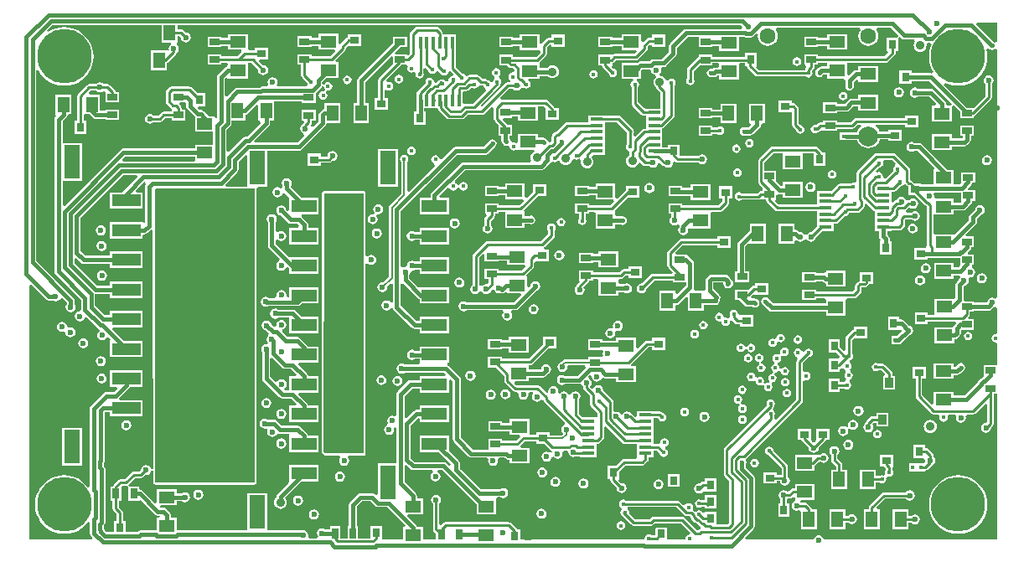
<source format=gbr>
G04 Layer_Physical_Order=4*
G04 Layer_Color=16711680*
%FSLAX44Y44*%
%MOMM*%
%TF.FileFunction,Copper,L4,Bot,Signal*%
%TF.Part,Single*%
G01*
G75*
%TA.AperFunction,SMDPad,CuDef*%
%ADD10R,1.6500X3.4300*%
%ADD11R,2.9200X1.2700*%
%ADD12R,2.5400X1.2700*%
%ADD13R,0.8000X0.9500*%
%ADD14R,1.6000X1.2000*%
%ADD15R,1.2000X1.6000*%
%ADD16R,0.6500X1.0000*%
%ADD17R,0.9500X0.8000*%
%ADD18R,0.3600X1.2600*%
%ADD19R,1.0000X0.6500*%
%ADD24R,0.7500X0.9500*%
%ADD27R,1.2600X0.3600*%
%ADD31R,0.9500X0.7500*%
%TA.AperFunction,Conductor*%
%ADD32C,0.4000*%
%ADD33C,0.2500*%
%ADD34C,0.2000*%
%TA.AperFunction,ComponentPad*%
%ADD35C,2.0000*%
%ADD36C,1.6000*%
%TA.AperFunction,ViaPad*%
%ADD37C,5.5000*%
%ADD38C,0.6000*%
%ADD39C,0.4500*%
%ADD40C,0.9000*%
%ADD41C,0.5400*%
%TA.AperFunction,SMDPad,CuDef*%
%ADD44R,0.3250X0.4000*%
%ADD45R,0.4000X0.3250*%
%ADD46R,0.8400X1.0000*%
G36*
X892946Y739536D02*
X893334Y737585D01*
X894439Y735931D01*
X896093Y734826D01*
X897377Y734571D01*
X897962Y732538D01*
X897158Y731921D01*
X896116Y730564D01*
X895461Y728982D01*
X895238Y727286D01*
X895461Y725589D01*
X896116Y724007D01*
X897158Y722650D01*
X897805Y722153D01*
X897939Y721482D01*
X898657Y720407D01*
X902236Y716827D01*
Y700300D01*
X887700D01*
Y700300D01*
X885901Y700785D01*
X879814Y706872D01*
Y722059D01*
X880503Y723092D01*
X880833Y724750D01*
X880503Y726408D01*
X879564Y727814D01*
X878158Y728753D01*
X878372Y730750D01*
X883000D01*
Y739482D01*
X883689Y740172D01*
X891033D01*
X892946Y739536D01*
D02*
G37*
G36*
X496000Y703619D02*
Y688250D01*
X497904D01*
X498732Y686250D01*
X484511Y672028D01*
X482908D01*
X482908Y672028D01*
X481347Y671718D01*
X480024Y670834D01*
X465926Y656736D01*
X464078Y657501D01*
Y679325D01*
X467884Y683131D01*
X468768Y684454D01*
X469078Y686015D01*
X469078Y686015D01*
Y688250D01*
X483000D01*
Y694321D01*
X483811Y694482D01*
X485134Y695366D01*
X494152Y704385D01*
X496000Y703619D01*
D02*
G37*
G36*
X721339Y723686D02*
X723628D01*
X723747Y723092D01*
X724686Y721686D01*
X725480Y721156D01*
X726028Y718875D01*
X712716Y705564D01*
X704696D01*
X704550Y705535D01*
X702550Y706947D01*
Y717300D01*
X704168Y718222D01*
X706176D01*
X707445Y718474D01*
X708520Y719193D01*
X711013Y721686D01*
X711809D01*
X712842Y720997D01*
X714500Y720667D01*
X716158Y720997D01*
X717564Y721936D01*
X718503Y723342D01*
X720639Y723826D01*
X721339Y723686D01*
D02*
G37*
G36*
X1206250Y607500D02*
X1206250Y607500D01*
X1206061Y605578D01*
X1198500D01*
Y609500D01*
X1180315D01*
X1178748Y611500D01*
X1178848Y612000D01*
X1178460Y613951D01*
X1179548Y615922D01*
X1206250D01*
Y607500D01*
D02*
G37*
G36*
X492250Y619500D02*
Y322701D01*
X492217Y322533D01*
X492049Y322500D01*
X391951D01*
X391783Y322533D01*
X391750Y322701D01*
X391739Y336196D01*
X391583Y520925D01*
X391501Y618335D01*
X392915Y619750D01*
X490316D01*
X492250Y619500D01*
D02*
G37*
G36*
X432000Y648000D02*
X430278Y647328D01*
X359459D01*
X358694Y649176D01*
X361439Y651922D01*
X432000D01*
Y648000D01*
D02*
G37*
G36*
X485050Y653226D02*
Y621789D01*
X463341D01*
X462513Y623789D01*
X474884Y636160D01*
X474884Y636160D01*
X475768Y637483D01*
X476078Y639044D01*
Y646868D01*
X483202Y653991D01*
X485050Y653226D01*
D02*
G37*
G36*
X1140084Y644906D02*
X1139535Y642626D01*
X1138742Y642095D01*
X1137802Y640689D01*
X1137473Y639031D01*
X1137715Y637812D01*
X1130098Y630195D01*
X1128914Y630332D01*
X1127388Y632031D01*
X1127058Y633689D01*
X1126119Y635095D01*
X1124713Y636034D01*
X1123055Y636364D01*
X1121396Y636034D01*
X1121172Y635885D01*
X1119898Y637438D01*
X1123745Y641286D01*
X1124963Y641528D01*
X1126369Y642467D01*
X1127308Y643873D01*
X1127638Y645531D01*
X1127408Y646686D01*
X1128259Y648202D01*
X1128714Y648686D01*
X1136303D01*
X1140084Y644906D01*
D02*
G37*
G36*
X363717Y319249D02*
X365000Y318023D01*
Y304250D01*
X375500D01*
Y304250D01*
X376902Y304831D01*
X391366Y290366D01*
X392689Y289482D01*
X394250Y289172D01*
X394250Y289172D01*
X396742D01*
X397024Y288750D01*
X395955Y286750D01*
X393500D01*
Y274823D01*
X392593Y274078D01*
X392593Y274078D01*
X377157D01*
X375596Y273768D01*
X374273Y272884D01*
X374273Y272884D01*
X373968Y272578D01*
X362500D01*
Y284000D01*
X359814D01*
Y291750D01*
X359561Y293018D01*
X358843Y294093D01*
X355564Y297372D01*
Y304250D01*
X357500D01*
Y318250D01*
X359112Y319186D01*
X362250D01*
X363490Y319433D01*
X363717Y319249D01*
D02*
G37*
G36*
X985404Y783078D02*
X984576Y781078D01*
X928343D01*
X926782Y780768D01*
X925459Y779884D01*
X925459Y779884D01*
X912116Y766541D01*
X911232Y765218D01*
X910922Y763657D01*
X910922Y763657D01*
Y757782D01*
X903754Y750614D01*
X895144D01*
X893584Y750304D01*
X892261Y749420D01*
X892260Y749420D01*
X891169Y748328D01*
X882000D01*
X882000Y748328D01*
X880439Y748018D01*
X879116Y747134D01*
X879116Y747134D01*
X878732Y746750D01*
X863000D01*
Y730750D01*
X874628D01*
X874842Y728753D01*
X873436Y727814D01*
X872497Y726408D01*
X872167Y724750D01*
X872497Y723092D01*
X873186Y722059D01*
Y705500D01*
X873439Y704232D01*
X874157Y703157D01*
X883157Y694157D01*
X884232Y693439D01*
X885500Y693186D01*
X887700D01*
Y680314D01*
X886250D01*
X884982Y680061D01*
X883907Y679343D01*
X876954Y672390D01*
X875106Y673156D01*
Y675301D01*
X875561Y675982D01*
X875814Y677250D01*
X875561Y678518D01*
X874843Y679593D01*
X862093Y692343D01*
X861018Y693061D01*
X859750Y693314D01*
X846300D01*
Y693800D01*
X829700D01*
Y686814D01*
X808096D01*
X806828Y686561D01*
X805753Y685843D01*
X797405Y677495D01*
X796482Y677311D01*
X795407Y676593D01*
X793407Y674593D01*
X792689Y673518D01*
X792436Y672250D01*
Y668440D01*
X790653Y666700D01*
X789555Y666731D01*
X788573Y667784D01*
X788542Y667941D01*
X787602Y669347D01*
X786197Y670286D01*
X786063Y670312D01*
X785381Y670768D01*
X783821Y671078D01*
X783821Y671078D01*
X778750D01*
Y675000D01*
X758750D01*
Y666827D01*
X758571Y666669D01*
X756750Y665941D01*
X755908Y666503D01*
X754250Y666833D01*
X752990Y666582D01*
X752121Y666887D01*
X750969Y667824D01*
X750753Y668908D01*
X749828Y670293D01*
Y673250D01*
X752750D01*
Y683750D01*
X748489D01*
X748093Y684343D01*
X743034Y689402D01*
X743799Y691250D01*
X752750D01*
Y692422D01*
X758750D01*
Y688000D01*
X778750D01*
Y702936D01*
X784883D01*
X786149Y701359D01*
X786000Y701000D01*
X786000D01*
Y689000D01*
X799500D01*
Y701000D01*
X795865D01*
X795811Y701268D01*
X795093Y702343D01*
X788843Y708593D01*
X787768Y709311D01*
X786500Y709564D01*
X742250D01*
X740916Y711337D01*
X740860Y711809D01*
X749486Y720436D01*
X753451D01*
X753645Y720145D01*
X755299Y719040D01*
X757250Y718652D01*
X759201Y719040D01*
X760855Y720145D01*
X761547Y721180D01*
X761826Y721507D01*
X763389Y721754D01*
X763986Y721735D01*
X765092Y720997D01*
X766750Y720667D01*
X768408Y720997D01*
X769814Y721936D01*
X770753Y723342D01*
X771083Y725000D01*
X770753Y726658D01*
X769814Y728064D01*
X768788Y728750D01*
X769085Y730665D01*
X769120Y730750D01*
X780000D01*
Y733672D01*
X788186D01*
X788614Y733114D01*
X789972Y732072D01*
X791553Y731417D01*
X793250Y731194D01*
X794947Y731417D01*
X796528Y732072D01*
X797886Y733114D01*
X798928Y734472D01*
X799583Y736053D01*
X799806Y737750D01*
X799583Y739447D01*
X798928Y741028D01*
X797886Y742386D01*
X796528Y743428D01*
X794947Y744083D01*
X793250Y744306D01*
X791553Y744083D01*
X789972Y743428D01*
X788614Y742386D01*
X788186Y741828D01*
X780000D01*
Y746750D01*
X781192Y748256D01*
X786593Y753657D01*
X787311Y754732D01*
X787564Y756000D01*
Y762128D01*
X790500Y765064D01*
X792500Y764235D01*
Y763250D01*
X806000D01*
Y775250D01*
X792500D01*
Y772564D01*
X790000D01*
X788732Y772311D01*
X787657Y771593D01*
X782000Y765936D01*
X781602Y765962D01*
X780000Y766589D01*
Y775750D01*
X760000D01*
Y771828D01*
X753500D01*
Y773000D01*
X739500D01*
Y762500D01*
X753500D01*
Y763672D01*
X760000D01*
Y759750D01*
X778936D01*
X780000Y759750D01*
X780936Y758138D01*
Y757373D01*
X776628Y753064D01*
X753500D01*
Y755000D01*
X739500D01*
Y744500D01*
X747064D01*
X749121Y742443D01*
X750196Y741725D01*
X751464Y741472D01*
X753154D01*
X754635Y739941D01*
X754565Y738515D01*
X753250Y737083D01*
X751592Y736753D01*
X750186Y735814D01*
X749247Y734408D01*
X748917Y732750D01*
X749247Y731092D01*
X750186Y729686D01*
X751117Y729064D01*
X750581Y727064D01*
X748114D01*
X746846Y726811D01*
X745771Y726093D01*
X721891Y702213D01*
X721620Y702267D01*
X720962Y704437D01*
X733107Y716582D01*
X733593Y716907D01*
X739843Y723157D01*
X740561Y724232D01*
X740689Y724873D01*
X741503Y726092D01*
X741833Y727750D01*
X741503Y729408D01*
X740564Y730814D01*
X739528Y731506D01*
X739249Y732992D01*
X739306Y733763D01*
X739564Y733936D01*
X740503Y735342D01*
X740833Y737000D01*
X740503Y738658D01*
X739564Y740064D01*
X738158Y741003D01*
X736500Y741333D01*
X734842Y741003D01*
X733436Y740064D01*
X732497Y738658D01*
X732167Y737000D01*
X732497Y735342D01*
X733436Y733936D01*
X734472Y733244D01*
X734751Y731758D01*
X734694Y730987D01*
X734436Y730814D01*
X733497Y729408D01*
X733189Y727860D01*
X732832Y727650D01*
X731242Y727173D01*
X730814Y727814D01*
X729408Y728753D01*
X728191Y728996D01*
X727843Y729343D01*
X726768Y730061D01*
X725500Y730314D01*
X722711D01*
X719432Y733593D01*
X718357Y734311D01*
X717089Y734564D01*
X709527D01*
X708259Y734311D01*
X707743Y733967D01*
X707047Y733652D01*
X705204Y734442D01*
X705098Y734600D01*
X703692Y735539D01*
X702388Y735799D01*
X695564Y742623D01*
Y758700D01*
X696050D01*
Y775300D01*
X682564D01*
Y776750D01*
X682311Y778018D01*
X681593Y779093D01*
X678593Y782093D01*
X677518Y782811D01*
X676250Y783064D01*
X656500D01*
X655232Y782811D01*
X654157Y782093D01*
X650157Y778093D01*
X649439Y777018D01*
X649186Y775750D01*
Y756373D01*
X647533Y754719D01*
X646250Y755250D01*
Y755250D01*
X634881D01*
X634115Y757098D01*
X639768Y762750D01*
X646250D01*
Y773250D01*
X632250D01*
Y766768D01*
X597116Y731634D01*
X596232Y730311D01*
X595922Y728750D01*
X595922Y728750D01*
Y706000D01*
X592000D01*
Y686000D01*
X608000D01*
Y706000D01*
X604078D01*
Y727061D01*
X630402Y753385D01*
X632250Y752619D01*
Y745686D01*
X618157Y731593D01*
X617439Y730518D01*
X617186Y729250D01*
Y711250D01*
X613750D01*
Y699250D01*
X627250D01*
Y711250D01*
X623814D01*
Y718881D01*
X623877Y718941D01*
X625814Y719766D01*
X626592Y719247D01*
X628250Y718917D01*
X629908Y719247D01*
X631314Y720186D01*
X632253Y721592D01*
X632583Y723250D01*
X632253Y724908D01*
X631314Y726314D01*
X629908Y727253D01*
X628250Y727583D01*
X627512Y727436D01*
X625474Y728469D01*
X625222Y728743D01*
X625134Y729198D01*
X640686Y744750D01*
X645822D01*
X647136Y743117D01*
X646997Y742908D01*
X646667Y741250D01*
X646997Y739592D01*
X647936Y738186D01*
X649342Y737247D01*
X651000Y736917D01*
X652658Y737247D01*
X653289Y737668D01*
X653298Y737664D01*
X654910Y736346D01*
X654699Y735286D01*
X655029Y733628D01*
X655968Y732222D01*
X657374Y731283D01*
X659032Y730953D01*
X660690Y731283D01*
X662096Y732222D01*
X663036Y733628D01*
X663365Y735286D01*
X663064Y736803D01*
Y740991D01*
X665064Y741819D01*
X667537Y739345D01*
X667779Y738128D01*
X668719Y736722D01*
X670125Y735783D01*
X671783Y735453D01*
X673441Y735783D01*
X674847Y736722D01*
X675614Y737871D01*
X676561Y738239D01*
X677885Y738429D01*
X680371Y735943D01*
X680582Y735802D01*
X680969Y735222D01*
X682375Y734283D01*
X684033Y733953D01*
X685692Y734283D01*
X687097Y735222D01*
X688037Y736628D01*
X688266Y737781D01*
X688763Y738122D01*
X689646Y738439D01*
X690297Y738517D01*
X693015Y735799D01*
X692957Y735315D01*
X692227Y733758D01*
X691125Y733539D01*
X689720Y732600D01*
X688780Y731194D01*
X688451Y729536D01*
X688525Y729162D01*
X687283Y727950D01*
X685238Y728264D01*
X684847Y728849D01*
X683441Y729789D01*
X682122Y730051D01*
X682054Y730097D01*
X680786Y730349D01*
X679517Y730097D01*
X678442Y729379D01*
X675759Y726695D01*
X673841Y727284D01*
X673426Y728241D01*
X673286Y728944D01*
X672347Y730350D01*
X670941Y731289D01*
X669283Y731619D01*
X667624Y731289D01*
X666219Y730350D01*
X665279Y728944D01*
X664949Y727286D01*
X665140Y726326D01*
X657407Y718593D01*
X656689Y717518D01*
X656645Y717300D01*
X655950D01*
Y710399D01*
X655672Y709000D01*
Y697750D01*
X653500D01*
Y684250D01*
X665000D01*
Y697750D01*
X663828D01*
Y700700D01*
X677433D01*
X677639Y699668D01*
X678357Y698593D01*
X686293Y690657D01*
X687368Y689939D01*
X688636Y689686D01*
X701810D01*
X703078Y689939D01*
X704153Y690657D01*
X707933Y694436D01*
X722114D01*
X723382Y694689D01*
X724457Y695407D01*
X731974Y702924D01*
X732420Y702871D01*
X734186Y701500D01*
Y690250D01*
X734439Y688982D01*
X735157Y687907D01*
X737755Y685308D01*
X738750Y683750D01*
X738750D01*
X738750Y683750D01*
Y673250D01*
X741672D01*
Y668250D01*
X741672Y668250D01*
X741982Y666689D01*
X742866Y665366D01*
X742960Y665272D01*
X743686Y664186D01*
X745092Y663247D01*
X746750Y662917D01*
X748010Y663167D01*
X748879Y662863D01*
X750031Y661926D01*
X750247Y660842D01*
X751186Y659436D01*
X752592Y658497D01*
X754250Y658167D01*
X755908Y658497D01*
X756750Y659059D01*
X758750Y659000D01*
X759428Y659000D01*
X774852D01*
X775250Y657000D01*
X774472Y656678D01*
X773114Y655636D01*
X772072Y654278D01*
X771417Y652697D01*
X771194Y651000D01*
X771417Y649303D01*
X771821Y648328D01*
X771054Y646745D01*
X770621Y646328D01*
X703250D01*
X701689Y646018D01*
X700366Y645134D01*
X700366Y645134D01*
X671066Y615834D01*
X670182Y614511D01*
X669872Y612950D01*
X669872Y612950D01*
Y610200D01*
X659250D01*
Y593500D01*
X688650D01*
Y610200D01*
X679796D01*
X678968Y612200D01*
X687112Y620344D01*
X689374Y619777D01*
X689936Y618936D01*
X691342Y617997D01*
X693000Y617667D01*
X694658Y617997D01*
X696064Y618936D01*
X697003Y620342D01*
X697105Y620855D01*
X699145D01*
X699247Y620342D01*
X700186Y618936D01*
X701592Y617997D01*
X703250Y617667D01*
X704908Y617997D01*
X706314Y618936D01*
X707253Y620342D01*
X707583Y622000D01*
X707253Y623658D01*
X706314Y625064D01*
X704908Y626003D01*
X703250Y626333D01*
X701592Y626003D01*
X700186Y625064D01*
X699247Y623658D01*
X699145Y623145D01*
X697105D01*
X697003Y623658D01*
X696064Y625064D01*
X695222Y625626D01*
X694656Y627888D01*
X704939Y638172D01*
X781674D01*
X781675Y638172D01*
X783235Y638482D01*
X784558Y639366D01*
X791134Y645941D01*
X791134Y645942D01*
X793498Y646513D01*
X793592Y646497D01*
X795250Y646167D01*
X796908Y646497D01*
X798314Y647436D01*
X798570Y647818D01*
X800819Y647584D01*
X801072Y646972D01*
X802114Y645614D01*
X803472Y644572D01*
X805053Y643917D01*
X806750Y643694D01*
X808447Y643917D01*
X810028Y644572D01*
X811386Y645614D01*
X812428Y646972D01*
X813083Y648553D01*
X815224Y649493D01*
X815592Y649247D01*
X817250Y648917D01*
X818908Y649247D01*
X820070Y650023D01*
X820578Y650124D01*
X821251Y649666D01*
X821377Y649558D01*
X822106Y648586D01*
X821958Y648228D01*
X821734Y646532D01*
X821958Y644835D01*
X822613Y643253D01*
X823655Y641896D01*
X825012Y640854D01*
X826594Y640199D01*
X828290Y639976D01*
X829987Y640199D01*
X831569Y640854D01*
X832926Y641896D01*
X833968Y643253D01*
X834623Y644835D01*
X834846Y646532D01*
X834623Y648228D01*
X833968Y649810D01*
X832926Y651167D01*
X832881Y651712D01*
X834700Y653700D01*
X846300D01*
Y660200D01*
Y666700D01*
Y673200D01*
Y679700D01*
Y686686D01*
X858378D01*
X868486Y676578D01*
X868479Y676543D01*
Y664723D01*
X867789Y663691D01*
X867459Y662032D01*
X867789Y660374D01*
X868728Y658968D01*
X870134Y658029D01*
X870686Y656462D01*
Y653150D01*
X869364Y652136D01*
X868322Y650778D01*
X867667Y649197D01*
X867444Y647500D01*
X867667Y645803D01*
X868322Y644222D01*
X869364Y642864D01*
X870722Y641822D01*
X872303Y641167D01*
X874000Y640944D01*
X875697Y641167D01*
X877278Y641822D01*
X878636Y642864D01*
X879678Y644222D01*
X880142Y645343D01*
X881547Y645888D01*
X882369Y645945D01*
X884657Y643657D01*
X885732Y642939D01*
X887000Y642686D01*
X891201D01*
X891395Y642395D01*
X893049Y641290D01*
X895000Y640902D01*
X896951Y641290D01*
X898605Y642395D01*
X899710Y644049D01*
X899872Y644864D01*
X902042Y645522D01*
X903907Y643657D01*
X904982Y642939D01*
X906250Y642686D01*
X906451D01*
X906645Y642395D01*
X908299Y641290D01*
X910250Y640902D01*
X912201Y641290D01*
X913855Y642395D01*
X914960Y644049D01*
X915348Y646000D01*
X915252Y646484D01*
X917095Y647469D01*
X917657Y646907D01*
X918732Y646189D01*
X920000Y645936D01*
X940701D01*
X940895Y645645D01*
X942549Y644540D01*
X944500Y644152D01*
X946451Y644540D01*
X948105Y645645D01*
X949210Y647299D01*
X949598Y649250D01*
X949210Y651201D01*
X948105Y652855D01*
X946451Y653960D01*
X944500Y654348D01*
X942549Y653960D01*
X940895Y652855D01*
X940701Y652564D01*
X921750D01*
Y664250D01*
X910250D01*
Y661578D01*
X904300D01*
Y673200D01*
Y680422D01*
X904382Y680439D01*
X905457Y681157D01*
X915843Y691543D01*
X916561Y692618D01*
X916814Y693886D01*
Y723810D01*
X917503Y724842D01*
X917833Y726500D01*
X917503Y728158D01*
X916564Y729564D01*
X915158Y730503D01*
X913500Y730833D01*
X911842Y730503D01*
X910436Y729564D01*
X910128Y729103D01*
X909315Y729054D01*
X907941Y729430D01*
X907472Y730564D01*
X906430Y731921D01*
X905072Y732963D01*
X903491Y733618D01*
X902067Y733806D01*
X901688Y734505D01*
X901478Y735817D01*
X901649Y735931D01*
X902754Y737585D01*
X903142Y739536D01*
X902959Y740458D01*
X904327Y742458D01*
X905443D01*
X905443Y742458D01*
X907004Y742768D01*
X908327Y743652D01*
X917884Y753209D01*
X917884Y753209D01*
X918768Y754532D01*
X919078Y756093D01*
X919078Y756093D01*
Y761967D01*
X930033Y772922D01*
X941000D01*
Y762500D01*
X955000D01*
Y763672D01*
X961500D01*
Y759000D01*
X981500D01*
Y772922D01*
X986455D01*
X986664Y772782D01*
X988225Y772472D01*
X988225Y772472D01*
X993775D01*
X993775Y772472D01*
X995336Y772782D01*
X996659Y773666D01*
X999147Y776154D01*
X1001041Y775220D01*
X1000914Y774250D01*
X1001257Y771639D01*
X1002265Y769207D01*
X1003868Y767118D01*
X1005957Y765515D01*
X1008390Y764507D01*
X1011000Y764164D01*
X1013611Y764507D01*
X1016043Y765515D01*
X1018132Y767118D01*
X1019735Y769207D01*
X1020743Y771639D01*
X1021086Y774250D01*
X1020743Y776861D01*
X1019735Y779293D01*
X1019061Y780172D01*
X1020047Y782172D01*
X1103553D01*
X1104539Y780172D01*
X1103865Y779293D01*
X1102857Y776861D01*
X1102514Y774250D01*
X1102857Y771639D01*
X1103865Y769207D01*
X1105468Y767118D01*
X1107557Y765515D01*
X1109989Y764507D01*
X1112600Y764164D01*
X1115210Y764507D01*
X1117643Y765515D01*
X1119732Y767118D01*
X1121335Y769207D01*
X1122343Y771639D01*
X1122686Y774250D01*
X1122343Y776861D01*
X1121335Y779293D01*
X1120661Y780172D01*
X1121647Y782172D01*
X1135061D01*
X1142897Y774336D01*
X1141904Y772500D01*
X1140747Y772500D01*
X1130500D01*
Y759000D01*
X1131485D01*
X1132314Y757000D01*
X1128627Y753314D01*
X1061750D01*
Y755250D01*
X1047750D01*
Y744750D01*
X1048985D01*
X1049814Y742750D01*
X1049407Y742343D01*
X1048689Y741268D01*
X1048436Y740000D01*
Y739564D01*
X1001623D01*
X998969Y742217D01*
X999500Y743500D01*
X999500D01*
Y757000D01*
X987500D01*
Y753064D01*
X955000D01*
Y755000D01*
X941000D01*
Y752815D01*
X940982Y752811D01*
X939907Y752093D01*
X930157Y742343D01*
X929439Y741268D01*
X929186Y740000D01*
Y731190D01*
X928497Y730158D01*
X928167Y728500D01*
X928497Y726842D01*
X929436Y725436D01*
X930842Y724497D01*
X932500Y724167D01*
X934158Y724497D01*
X935564Y725436D01*
X936503Y726842D01*
X936833Y728500D01*
X936503Y730158D01*
X935814Y731190D01*
Y738627D01*
X941686Y744500D01*
X955000D01*
Y746436D01*
X959681D01*
X961500Y746000D01*
X961500Y743493D01*
X960086Y742078D01*
X957750D01*
X956189Y741768D01*
X954866Y740884D01*
X954866Y740884D01*
X954597Y740615D01*
X953500Y740833D01*
X951842Y740503D01*
X950436Y739564D01*
X949497Y738158D01*
X949167Y736500D01*
X949497Y734842D01*
X950436Y733436D01*
X951842Y732497D01*
X953500Y732167D01*
X954781Y732422D01*
X956250D01*
X956250Y732422D01*
X957811Y732732D01*
X959134Y733616D01*
X959439Y733922D01*
X961500D01*
Y730000D01*
X981500D01*
Y744436D01*
X981500Y746000D01*
X983319Y746436D01*
X987500D01*
Y743500D01*
X989686D01*
X989939Y742232D01*
X990657Y741157D01*
X997907Y733907D01*
X998982Y733189D01*
X1000250Y732936D01*
X1049060D01*
X1050092Y732247D01*
X1051750Y731917D01*
X1053408Y732247D01*
X1054814Y733186D01*
X1055753Y734592D01*
X1056083Y736250D01*
X1055753Y737908D01*
X1055189Y738753D01*
X1057093Y740657D01*
X1057811Y741732D01*
X1058064Y743000D01*
Y744750D01*
X1061750D01*
Y746686D01*
X1071000D01*
Y743078D01*
X1065250D01*
X1065250Y743078D01*
X1063689Y742768D01*
X1062366Y741884D01*
X1061022Y740540D01*
X1059936Y739814D01*
X1058997Y738408D01*
X1058667Y736750D01*
X1058997Y735092D01*
X1059936Y733686D01*
X1061342Y732747D01*
X1063000Y732417D01*
X1064658Y732747D01*
X1066064Y733686D01*
X1066790Y734772D01*
X1066939Y734922D01*
X1071000D01*
Y731000D01*
X1087803D01*
X1087972Y730937D01*
X1089422Y729000D01*
X1089422Y729000D01*
Y724531D01*
X1089167Y723250D01*
X1089497Y721592D01*
X1090436Y720186D01*
X1091842Y719247D01*
X1093500Y718917D01*
X1095158Y719247D01*
X1096564Y720186D01*
X1097503Y721592D01*
X1097833Y723250D01*
X1097578Y724531D01*
Y727311D01*
X1100250Y729982D01*
X1102250Y729154D01*
Y727500D01*
X1122250D01*
Y743500D01*
X1102250D01*
Y739578D01*
X1100000D01*
X1100000Y739578D01*
X1098439Y739268D01*
X1097116Y738384D01*
X1097116Y738384D01*
X1092848Y734115D01*
X1091000Y734881D01*
Y746686D01*
X1130000D01*
X1131268Y746939D01*
X1132343Y747657D01*
X1138843Y754157D01*
X1139561Y755232D01*
X1139814Y756500D01*
Y759000D01*
X1142500D01*
Y770603D01*
X1142500Y771904D01*
X1144336Y772897D01*
X1145616Y771616D01*
X1145616Y771616D01*
X1146939Y770732D01*
X1148500Y770422D01*
X1158867D01*
X1159231Y769974D01*
X1159758Y768422D01*
X1159072Y767528D01*
X1158417Y765947D01*
X1158194Y764250D01*
X1158417Y762553D01*
X1159072Y760972D01*
X1160114Y759614D01*
X1161472Y758572D01*
X1163053Y757917D01*
X1164750Y757694D01*
X1166447Y757917D01*
X1168028Y758572D01*
X1169386Y759614D01*
X1170428Y760972D01*
X1171083Y762553D01*
X1171306Y764250D01*
X1171147Y765460D01*
X1171946Y766796D01*
X1172621Y767460D01*
X1175046D01*
X1176377Y765460D01*
X1175107Y762394D01*
X1174023Y757879D01*
X1173659Y753250D01*
X1174023Y748621D01*
X1175107Y744106D01*
X1176884Y739816D01*
X1178050Y737913D01*
X1177800Y737299D01*
X1176769Y736175D01*
X1176000Y736328D01*
X1176000Y736328D01*
X1156000D01*
Y739000D01*
X1144000D01*
Y725500D01*
X1156000D01*
Y728172D01*
X1174311D01*
X1197147Y705336D01*
X1196154Y703500D01*
X1194997Y703500D01*
X1191752D01*
X1191078Y705250D01*
X1190768Y706811D01*
X1189884Y708134D01*
X1189884Y708134D01*
X1178384Y719634D01*
X1177061Y720518D01*
X1175500Y720828D01*
X1175500Y720828D01*
X1162396D01*
X1161451Y721460D01*
X1159500Y721848D01*
X1157549Y721460D01*
X1155895Y720355D01*
X1154790Y718701D01*
X1154402Y716750D01*
X1154790Y714799D01*
X1155895Y713145D01*
X1157549Y712040D01*
X1159500Y711652D01*
X1161451Y712040D01*
X1162396Y712672D01*
X1173811D01*
X1180982Y705500D01*
X1180154Y703500D01*
X1176750D01*
Y687500D01*
X1196750D01*
Y701603D01*
X1196750Y702904D01*
X1198586Y703897D01*
X1205000Y697482D01*
Y691000D01*
X1219000D01*
Y693036D01*
X1219768Y693189D01*
X1220843Y693907D01*
X1236343Y709407D01*
X1237061Y710482D01*
X1237314Y711750D01*
Y725201D01*
X1237605Y725395D01*
X1238710Y727049D01*
X1239098Y729000D01*
X1238710Y730951D01*
X1237605Y732605D01*
X1235951Y733710D01*
X1234000Y734098D01*
X1232049Y733710D01*
X1230395Y732605D01*
X1229290Y730951D01*
X1228902Y729000D01*
X1229290Y727049D01*
X1230395Y725395D01*
X1230686Y725201D01*
Y713122D01*
X1220355Y702791D01*
X1219000Y701500D01*
Y701500D01*
X1219000Y701500D01*
X1212518D01*
X1188852Y725166D01*
X1189816Y726884D01*
X1194106Y725107D01*
X1198621Y724023D01*
X1203250Y723659D01*
X1207879Y724023D01*
X1212394Y725107D01*
X1216684Y726884D01*
X1220643Y729310D01*
X1224174Y732326D01*
X1227190Y735857D01*
X1229616Y739816D01*
X1231393Y744106D01*
X1232477Y748621D01*
X1232841Y753250D01*
X1232477Y757879D01*
X1231815Y760637D01*
X1233628Y761652D01*
X1233914Y761366D01*
X1233914Y761366D01*
X1235237Y760482D01*
X1235952Y760340D01*
X1236092Y760247D01*
X1237750Y759917D01*
X1239408Y760247D01*
X1240500Y760976D01*
X1241699Y760621D01*
X1242500Y760109D01*
Y509467D01*
X1240500Y508426D01*
X1239701Y508960D01*
X1237750Y509348D01*
X1235799Y508960D01*
X1234145Y507855D01*
X1233040Y506201D01*
X1232818Y505086D01*
X1232061Y504328D01*
X1218750D01*
Y505500D01*
X1210447D01*
X1208828Y507500D01*
Y520811D01*
X1209586Y521568D01*
X1210701Y521790D01*
X1212355Y522895D01*
X1213460Y524549D01*
X1213848Y526500D01*
X1213508Y528209D01*
X1214087Y529147D01*
X1214841Y529983D01*
X1215250Y529902D01*
X1217201Y530290D01*
X1218855Y531395D01*
X1219960Y533049D01*
X1220348Y535000D01*
X1219960Y536951D01*
X1218855Y538605D01*
X1217201Y539710D01*
X1216899Y541569D01*
X1217580Y542750D01*
X1219250D01*
Y553250D01*
X1213381D01*
X1212616Y555098D01*
X1215134Y557616D01*
X1216018Y558939D01*
X1216328Y560500D01*
X1218262Y560750D01*
X1219250D01*
Y571250D01*
X1211631D01*
X1210865Y573098D01*
X1221134Y583366D01*
X1221134Y583366D01*
X1222018Y584689D01*
X1222328Y586250D01*
Y589311D01*
X1226086Y593068D01*
X1227201Y593290D01*
X1228855Y594395D01*
X1229960Y596049D01*
X1230348Y598000D01*
X1229960Y599951D01*
X1228855Y601605D01*
X1227201Y602710D01*
X1225250Y603098D01*
X1223299Y602710D01*
X1221645Y601605D01*
X1220540Y599951D01*
X1220318Y598836D01*
X1215366Y593884D01*
X1214482Y592561D01*
X1214172Y591000D01*
X1214172Y591000D01*
Y587939D01*
X1199445Y573212D01*
X1198750Y573500D01*
Y573500D01*
X1178750D01*
X1178564Y575423D01*
Y593500D01*
X1198500D01*
Y597422D01*
X1208000D01*
X1208000Y597422D01*
X1209561Y597732D01*
X1210884Y598616D01*
X1216134Y603866D01*
X1216134Y603866D01*
X1217018Y605189D01*
X1217328Y606750D01*
X1219050Y607500D01*
X1220250D01*
Y618000D01*
X1213381D01*
X1212616Y619848D01*
X1216134Y623366D01*
X1216134Y623366D01*
X1217018Y624689D01*
X1217179Y625500D01*
X1220250D01*
Y636000D01*
X1206250D01*
Y625500D01*
X1204854Y624078D01*
X1198500D01*
Y638500D01*
X1192280D01*
X1192268Y638561D01*
X1191384Y639884D01*
X1191384Y639884D01*
X1166634Y664634D01*
X1165311Y665518D01*
X1163750Y665828D01*
X1163750Y665828D01*
X1159146D01*
X1158201Y666460D01*
X1156250Y666848D01*
X1154299Y666460D01*
X1152645Y665355D01*
X1151540Y663701D01*
X1151152Y661750D01*
X1151540Y659799D01*
X1152645Y658145D01*
X1154299Y657040D01*
X1156250Y656652D01*
X1158201Y657040D01*
X1159146Y657672D01*
X1162061D01*
X1179385Y640348D01*
X1178619Y638500D01*
X1178500D01*
Y624078D01*
X1166000D01*
Y625000D01*
X1159186D01*
X1156593Y627593D01*
X1155518Y628311D01*
X1154595Y628495D01*
X1154564Y628526D01*
Y638426D01*
X1154311Y639694D01*
X1153593Y640769D01*
X1140019Y654343D01*
X1138944Y655061D01*
X1137676Y655314D01*
X1120935D01*
X1119666Y655061D01*
X1118591Y654343D01*
X1101407Y637159D01*
X1100689Y636084D01*
X1100436Y634815D01*
Y626704D01*
X1099975Y626259D01*
X1098436Y625388D01*
X1097303Y625614D01*
X1095645Y625284D01*
X1094613Y624594D01*
X1083666D01*
X1082398Y624342D01*
X1081323Y623623D01*
X1074750Y617050D01*
X1060950D01*
Y609450D01*
Y603564D01*
X1021873D01*
X1018284Y607152D01*
X1019049Y609000D01*
X1019500D01*
Y612976D01*
X1019851Y613368D01*
X1021500Y614352D01*
X1022407Y614172D01*
X1026000D01*
Y610250D01*
X1046000D01*
Y626250D01*
X1026000D01*
Y622561D01*
X1024000Y622425D01*
X1020785Y625640D01*
X1019500Y627000D01*
X1019500D01*
X1019500Y627000D01*
Y637500D01*
X1007564D01*
Y646127D01*
X1016872Y655436D01*
X1024077D01*
X1026000Y655250D01*
X1026000Y653436D01*
Y639250D01*
X1046000D01*
X1046000Y655250D01*
X1047923Y655436D01*
X1057250D01*
Y642500D01*
X1069250D01*
Y656000D01*
X1066315D01*
X1066311Y656018D01*
X1065593Y657093D01*
X1061593Y661093D01*
X1060518Y661811D01*
X1059250Y662064D01*
X1015500D01*
X1014232Y661811D01*
X1013157Y661093D01*
X1001907Y649843D01*
X1001189Y648768D01*
X1000936Y647500D01*
Y626750D01*
X1001189Y625482D01*
X1001907Y624407D01*
X1005026Y621288D01*
X1005500Y619500D01*
D01*
X1005346Y617564D01*
X1004250D01*
X1002982Y617311D01*
X1001907Y616593D01*
X1000378Y615064D01*
X984441D01*
X983408Y615753D01*
X981750Y616083D01*
X980092Y615753D01*
X978686Y614814D01*
X977747Y613408D01*
X977417Y611750D01*
X977747Y610092D01*
X978686Y608686D01*
X980092Y607747D01*
X981750Y607417D01*
X983408Y607747D01*
X984441Y608436D01*
X1001750D01*
X1003018Y608689D01*
X1003500Y609011D01*
X1005500Y609000D01*
Y609000D01*
X1009186D01*
Y608250D01*
X1009439Y606982D01*
X1010157Y605907D01*
X1018157Y597907D01*
X1019232Y597189D01*
X1020500Y596936D01*
X1060950D01*
Y589950D01*
Y581863D01*
X1054895Y575807D01*
X1054551Y575876D01*
X1052601Y575488D01*
X1050947Y574383D01*
X1050287Y573396D01*
X1050210Y573367D01*
X1048143D01*
X1048065Y573396D01*
X1047406Y574383D01*
X1045752Y575488D01*
X1043801Y575876D01*
X1043043Y575725D01*
X1041884Y576884D01*
X1040561Y577768D01*
X1039000Y578078D01*
X1037750Y579465D01*
Y584000D01*
X1021750D01*
Y564000D01*
X1037750D01*
Y566733D01*
X1038208Y567068D01*
X1040169Y567214D01*
X1040196Y567173D01*
X1041850Y566068D01*
X1043801Y565680D01*
X1045752Y566068D01*
X1047406Y567173D01*
X1048065Y568160D01*
X1048143Y568189D01*
X1050210D01*
X1050287Y568160D01*
X1050947Y567173D01*
X1052601Y566068D01*
X1054551Y565680D01*
X1056502Y566068D01*
X1058156Y567173D01*
X1059261Y568827D01*
X1059649Y570778D01*
X1059581Y571121D01*
X1065410Y576950D01*
X1077550D01*
Y583936D01*
X1079500D01*
X1080768Y584189D01*
X1081843Y584907D01*
X1088910Y591974D01*
X1089053Y591946D01*
X1090711Y592276D01*
X1092117Y593215D01*
X1093056Y594621D01*
X1093119Y594936D01*
X1101589D01*
X1102857Y595189D01*
X1103932Y595907D01*
X1107593Y599568D01*
X1108311Y600643D01*
X1108564Y601911D01*
Y603887D01*
X1110411Y604652D01*
X1117157Y597907D01*
X1118232Y597189D01*
X1118950Y597046D01*
Y589950D01*
Y583450D01*
Y576950D01*
X1123172D01*
Y571500D01*
X1123172Y571500D01*
X1123482Y569939D01*
X1124366Y568616D01*
X1124732Y568250D01*
X1124250Y566250D01*
X1124250D01*
Y552750D01*
X1135750D01*
Y566250D01*
X1134078D01*
Y568750D01*
X1134078Y568750D01*
X1133768Y570311D01*
X1132884Y571634D01*
X1132884Y571634D01*
X1131328Y573189D01*
Y576950D01*
X1135550D01*
Y577436D01*
X1144000D01*
X1145268Y577689D01*
X1146343Y578407D01*
X1148843Y580907D01*
X1149561Y581982D01*
X1149814Y583250D01*
Y588185D01*
X1150344Y588715D01*
X1155757D01*
X1155952Y588424D01*
X1157606Y587319D01*
X1159557Y586931D01*
X1161507Y587319D01*
X1163161Y588424D01*
X1164267Y590078D01*
X1164654Y592029D01*
X1164267Y593980D01*
X1163161Y595634D01*
X1161507Y596739D01*
X1159557Y597127D01*
X1157606Y596739D01*
X1155952Y595634D01*
X1155757Y595342D01*
X1150818D01*
X1150211Y597342D01*
X1150682Y597657D01*
X1153950Y600925D01*
X1153952Y600925D01*
X1155606Y599820D01*
X1157557Y599431D01*
X1159507Y599820D01*
X1161161Y600925D01*
X1162266Y602579D01*
X1162654Y604529D01*
X1162266Y606480D01*
X1161161Y608134D01*
X1159507Y609239D01*
X1157557Y609627D01*
X1155606Y609239D01*
X1153952Y608134D01*
X1153757Y607843D01*
X1152868D01*
X1152582Y607786D01*
X1150460Y608201D01*
X1149355Y609855D01*
X1147701Y610960D01*
X1145750Y611348D01*
X1143799Y610960D01*
X1142145Y609855D01*
X1141040Y608201D01*
X1140963Y607814D01*
X1140886D01*
X1139618Y607561D01*
X1138543Y606843D01*
X1137398Y605698D01*
X1135550Y606463D01*
Y616436D01*
X1137500D01*
X1138768Y616689D01*
X1139843Y617407D01*
X1144194Y621758D01*
X1144250Y621747D01*
X1145518Y622000D01*
X1146593Y622718D01*
X1146879Y623145D01*
X1147314Y623436D01*
X1147414Y623586D01*
X1147414Y623586D01*
X1149928Y623789D01*
X1150811Y622907D01*
X1151886Y622189D01*
X1152500Y622066D01*
Y613000D01*
X1159225D01*
X1168818Y603407D01*
X1169893Y602689D01*
X1171119Y602445D01*
X1171936Y601627D01*
Y562000D01*
X1170616Y560089D01*
X1170471Y560009D01*
X1170450Y560000D01*
X1159000D01*
Y548000D01*
X1172500D01*
Y549922D01*
X1204343D01*
X1204343Y549922D01*
X1205250Y549177D01*
Y542750D01*
X1205250Y542750D01*
X1205250D01*
X1204360Y541128D01*
X1203561Y540328D01*
X1198750D01*
Y544500D01*
X1178750D01*
Y528500D01*
X1198750D01*
Y532172D01*
X1204639D01*
X1205245Y530172D01*
X1205145Y530105D01*
X1204040Y528451D01*
X1203818Y527336D01*
X1201866Y525384D01*
X1200982Y524061D01*
X1200672Y522500D01*
X1200672Y522500D01*
Y509646D01*
X1199250Y508250D01*
X1179250D01*
Y492250D01*
X1177327Y492064D01*
X1172750D01*
Y494750D01*
X1159250D01*
Y482750D01*
X1172750D01*
Y485436D01*
X1200340D01*
X1201169Y483436D01*
X1198866Y481134D01*
X1197982Y479811D01*
X1197871Y479250D01*
X1179250D01*
Y463250D01*
X1199250D01*
Y467172D01*
X1199250Y467172D01*
X1200811Y467482D01*
X1202134Y468366D01*
X1204634Y470866D01*
X1205518Y472189D01*
X1205828Y473750D01*
X1205828Y473750D01*
Y476561D01*
X1206268Y477000D01*
X1218750D01*
Y487500D01*
X1213799D01*
X1213034Y489348D01*
X1214093Y490407D01*
X1214811Y491482D01*
X1215064Y492750D01*
Y495000D01*
X1218750D01*
Y496172D01*
X1233750D01*
X1233750Y496172D01*
X1235311Y496482D01*
X1236634Y497366D01*
X1238586Y499318D01*
X1239701Y499540D01*
X1240500Y500074D01*
X1242500Y499033D01*
Y473859D01*
X1241250Y472833D01*
X1239592Y472503D01*
X1238186Y471564D01*
X1237247Y470158D01*
X1236917Y468500D01*
X1237247Y466842D01*
X1238186Y465436D01*
X1239592Y464497D01*
X1241250Y464167D01*
X1242500Y463141D01*
Y441000D01*
X1228750D01*
Y430500D01*
X1227918Y428845D01*
X1227532Y428768D01*
X1226209Y427884D01*
X1226209Y427884D01*
X1223866Y425541D01*
X1222982Y424218D01*
X1222866Y423633D01*
X1209561Y410328D01*
X1198250D01*
Y414250D01*
X1178250D01*
Y402049D01*
X1176402Y401284D01*
X1166814Y410872D01*
Y427250D01*
X1170250D01*
Y439250D01*
X1156750D01*
Y427250D01*
X1160186D01*
Y409500D01*
X1160439Y408232D01*
X1161157Y407157D01*
X1175907Y392407D01*
X1176982Y391689D01*
X1178250Y391436D01*
X1182908D01*
X1183369Y390938D01*
X1184207Y389436D01*
X1183975Y388269D01*
X1184305Y386611D01*
X1185244Y385205D01*
X1186650Y384266D01*
X1188308Y383936D01*
X1189966Y384266D01*
X1191372Y385205D01*
X1192311Y386611D01*
X1192641Y388269D01*
X1192409Y389436D01*
X1193247Y390938D01*
X1193708Y391436D01*
X1200060D01*
X1201188Y389436D01*
X1200902Y388000D01*
X1201290Y386049D01*
X1202395Y384395D01*
X1204049Y383290D01*
X1206000Y382902D01*
X1207951Y383290D01*
X1209605Y384395D01*
X1210710Y386049D01*
X1211098Y388000D01*
X1210812Y389436D01*
X1211940Y391436D01*
X1218500D01*
X1219768Y391689D01*
X1220843Y392407D01*
X1230589Y402152D01*
X1232436Y401387D01*
Y384439D01*
X1231250Y382848D01*
X1229299Y382460D01*
X1227645Y381355D01*
X1226540Y379701D01*
X1226152Y377750D01*
X1226540Y375799D01*
X1227645Y374145D01*
X1229299Y373040D01*
X1231250Y372652D01*
X1233201Y373040D01*
X1234855Y374145D01*
X1235960Y375799D01*
X1236348Y377750D01*
X1236280Y378093D01*
X1238093Y379907D01*
X1238811Y380982D01*
X1239064Y382250D01*
Y412500D01*
X1242500D01*
Y265000D01*
X1067199D01*
X1066960Y266201D01*
X1065855Y267855D01*
X1064201Y268960D01*
X1062250Y269348D01*
X1060299Y268960D01*
X1058645Y267855D01*
X1057540Y266201D01*
X1057301Y265000D01*
X988881D01*
X988115Y266848D01*
X996634Y275366D01*
X996634Y275366D01*
X997518Y276689D01*
X997828Y278250D01*
Y327249D01*
X997828Y327249D01*
X997518Y328810D01*
X996634Y330133D01*
X988876Y337890D01*
Y341485D01*
X989131Y342767D01*
X988801Y344425D01*
X988949Y346674D01*
X1045343Y403068D01*
X1046061Y404143D01*
X1046314Y405411D01*
Y424862D01*
X1046833Y425333D01*
X1048314Y426153D01*
X1049500Y425917D01*
X1051158Y426247D01*
X1052564Y427186D01*
X1053503Y428592D01*
X1053833Y430250D01*
X1053503Y431908D01*
X1052564Y433314D01*
X1051158Y434253D01*
X1049500Y434583D01*
X1048314Y434347D01*
X1046833Y435167D01*
X1046314Y435638D01*
Y443128D01*
X1052441Y449254D01*
X1053658Y449497D01*
X1055064Y450436D01*
X1056003Y451842D01*
X1056333Y453500D01*
X1056003Y455158D01*
X1055064Y456564D01*
X1053658Y457503D01*
X1052000Y457833D01*
X1050342Y457503D01*
X1048936Y456564D01*
X1047997Y455158D01*
X1047586Y454923D01*
X1045503Y455408D01*
X1044564Y456814D01*
X1043158Y457753D01*
X1041500Y458083D01*
X1039842Y457753D01*
X1038436Y456814D01*
X1037497Y455408D01*
X1037167Y453750D01*
X1037497Y452092D01*
X1038436Y450686D01*
X1039842Y449747D01*
X1040584Y449599D01*
X1041309Y447495D01*
X1040657Y446843D01*
X1039939Y445768D01*
X1039686Y444500D01*
Y406784D01*
X1018924Y386021D01*
X1017215Y386848D01*
X1017064Y386990D01*
Y389310D01*
X1017753Y390342D01*
X1018083Y392000D01*
X1017753Y393658D01*
X1016814Y395064D01*
X1016656Y395170D01*
X1016105Y397385D01*
X1016247Y397665D01*
X1016811Y398510D01*
X1017064Y399778D01*
Y399809D01*
X1017753Y400842D01*
X1018083Y402500D01*
X1017753Y404158D01*
X1016814Y405564D01*
X1015408Y406503D01*
X1013750Y406833D01*
X1012092Y406503D01*
X1010686Y405564D01*
X1009747Y404158D01*
X1009417Y402500D01*
X1009747Y400842D01*
X1009899Y400614D01*
X967205Y357919D01*
X966487Y356844D01*
X966234Y355576D01*
Y331298D01*
X966487Y330030D01*
X967205Y328955D01*
X971436Y324724D01*
Y281526D01*
X970224Y280314D01*
X959000D01*
Y293000D01*
X947500D01*
Y292122D01*
X945503Y291908D01*
X944564Y293314D01*
X943158Y294253D01*
X941500Y294583D01*
X939842Y294253D01*
X938436Y293314D01*
X936810Y293154D01*
X935621Y294343D01*
X935003Y295842D01*
X935333Y297500D01*
X935003Y299158D01*
X934064Y300564D01*
X932658Y301503D01*
X931000Y301833D01*
X929342Y301503D01*
X927936Y300564D01*
X927830Y300406D01*
X925301Y300107D01*
X922065Y303343D01*
X920990Y304061D01*
X919722Y304314D01*
X867440D01*
X866408Y305003D01*
X864750Y305333D01*
X863092Y305003D01*
X861686Y304064D01*
X860747Y302658D01*
X860417Y301000D01*
X860747Y299342D01*
X861686Y297936D01*
X862733Y297236D01*
X862988Y296584D01*
X863167Y295732D01*
X863214Y294933D01*
X863052Y294690D01*
X862907Y294593D01*
X862189Y293518D01*
X861936Y292250D01*
X862189Y290982D01*
X862907Y289907D01*
X863206Y289608D01*
X863478Y289200D01*
X863886Y288928D01*
X872907Y279907D01*
X873982Y279189D01*
X875250Y278936D01*
X892919D01*
X894187Y279189D01*
X895262Y279907D01*
X896791Y281436D01*
X922849D01*
X932516Y271770D01*
X932247Y270759D01*
X931686Y269771D01*
X930342Y269503D01*
X928936Y268564D01*
X927997Y267158D01*
X927667Y265500D01*
X927256Y265000D01*
X909250D01*
Y277500D01*
X897250D01*
Y269436D01*
X897128Y269314D01*
X893440D01*
X892408Y270003D01*
X890750Y270333D01*
X889092Y270003D01*
X887686Y269064D01*
X886747Y267658D01*
X886417Y266000D01*
X885596Y265000D01*
X761000D01*
Y275000D01*
X757739D01*
X757343Y275593D01*
X751343Y281593D01*
X750268Y282311D01*
X749000Y282564D01*
X685250D01*
X683982Y282311D01*
X682907Y281593D01*
X680911Y279598D01*
X679064Y280363D01*
Y301201D01*
X679355Y301395D01*
X680460Y303049D01*
X680848Y305000D01*
X680460Y306951D01*
X679355Y308605D01*
X677701Y309710D01*
X675750Y310098D01*
X673799Y309710D01*
X672145Y308605D01*
X671040Y306951D01*
X670652Y305000D01*
X671040Y303049D01*
X672145Y301395D01*
X672436Y301201D01*
Y275000D01*
X672689Y273732D01*
X673407Y272657D01*
X675750Y270314D01*
Y265000D01*
X662500D01*
Y277500D01*
X656529D01*
X656268Y278811D01*
X655384Y280134D01*
X655384Y280134D01*
X646865Y288652D01*
X647631Y290500D01*
X662500D01*
Y306500D01*
X656578D01*
Y308750D01*
X656578Y308750D01*
X656268Y310311D01*
X655384Y311634D01*
X643828Y323189D01*
Y339291D01*
X645676Y340056D01*
X649366Y336366D01*
X649366Y336366D01*
X650689Y335482D01*
X652250Y335172D01*
X652250Y335172D01*
X672183D01*
X672618Y333172D01*
X671395Y332355D01*
X670290Y330701D01*
X669902Y328750D01*
X670290Y326799D01*
X671395Y325145D01*
X673049Y324040D01*
X675000Y323652D01*
X676951Y324040D01*
X678605Y325145D01*
X679710Y326799D01*
X680098Y328750D01*
X679710Y330701D01*
X678605Y332355D01*
X677382Y333172D01*
X677817Y335172D01*
X681676D01*
X716500Y300348D01*
Y290500D01*
X736500D01*
Y306500D01*
X737896Y307922D01*
X740604D01*
X741549Y307290D01*
X743500Y306902D01*
X745451Y307290D01*
X747105Y308395D01*
X748210Y310049D01*
X748598Y312000D01*
X748210Y313951D01*
X747105Y315605D01*
X745451Y316710D01*
X743500Y317098D01*
X741549Y316710D01*
X740604Y316078D01*
X720790D01*
X699828Y337040D01*
Y341735D01*
X699828Y341735D01*
X699518Y343296D01*
X698634Y344619D01*
X698634Y344619D01*
X688650Y354603D01*
Y370200D01*
X659250D01*
Y353500D01*
X678218D01*
X690651Y341067D01*
X690567Y340644D01*
X688397Y339986D01*
X686249Y342134D01*
X684926Y343018D01*
X683365Y343328D01*
X683365Y343328D01*
X653939D01*
X649828Y347439D01*
Y380061D01*
X657250Y387482D01*
X659250Y387073D01*
Y383500D01*
X688650D01*
Y400200D01*
X659250D01*
Y395928D01*
X655850D01*
X654289Y395618D01*
X652966Y394734D01*
X652966Y394734D01*
X645676Y387444D01*
X643828Y388209D01*
Y410061D01*
X651539Y417772D01*
X659250D01*
Y413500D01*
X688650D01*
Y426219D01*
X690498Y426984D01*
X692672Y424811D01*
Y366250D01*
X692672Y366250D01*
X692982Y364689D01*
X693866Y363366D01*
X708366Y348866D01*
X708366Y348866D01*
X709689Y347982D01*
X711250Y347672D01*
X727158D01*
X728418Y345672D01*
X728188Y344517D01*
X728576Y342566D01*
X729681Y340912D01*
X731335Y339807D01*
X733286Y339419D01*
X735237Y339807D01*
X736891Y340912D01*
X737996Y342566D01*
X738384Y344517D01*
X738154Y345672D01*
X739414Y347672D01*
X744811D01*
X745616Y346866D01*
X745616Y346866D01*
X746939Y345982D01*
X748500Y345672D01*
X750000D01*
Y341750D01*
X770000D01*
Y357750D01*
X761765D01*
X760936Y359750D01*
X765373Y364186D01*
X777250D01*
Y361250D01*
X785314D01*
X790407Y356157D01*
X791482Y355439D01*
X791739Y355387D01*
X792891Y353452D01*
X792868Y353391D01*
X792482Y353163D01*
X790486Y352811D01*
X789489Y353477D01*
X787538Y353865D01*
X785587Y353477D01*
X783934Y352372D01*
X782829Y350718D01*
X782440Y348767D01*
X782829Y346816D01*
X783934Y345162D01*
X785587Y344057D01*
X787538Y343669D01*
X789489Y344057D01*
X791143Y345162D01*
X792248Y346816D01*
X792519Y348177D01*
X794484Y348778D01*
X794523Y348778D01*
X794934Y348162D01*
X796588Y347057D01*
X798539Y346669D01*
X800490Y347057D01*
X802144Y348162D01*
X803249Y349816D01*
X803637Y351767D01*
X803355Y353186D01*
X804490Y355186D01*
X808197D01*
X809466Y353640D01*
X809442Y353517D01*
X809830Y351566D01*
X810935Y349912D01*
X812589Y348807D01*
X814540Y348419D01*
X815882Y348686D01*
X820950D01*
Y348200D01*
X837550D01*
Y354700D01*
Y361686D01*
X838750D01*
X840018Y361939D01*
X841093Y362657D01*
X844843Y366407D01*
X845561Y367482D01*
X845814Y368750D01*
Y378523D01*
X847661Y379288D01*
X864293Y362657D01*
X865368Y361939D01*
X866636Y361686D01*
X878950D01*
Y354700D01*
Y348200D01*
X878072Y346564D01*
X865500D01*
X864232Y346311D01*
X863157Y345593D01*
X857064Y339500D01*
X849250D01*
Y326000D01*
X851686D01*
Y325250D01*
X851939Y323982D01*
X852657Y322907D01*
X858220Y317343D01*
X858152Y317000D01*
X858540Y315049D01*
X859645Y313395D01*
X861299Y312290D01*
X863250Y311902D01*
X865201Y312290D01*
X866855Y313395D01*
X867960Y315049D01*
X868348Y317000D01*
X867960Y318951D01*
X866855Y320605D01*
X865201Y321710D01*
X863250Y322098D01*
X862907Y322030D01*
X860219Y324717D01*
X860750Y326000D01*
X860750D01*
Y333814D01*
X866873Y339936D01*
X884250D01*
X885518Y340189D01*
X886593Y340907D01*
X889593Y343907D01*
X890311Y344982D01*
X890564Y346250D01*
Y348200D01*
X895550D01*
Y355186D01*
X898378D01*
X901254Y352309D01*
X901497Y351092D01*
X902436Y349686D01*
X903842Y348747D01*
X905500Y348417D01*
X907158Y348747D01*
X908564Y349686D01*
X909503Y351092D01*
X909833Y352750D01*
X909503Y354408D01*
X908564Y355814D01*
X907158Y356753D01*
X907145Y356756D01*
Y358795D01*
X908158Y358997D01*
X909564Y359936D01*
X910503Y361342D01*
X910833Y363000D01*
X910503Y364658D01*
X909564Y366064D01*
X908158Y367003D01*
X906500Y367333D01*
X904842Y367003D01*
X903436Y366064D01*
X902497Y364658D01*
X902202Y363176D01*
X901822Y362659D01*
X900389Y361687D01*
X899750Y361814D01*
X895550D01*
Y374200D01*
Y380700D01*
Y387686D01*
X900079D01*
X900247Y386842D01*
X901186Y385436D01*
X902592Y384497D01*
X904250Y384167D01*
X905908Y384497D01*
X907314Y385436D01*
X908253Y386842D01*
X908583Y388500D01*
X908253Y390158D01*
X907314Y391564D01*
X905908Y392503D01*
X904691Y392746D01*
X904093Y393343D01*
X903018Y394061D01*
X901750Y394314D01*
X895550D01*
Y394800D01*
X878950D01*
Y389565D01*
X876950Y388736D01*
X874093Y391593D01*
X873018Y392311D01*
X872672Y392380D01*
X872355Y392855D01*
X870701Y393960D01*
X868750Y394348D01*
X866799Y393960D01*
X865145Y392855D01*
X864361Y391681D01*
X863846Y391551D01*
X862654D01*
X862139Y391681D01*
X861355Y392855D01*
X859701Y393960D01*
X857750Y394348D01*
X856814Y394162D01*
X854814Y395524D01*
Y404000D01*
X854561Y405268D01*
X853843Y406343D01*
X844530Y415657D01*
X844598Y416000D01*
X844210Y417951D01*
X843105Y419605D01*
X841451Y420710D01*
X839500Y421098D01*
X837549Y420710D01*
X835895Y419605D01*
X835136Y418468D01*
X832893Y417882D01*
X831335Y419440D01*
X831355Y419645D01*
X832460Y421299D01*
X832848Y423250D01*
X832460Y425201D01*
X831355Y426855D01*
X830213Y427617D01*
X829626Y429859D01*
X831305Y431537D01*
X833148Y430552D01*
X832943Y429521D01*
X833331Y427570D01*
X834436Y425916D01*
X836090Y424811D01*
X838041Y424423D01*
X839992Y424811D01*
X841646Y425916D01*
X842751Y427570D01*
X844941Y428331D01*
X845089Y428232D01*
X846649Y427922D01*
X846650Y427922D01*
X857750D01*
Y424000D01*
X877750D01*
Y440000D01*
X873458D01*
X873010Y440667D01*
X872686Y442000D01*
X890123Y459436D01*
X893500D01*
Y456750D01*
X907000D01*
Y468750D01*
X893500D01*
Y466064D01*
X888750D01*
X887482Y465811D01*
X886407Y465093D01*
X879598Y458284D01*
X877750Y459049D01*
Y469000D01*
X857750D01*
Y466078D01*
X843500D01*
Y467250D01*
X829500D01*
Y456750D01*
X843500D01*
X843500Y456750D01*
X843503Y456749D01*
X844540Y454701D01*
X844152Y452750D01*
X844536Y450821D01*
X844400Y450641D01*
X843170Y449250D01*
X829500D01*
Y447059D01*
X806000D01*
X806000Y447059D01*
X804829Y446826D01*
X803837Y446163D01*
X802046Y444372D01*
X801338Y444231D01*
X799684Y443126D01*
X798579Y441472D01*
X798191Y439521D01*
X798579Y437570D01*
X799684Y435917D01*
X801338Y434812D01*
X803289Y434423D01*
X805240Y434812D01*
X806894Y435917D01*
X807999Y437570D01*
X808387Y439521D01*
X809552Y440941D01*
X826345D01*
X827174Y438941D01*
X818561Y430328D01*
X805896D01*
X804951Y430960D01*
X803000Y431348D01*
X801049Y430960D01*
X799395Y429855D01*
X798290Y428201D01*
X797902Y426250D01*
X798290Y424299D01*
X799395Y422645D01*
X801049Y421540D01*
X803000Y421152D01*
X804951Y421540D01*
X805896Y422172D01*
X820250D01*
X820250Y422172D01*
X820805Y422282D01*
X823040Y421299D01*
X824145Y419645D01*
X824436Y419451D01*
Y418339D01*
X824689Y417071D01*
X825407Y415996D01*
X830936Y410466D01*
Y402411D01*
X831189Y401143D01*
X831907Y400068D01*
X839186Y392789D01*
Y389178D01*
X837550Y388300D01*
X823940D01*
X819814Y392426D01*
Y405951D01*
X820105Y406145D01*
X821210Y407799D01*
X821598Y409750D01*
X821210Y411701D01*
X820105Y413355D01*
X818451Y414460D01*
X816500Y414848D01*
X814549Y414460D01*
X812895Y413355D01*
X811790Y411701D01*
X811770Y411598D01*
X809730D01*
X809710Y411701D01*
X808605Y413355D01*
X806951Y414460D01*
X805000Y414848D01*
X803049Y414460D01*
X801395Y413355D01*
X800967Y412714D01*
X799083Y413495D01*
X799387Y415020D01*
X798999Y416971D01*
X797894Y418625D01*
X796240Y419730D01*
X794289Y420118D01*
X792338Y419730D01*
X790684Y418625D01*
X789579Y416971D01*
X789191Y415020D01*
X789404Y413950D01*
X787561Y412965D01*
X780432Y420093D01*
X779357Y420811D01*
X778089Y421064D01*
X756776D01*
X754938Y422902D01*
X755703Y424750D01*
X769000D01*
Y428672D01*
X783750D01*
X783750Y428672D01*
X785311Y428982D01*
X786634Y429866D01*
X789634Y432866D01*
X789634Y432866D01*
X789691Y432952D01*
X790355Y433395D01*
X791460Y435049D01*
X791848Y437000D01*
X791460Y438951D01*
X790355Y440605D01*
X788701Y441710D01*
X786750Y442098D01*
X784799Y441710D01*
X783145Y440605D01*
X782040Y438951D01*
X781652Y437000D01*
X781511Y436828D01*
X769000D01*
Y440750D01*
X770750Y440936D01*
X772018Y441189D01*
X773093Y441907D01*
X788936Y457750D01*
X797000D01*
Y469750D01*
X783500D01*
Y461686D01*
X769378Y447564D01*
X742250D01*
Y449500D01*
X728250D01*
Y439000D01*
X735814D01*
X744436Y430377D01*
Y425404D01*
X744689Y424136D01*
X745407Y423061D01*
X753061Y415407D01*
X754136Y414689D01*
X755404Y414436D01*
X757726D01*
X759088Y412436D01*
X758902Y411500D01*
X759290Y409549D01*
X760395Y407895D01*
X762049Y406790D01*
X764000Y406402D01*
X765951Y406790D01*
X767605Y407895D01*
X768710Y409549D01*
X769098Y411500D01*
X768912Y412436D01*
X770274Y414436D01*
X772980D01*
X773363Y413916D01*
X773866Y412436D01*
X773040Y411201D01*
X772652Y409250D01*
X773040Y407299D01*
X774145Y405645D01*
X775799Y404540D01*
X777750Y404152D01*
X779701Y404540D01*
X781355Y405645D01*
X781885Y406439D01*
X782278Y406588D01*
X784117Y405844D01*
X784189Y405482D01*
X784907Y404407D01*
X804407Y384907D01*
X804407Y384907D01*
X806146Y383168D01*
X805488Y380998D01*
X805299Y380960D01*
X803645Y379855D01*
X802540Y378201D01*
X802152Y376250D01*
X802540Y374299D01*
X803645Y372645D01*
X803706Y372031D01*
X801983Y370309D01*
X790750D01*
Y373250D01*
X777250D01*
Y370814D01*
X770000D01*
Y386750D01*
X750000D01*
Y382828D01*
X742500D01*
Y384500D01*
X728500D01*
Y374000D01*
X742500D01*
Y374672D01*
X750000D01*
Y370750D01*
X759735D01*
X760564Y368750D01*
X756377Y364564D01*
X742500D01*
Y366500D01*
X728500D01*
X728500Y356000D01*
X726571Y355828D01*
X712939D01*
X700828Y367939D01*
Y426500D01*
X700828Y426500D01*
X700518Y428061D01*
X699634Y429384D01*
X688384Y440634D01*
X687061Y441518D01*
X687348Y443500D01*
X688650D01*
Y460200D01*
X659250D01*
Y455828D01*
X654396D01*
X653451Y456460D01*
X651500Y456848D01*
X649549Y456460D01*
X647895Y455355D01*
X646790Y453701D01*
X646402Y451750D01*
X646790Y449799D01*
X647895Y448145D01*
X649549Y447040D01*
X651500Y446652D01*
X653451Y447040D01*
X654396Y447672D01*
X659250D01*
Y443828D01*
X659250Y443500D01*
X658457Y441828D01*
X643896D01*
X642951Y442460D01*
X641000Y442848D01*
X639049Y442460D01*
X637395Y441355D01*
X636290Y439701D01*
X635902Y437750D01*
X636290Y435799D01*
X637395Y434145D01*
X639049Y433040D01*
X641000Y432652D01*
X642951Y433040D01*
X643896Y433672D01*
X683811D01*
X685434Y432048D01*
X684669Y430200D01*
X659250D01*
Y425928D01*
X649850D01*
X649850Y425928D01*
X648289Y425618D01*
X646966Y424734D01*
X636866Y414634D01*
X635982Y413311D01*
X635672Y411750D01*
X635672Y411750D01*
Y390798D01*
X633701Y389710D01*
X631750Y390098D01*
X629799Y389710D01*
X628145Y388605D01*
X627040Y386951D01*
X626652Y385000D01*
X627040Y383049D01*
X627130Y382914D01*
X626299Y380710D01*
X624645Y379605D01*
X623540Y377951D01*
X623152Y376000D01*
X623540Y374049D01*
X624645Y372395D01*
X626299Y371290D01*
X628250Y370902D01*
X630201Y371290D01*
X631855Y372395D01*
X632960Y374049D01*
X633348Y376000D01*
X632960Y377951D01*
X633921Y378874D01*
X635672Y377653D01*
Y342050D01*
X616700D01*
Y310474D01*
X614852Y309709D01*
X613927Y310634D01*
X612604Y311518D01*
X611043Y311828D01*
X611043Y311828D01*
X599500D01*
X599500Y311828D01*
X597939Y311518D01*
X596616Y310634D01*
X588866Y302884D01*
X587982Y301561D01*
X587672Y300000D01*
X587672Y300000D01*
Y278250D01*
X586500D01*
Y266314D01*
X579000D01*
Y278250D01*
X568500D01*
Y275328D01*
X563396D01*
X562451Y275960D01*
X560500Y276348D01*
X558549Y275960D01*
X556895Y274855D01*
X555790Y273201D01*
X555402Y271250D01*
X555790Y269299D01*
X556439Y268328D01*
X555540Y266328D01*
X547784D01*
X546415Y268328D01*
X546598Y269250D01*
X546210Y271201D01*
X545105Y272855D01*
X543451Y273960D01*
X541500Y274348D01*
X540145Y274078D01*
X505550D01*
Y312050D01*
X485050D01*
Y274078D01*
X414407D01*
X413500Y274823D01*
Y286750D01*
X407578D01*
Y289750D01*
X407578Y289750D01*
X407268Y291311D01*
X406384Y292634D01*
X402884Y296134D01*
X401561Y297018D01*
X400000Y297328D01*
X400000Y297328D01*
X397293D01*
X397011Y297750D01*
X398080Y299750D01*
X413500D01*
Y303672D01*
X419104D01*
X420049Y303040D01*
X422000Y302652D01*
X423951Y303040D01*
X425605Y304145D01*
X426710Y305799D01*
X427098Y307750D01*
X426710Y309701D01*
X425605Y311355D01*
X423951Y312460D01*
X422000Y312848D01*
X420049Y312460D01*
X419104Y311828D01*
X413500D01*
Y315750D01*
X393500D01*
Y302381D01*
X391652Y301615D01*
X379134Y314134D01*
X377811Y315018D01*
X376250Y315328D01*
X375500Y317050D01*
Y318250D01*
X365339D01*
X364296Y319958D01*
X364593Y320157D01*
X371623Y327186D01*
X377750D01*
X379018Y327439D01*
X380093Y328157D01*
X382198Y330262D01*
X382750Y330152D01*
X384701Y330540D01*
X386355Y331645D01*
X387460Y333299D01*
X387617Y334091D01*
X387701Y334510D01*
X389701Y334314D01*
X389711Y322699D01*
X389750Y322502D01*
X389750Y322301D01*
X389784Y322134D01*
X389861Y321948D01*
X389866Y321919D01*
X389883Y321894D01*
X389934Y321772D01*
X390088Y321400D01*
X390088Y321400D01*
X390089Y321399D01*
X390363Y321125D01*
X390650Y320838D01*
X390651Y320837D01*
X390652Y320837D01*
X391013Y320688D01*
X391146Y320633D01*
X391171Y320616D01*
X391200Y320610D01*
X391385Y320533D01*
X391553Y320500D01*
X391754D01*
X391951Y320461D01*
X492049D01*
X492246Y320500D01*
X492447D01*
X492615Y320533D01*
X492615D01*
X492800Y320610D01*
X492830Y320616D01*
X492854Y320633D01*
X493350Y320838D01*
X493912Y321400D01*
X494117Y321895D01*
X494134Y321920D01*
X494140Y321950D01*
X494217Y322136D01*
Y322136D01*
X494250Y322303D01*
Y322504D01*
X494289Y322701D01*
Y619500D01*
X494259Y619650D01*
X494257Y619803D01*
X494842Y620944D01*
X495474Y621536D01*
X495638Y621650D01*
X505550D01*
Y657872D01*
X536950D01*
X536950Y657872D01*
X538511Y658182D01*
X539834Y659066D01*
X563884Y683116D01*
X564768Y684439D01*
X565078Y686000D01*
X579000D01*
Y706000D01*
X563000D01*
Y700078D01*
X561439Y699768D01*
X560116Y698884D01*
X560116Y698884D01*
X558116Y696884D01*
X557232Y695561D01*
X556922Y694000D01*
X556922Y694000D01*
Y687689D01*
X551404Y682172D01*
X549189Y682785D01*
X548945Y683758D01*
X549343Y684157D01*
X550061Y685232D01*
X550314Y686500D01*
Y688500D01*
X554000D01*
Y699000D01*
X540000D01*
Y688500D01*
X541485D01*
X542314Y686500D01*
X541157Y685343D01*
X540439Y684268D01*
X540427Y684210D01*
X539895Y683855D01*
X538790Y682201D01*
X538402Y680250D01*
X538790Y678299D01*
X539895Y676645D01*
X541549Y675540D01*
X541879Y675475D01*
X542537Y673304D01*
X535261Y666028D01*
X492659D01*
X491894Y667876D01*
X506884Y682866D01*
X506884Y682866D01*
X507768Y684189D01*
X508078Y685750D01*
Y688250D01*
X512000D01*
Y707672D01*
X540000D01*
Y706500D01*
X554000D01*
Y716333D01*
X559274Y721607D01*
X559384Y721717D01*
X559384Y721717D01*
X559959Y722333D01*
X560625Y723047D01*
X562167Y723000D01*
X562218Y722742D01*
X562497Y721342D01*
X563290Y720154D01*
X563436Y719936D01*
X563564Y719704D01*
X562384Y717921D01*
X562223Y717939D01*
X561500Y718083D01*
X559842Y717753D01*
X558436Y716814D01*
X557497Y715408D01*
X557167Y713750D01*
X557497Y712092D01*
X558436Y710686D01*
X559842Y709747D01*
X561500Y709417D01*
X563158Y709747D01*
X564564Y710686D01*
X565503Y712092D01*
X565833Y713750D01*
X565503Y715408D01*
X564710Y716596D01*
X564564Y716814D01*
X564436Y717046D01*
X565616Y718829D01*
X565777Y718811D01*
X566500Y718667D01*
X568158Y718997D01*
X569564Y719936D01*
X570503Y721342D01*
X570833Y723000D01*
X570503Y724658D01*
X569564Y726064D01*
X568158Y727003D01*
X566500Y727333D01*
X564842Y727003D01*
X563436Y726064D01*
X562609Y724827D01*
X562497Y724658D01*
X560889Y725040D01*
Y725040D01*
X560889Y725040D01*
X560578Y726911D01*
Y727061D01*
X564768Y731250D01*
X577000D01*
Y747250D01*
X575015D01*
X574186Y749250D01*
X583593Y758657D01*
X584311Y759732D01*
X584564Y761000D01*
Y761877D01*
X584895Y762209D01*
X586250Y763500D01*
Y763500D01*
X586250Y763500D01*
X599750D01*
Y775500D01*
X586250D01*
Y772565D01*
X586232Y772561D01*
X585157Y771843D01*
X579000Y765686D01*
X578602Y765712D01*
X577000Y766339D01*
Y776250D01*
X557000D01*
Y772328D01*
X549750D01*
Y773500D01*
X535750D01*
Y763000D01*
X549750D01*
Y764172D01*
X557000D01*
Y760250D01*
X573201D01*
X573966Y758402D01*
X569128Y753564D01*
X549750D01*
Y755500D01*
X535750D01*
Y745000D01*
X539436D01*
Y734250D01*
X539689Y732982D01*
X540407Y731907D01*
X545254Y727059D01*
X545497Y725842D01*
X546007Y725078D01*
X545159Y723118D01*
X545121Y723078D01*
X540343D01*
X539086Y722828D01*
X515964D01*
X514895Y724828D01*
X515210Y725299D01*
X515598Y727250D01*
X515210Y729201D01*
X514105Y730855D01*
X512451Y731960D01*
X510500Y732348D01*
X508549Y731960D01*
X506895Y730855D01*
X505790Y729201D01*
X505402Y727250D01*
X505790Y725299D01*
X506105Y724828D01*
X505036Y722828D01*
X499750D01*
X499750Y722828D01*
X498189Y722518D01*
X497157Y721828D01*
X474843D01*
X474843Y721828D01*
X473282Y721518D01*
X471959Y720634D01*
X471959Y720634D01*
X464176Y712851D01*
X462328Y713616D01*
Y730561D01*
X463652Y731885D01*
X465500Y731119D01*
Y731000D01*
X485500D01*
Y746686D01*
X489127D01*
X495970Y739843D01*
X495902Y739500D01*
X496290Y737549D01*
X497395Y735895D01*
X499049Y734790D01*
X501000Y734402D01*
X502951Y734790D01*
X504605Y735895D01*
X505710Y737549D01*
X506098Y739500D01*
X505710Y741451D01*
X504605Y743105D01*
X502951Y744210D01*
X501000Y744598D01*
X500657Y744530D01*
X497034Y748152D01*
X497799Y750000D01*
X506250D01*
Y762000D01*
X492750D01*
Y759314D01*
X487216D01*
X485500Y760000D01*
X485500Y761314D01*
Y776000D01*
X465500D01*
Y772078D01*
X458750D01*
Y773250D01*
X444750D01*
Y762750D01*
X458750D01*
Y763922D01*
X465500D01*
Y760000D01*
X478542D01*
X478990Y759334D01*
X479314Y758000D01*
X474627Y753314D01*
X458750D01*
Y755250D01*
X444750D01*
Y744750D01*
X458750D01*
Y746686D01*
X464488D01*
X465327Y744897D01*
X464546Y742988D01*
X463439Y742768D01*
X462116Y741884D01*
X455366Y735134D01*
X454482Y733811D01*
X454172Y732250D01*
X454172Y732250D01*
Y691146D01*
X454000Y691031D01*
X452000Y692100D01*
Y693000D01*
X445641D01*
X444884Y694134D01*
X444884Y694134D01*
X441134Y697884D01*
X439811Y698768D01*
X438250Y699078D01*
X438250Y699078D01*
X436689D01*
X434865Y700902D01*
X435631Y702750D01*
X442250D01*
Y716250D01*
X434186D01*
X428593Y721843D01*
X427518Y722561D01*
X426250Y722814D01*
X408250D01*
X406982Y722561D01*
X405907Y721843D01*
X403407Y719343D01*
X402689Y718268D01*
X402436Y717000D01*
Y707750D01*
X402689Y706482D01*
X403407Y705407D01*
X407407Y701407D01*
X407874Y701095D01*
X408250Y699250D01*
X408250Y699250D01*
Y697314D01*
X400250D01*
X398982Y697061D01*
X397907Y696343D01*
X395127Y693564D01*
X390299D01*
X390105Y693855D01*
X388451Y694960D01*
X386500Y695348D01*
X384549Y694960D01*
X382895Y693855D01*
X381790Y692201D01*
X381402Y690250D01*
X381790Y688299D01*
X382895Y686645D01*
X384549Y685540D01*
X386500Y685152D01*
X388451Y685540D01*
X390105Y686645D01*
X390299Y686936D01*
X396500D01*
X397768Y687189D01*
X398843Y687907D01*
X401623Y690686D01*
X408250D01*
Y688750D01*
X422250D01*
Y699250D01*
X418564D01*
Y701000D01*
X418311Y702268D01*
X417593Y703343D01*
X416186Y704750D01*
X417015Y706750D01*
X422250D01*
X423172Y705132D01*
Y702750D01*
X423172Y702750D01*
X423482Y701189D01*
X424366Y699866D01*
X432000Y692232D01*
Y677000D01*
X449922D01*
Y664000D01*
X432000D01*
Y660078D01*
X359750D01*
X359750Y660078D01*
X358189Y659768D01*
X356866Y658884D01*
X300176Y602194D01*
X298328Y602959D01*
Y627400D01*
X318100D01*
Y665700D01*
X298328D01*
Y687811D01*
X302134Y691616D01*
X302134Y691616D01*
X303018Y692939D01*
X303328Y694500D01*
X305262Y694750D01*
X307250D01*
Y714750D01*
X291250D01*
Y694750D01*
X291250D01*
X291977Y692995D01*
X291366Y692384D01*
X290482Y691061D01*
X290172Y689500D01*
X290172Y689500D01*
Y535750D01*
X290172Y535750D01*
X290482Y534189D01*
X291366Y532866D01*
X316922Y507311D01*
Y497404D01*
X316871Y497193D01*
X316569Y496763D01*
X315266Y495502D01*
X313799Y495210D01*
X312145Y494105D01*
X311040Y492451D01*
X310652Y490500D01*
X311040Y488549D01*
X312145Y486895D01*
X313799Y485790D01*
X315750Y485402D01*
X317701Y485790D01*
X319355Y486895D01*
X320460Y488549D01*
X320569Y489099D01*
X322739Y489758D01*
X333881Y478616D01*
X335204Y477732D01*
X335459Y476894D01*
X335452Y475644D01*
X334645Y475105D01*
X333540Y473451D01*
X333152Y471500D01*
X333540Y469549D01*
X334645Y467895D01*
X336299Y466790D01*
X338250Y466402D01*
X340201Y466790D01*
X341855Y467895D01*
X342537Y468917D01*
X344826Y469457D01*
X346718Y467564D01*
X346050Y465950D01*
X346050D01*
Y449250D01*
X379250D01*
Y465950D01*
X359868D01*
X348415Y477402D01*
X349181Y479250D01*
X379250D01*
Y495950D01*
X346050D01*
Y491578D01*
X340939D01*
X331078Y501439D01*
Y513076D01*
X331500Y513422D01*
X346050D01*
Y509250D01*
X379250D01*
Y525950D01*
X346050D01*
Y521578D01*
X333189D01*
X310328Y544439D01*
Y548541D01*
X312176Y549306D01*
X316766Y544716D01*
X316766Y544716D01*
X318089Y543832D01*
X319650Y543522D01*
X319650Y543522D01*
X346050D01*
Y539250D01*
X379250D01*
Y555950D01*
X346050D01*
Y551678D01*
X321339D01*
X316328Y556689D01*
Y589840D01*
X359660Y633172D01*
X373291D01*
X374056Y631324D01*
X359766Y617034D01*
X359042Y615950D01*
X346050D01*
Y599250D01*
X379250D01*
Y615950D01*
X372831D01*
X372065Y617798D01*
X380943Y626675D01*
X381947Y626543D01*
X382663Y624431D01*
X382616Y624384D01*
X381732Y623061D01*
X381422Y621500D01*
X381422Y621500D01*
Y585611D01*
X381250Y585497D01*
X379250Y585950D01*
Y585950D01*
X346050D01*
Y569250D01*
X379250D01*
Y572747D01*
X381000Y573422D01*
X382561Y573732D01*
X383884Y574616D01*
X387496Y578228D01*
X389496Y577400D01*
X389544Y520923D01*
X389699Y336194D01*
X387700Y335997D01*
X387616Y336415D01*
X387460Y337201D01*
X386355Y338855D01*
X384701Y339960D01*
X382750Y340348D01*
X380799Y339960D01*
X379145Y338855D01*
X378040Y337201D01*
X377652Y335250D01*
X376326Y333814D01*
X370250D01*
X368982Y333561D01*
X367907Y332843D01*
X360877Y325814D01*
X356750D01*
X355482Y325561D01*
X354407Y324843D01*
X349907Y320343D01*
X349189Y319268D01*
X348986Y318250D01*
X347000D01*
Y304250D01*
X348936D01*
Y296000D01*
X349189Y294732D01*
X349907Y293657D01*
X353186Y290378D01*
Y284000D01*
X350500D01*
Y272578D01*
X342939D01*
X340932Y274585D01*
X340768Y275411D01*
X340078Y276443D01*
Y278960D01*
X340384Y279265D01*
X340384Y279266D01*
X341268Y280589D01*
X341578Y282149D01*
X341578Y282150D01*
Y336101D01*
X341268Y337661D01*
X340384Y338984D01*
X340384Y338984D01*
X339828Y339540D01*
Y341960D01*
X339884Y342016D01*
X339884Y342016D01*
X340768Y343339D01*
X341078Y344899D01*
Y393672D01*
X346050D01*
Y389250D01*
X379250D01*
Y405950D01*
X356543D01*
X355718Y407950D01*
X365534Y417766D01*
X365534Y417766D01*
X366418Y419089D01*
X366450Y419250D01*
X379250D01*
Y435950D01*
X346050D01*
Y419250D01*
X352869D01*
X353635Y417402D01*
X350561Y414328D01*
X343000D01*
X341439Y414018D01*
X340116Y413134D01*
X340116Y413134D01*
X330366Y403384D01*
X330336Y403339D01*
X326866Y399869D01*
X325982Y398546D01*
X325672Y396985D01*
X325672Y396985D01*
Y318645D01*
X324814Y318149D01*
X323672Y317957D01*
X320924Y321174D01*
X317393Y324190D01*
X313434Y326616D01*
X309144Y328393D01*
X304629Y329477D01*
X300000Y329841D01*
X295371Y329477D01*
X290856Y328393D01*
X286566Y326616D01*
X282607Y324190D01*
X279076Y321174D01*
X276060Y317643D01*
X273634Y313684D01*
X271857Y309394D01*
X270773Y304879D01*
X270409Y300250D01*
X270773Y295621D01*
X271857Y291106D01*
X273634Y286816D01*
X276060Y282857D01*
X279076Y279326D01*
X282607Y276310D01*
X286566Y273884D01*
X290856Y272107D01*
X295371Y271023D01*
X300000Y270659D01*
X304629Y271023D01*
X309144Y272107D01*
X313434Y273884D01*
X317393Y276310D01*
X320924Y279326D01*
X323922Y282836D01*
X323993Y282841D01*
X325922Y282263D01*
Y271265D01*
X325922Y271265D01*
X326232Y269704D01*
X327116Y268381D01*
X328649Y266848D01*
X327884Y265000D01*
X265000D01*
Y521619D01*
X266848Y522385D01*
X281366Y507866D01*
X281366Y507866D01*
X282689Y506982D01*
X284250Y506672D01*
X288354D01*
X289299Y506040D01*
X291250Y505652D01*
X293201Y506040D01*
X294855Y507145D01*
X295718Y508436D01*
X297900Y509082D01*
X302422Y504561D01*
Y502896D01*
X301790Y501951D01*
X301402Y500000D01*
X301790Y498049D01*
X302895Y496395D01*
X304549Y495290D01*
X306500Y494902D01*
X308451Y495290D01*
X310105Y496395D01*
X311210Y498049D01*
X311598Y500000D01*
X311210Y501951D01*
X310578Y502896D01*
Y506250D01*
X310578Y506250D01*
X310268Y507811D01*
X309384Y509134D01*
X271828Y546689D01*
Y739008D01*
X272819Y739451D01*
X273828Y739499D01*
X276060Y735857D01*
X279076Y732326D01*
X282607Y729310D01*
X286566Y726884D01*
X290856Y725107D01*
X295371Y724023D01*
X300000Y723659D01*
X304629Y724023D01*
X309144Y725107D01*
X313434Y726884D01*
X317393Y729310D01*
X320924Y732326D01*
X323940Y735857D01*
X326366Y739816D01*
X328143Y744106D01*
X329227Y748621D01*
X329591Y753250D01*
X329227Y757879D01*
X328143Y762394D01*
X326366Y766684D01*
X323940Y770643D01*
X320924Y774174D01*
X317393Y777190D01*
X313434Y779616D01*
X309144Y781393D01*
X304629Y782477D01*
X300000Y782841D01*
X295371Y782477D01*
X290856Y781393D01*
X286566Y779616D01*
X283677Y777846D01*
X282430Y779427D01*
X288175Y785172D01*
X398250D01*
Y767250D01*
X407469D01*
X408075Y765250D01*
X407165Y764642D01*
X406060Y762988D01*
X405672Y761037D01*
X405969Y759545D01*
X405750Y759290D01*
X403750Y759500D01*
X403750Y759500D01*
X387750D01*
Y739500D01*
X403750D01*
Y746593D01*
X404593Y747157D01*
X413113Y755677D01*
X413831Y756752D01*
X413904Y757118D01*
X414375Y757432D01*
X415480Y759086D01*
X415868Y761037D01*
X415480Y762988D01*
X414375Y764642D01*
X413465Y765250D01*
X414072Y767250D01*
X414250D01*
Y773936D01*
X416478D01*
X417902Y772500D01*
X418290Y770549D01*
X419395Y768895D01*
X421049Y767790D01*
X423000Y767402D01*
X424951Y767790D01*
X426605Y768895D01*
X427710Y770549D01*
X428098Y772500D01*
X427710Y774451D01*
X426605Y776105D01*
X424951Y777210D01*
X423000Y777598D01*
X422657Y777530D01*
X420593Y779593D01*
X419518Y780311D01*
X418250Y780564D01*
X414250D01*
Y785172D01*
X983311D01*
X985404Y783078D01*
D02*
G37*
G36*
X1242500Y768391D02*
X1241699Y767879D01*
X1240500Y767524D01*
X1239408Y768253D01*
X1238352Y768464D01*
X1221163Y785652D01*
X1221928Y787500D01*
X1242500D01*
Y768391D01*
D02*
G37*
G36*
X614159Y298866D02*
X615482Y297982D01*
X617043Y297672D01*
X617043Y297672D01*
X626311D01*
X644635Y279348D01*
X643869Y277500D01*
X642500D01*
Y265000D01*
X621000D01*
Y278500D01*
X609000D01*
Y266314D01*
X597000D01*
Y278250D01*
X595828D01*
Y298311D01*
X601189Y303672D01*
X609354D01*
X614159Y298866D01*
D02*
G37*
G36*
X926379Y289657D02*
X927454Y288939D01*
X928722Y288686D01*
X931906D01*
X932703Y287889D01*
X932939Y286704D01*
X933657Y285629D01*
X936879Y282407D01*
X937954Y281689D01*
X939139Y281453D01*
X942185Y278407D01*
X943132Y277774D01*
X943197Y277237D01*
X942981Y275705D01*
X942260Y275561D01*
X941185Y274843D01*
X941039Y274697D01*
X938961D01*
X926565Y287093D01*
X925490Y287811D01*
X924222Y288064D01*
X895418D01*
X894150Y287811D01*
X893075Y287093D01*
X891546Y285564D01*
X876623D01*
X870717Y291469D01*
X870875Y292264D01*
X870546Y293923D01*
X869606Y295328D01*
X869071Y295686D01*
X869677Y297686D01*
X918349D01*
X926379Y289657D01*
D02*
G37*
%LPC*%
G36*
X731000Y416348D02*
X729049Y415960D01*
X727395Y414855D01*
X726290Y413201D01*
X725902Y411250D01*
X726290Y409299D01*
X727395Y407645D01*
X729049Y406540D01*
X731000Y406152D01*
X732951Y406540D01*
X734605Y407645D01*
X735710Y409299D01*
X736098Y411250D01*
X735710Y413201D01*
X734605Y414855D01*
X732951Y415960D01*
X731000Y416348D01*
D02*
G37*
G36*
X745750Y416848D02*
X743799Y416460D01*
X742145Y415355D01*
X741040Y413701D01*
X740652Y411750D01*
X741040Y409799D01*
X742145Y408145D01*
X743799Y407040D01*
X745750Y406652D01*
X747701Y407040D01*
X749355Y408145D01*
X750460Y409799D01*
X750848Y411750D01*
X750460Y413701D01*
X749355Y415355D01*
X747701Y416460D01*
X745750Y416848D01*
D02*
G37*
G36*
X362750Y385598D02*
X360799Y385210D01*
X359145Y384105D01*
X358040Y382451D01*
X357652Y380500D01*
X358040Y378549D01*
X359145Y376895D01*
X360799Y375790D01*
X362750Y375402D01*
X364701Y375790D01*
X366355Y376895D01*
X367460Y378549D01*
X367848Y380500D01*
X367460Y382451D01*
X366355Y384105D01*
X364701Y385210D01*
X362750Y385598D01*
D02*
G37*
G36*
X985000Y420583D02*
X983342Y420253D01*
X981936Y419314D01*
X980997Y417908D01*
X980667Y416250D01*
X980997Y414592D01*
X981936Y413186D01*
X983342Y412247D01*
X985000Y411917D01*
X986658Y412247D01*
X988064Y413186D01*
X989003Y414592D01*
X989333Y416250D01*
X989003Y417908D01*
X988064Y419314D01*
X986658Y420253D01*
X985000Y420583D01*
D02*
G37*
G36*
X1030250Y417333D02*
X1028592Y417003D01*
X1027186Y416064D01*
X1026247Y414658D01*
X1025917Y413000D01*
X1026247Y411342D01*
X1027186Y409936D01*
X1028592Y408997D01*
X1030250Y408667D01*
X1031908Y408997D01*
X1033314Y409936D01*
X1034253Y411342D01*
X1034583Y413000D01*
X1034253Y414658D01*
X1033314Y416064D01*
X1031908Y417003D01*
X1030250Y417333D01*
D02*
G37*
G36*
X946750Y394098D02*
X944799Y393710D01*
X943145Y392605D01*
X942040Y390951D01*
X941652Y389000D01*
X942040Y387049D01*
X943145Y385395D01*
X944799Y384290D01*
X946750Y383902D01*
X948701Y384290D01*
X950355Y385395D01*
X951460Y387049D01*
X951848Y389000D01*
X951460Y390951D01*
X950355Y392605D01*
X948701Y393710D01*
X946750Y394098D01*
D02*
G37*
G36*
X519250Y397098D02*
X517299Y396710D01*
X515645Y395605D01*
X514540Y393951D01*
X514152Y392000D01*
X514540Y390049D01*
X515645Y388395D01*
X517299Y387290D01*
X519250Y386902D01*
X521201Y387290D01*
X522855Y388395D01*
X523960Y390049D01*
X524348Y392000D01*
X523960Y393951D01*
X522855Y395605D01*
X521201Y396710D01*
X519250Y397098D01*
D02*
G37*
G36*
X1132750Y393250D02*
X1120350D01*
Y389564D01*
X1116500D01*
X1115232Y389311D01*
X1114157Y388593D01*
X1110157Y384593D01*
X1109439Y383518D01*
X1109198Y382307D01*
X1108895Y382105D01*
X1107790Y380451D01*
X1107402Y378500D01*
X1107790Y376549D01*
X1108895Y374895D01*
X1110549Y373790D01*
X1112500Y373402D01*
X1114451Y373790D01*
X1116105Y374895D01*
X1117210Y376549D01*
X1117598Y378500D01*
X1117210Y380451D01*
X1116480Y381544D01*
X1117872Y382936D01*
X1120350D01*
Y379250D01*
X1132750D01*
Y393250D01*
D02*
G37*
G36*
X985250Y390583D02*
X983592Y390253D01*
X982186Y389314D01*
X981247Y387908D01*
X980917Y386250D01*
X981247Y384592D01*
X982186Y383186D01*
X983592Y382247D01*
X985250Y381917D01*
X986908Y382247D01*
X988314Y383186D01*
X989253Y384592D01*
X989583Y386250D01*
X989253Y387908D01*
X988314Y389314D01*
X986908Y390253D01*
X985250Y390583D01*
D02*
G37*
G36*
X1097000Y386098D02*
X1095049Y385710D01*
X1093395Y384605D01*
X1092290Y382951D01*
X1091902Y381000D01*
X1092290Y379049D01*
X1090705Y378161D01*
Y378161D01*
X1090705D01*
X1089104Y379107D01*
X1088951Y379210D01*
X1087000Y379598D01*
X1085049Y379210D01*
X1083395Y378105D01*
X1082290Y376451D01*
X1081902Y374500D01*
X1082290Y372549D01*
X1083395Y370895D01*
X1085049Y369790D01*
X1087000Y369402D01*
X1088951Y369790D01*
X1090605Y370895D01*
X1091710Y372549D01*
X1092098Y374500D01*
X1091710Y376451D01*
X1093295Y377339D01*
Y377339D01*
X1093295D01*
X1094896Y376393D01*
X1095049Y376290D01*
X1097000Y375902D01*
X1098951Y376290D01*
X1100605Y377395D01*
X1101710Y379049D01*
X1102098Y381000D01*
X1101710Y382951D01*
X1100605Y384605D01*
X1098951Y385710D01*
X1097000Y386098D01*
D02*
G37*
G36*
X980750Y410833D02*
X979092Y410503D01*
X977686Y409564D01*
X976747Y408158D01*
X976417Y406500D01*
X976747Y404842D01*
X977686Y403436D01*
X979092Y402497D01*
X980750Y402167D01*
X981617Y402339D01*
X982397Y400455D01*
X982186Y400314D01*
X981247Y398908D01*
X980917Y397250D01*
X981247Y395592D01*
X982186Y394186D01*
X983592Y393247D01*
X985250Y392917D01*
X986908Y393247D01*
X988314Y394186D01*
X989253Y395592D01*
X989583Y397250D01*
X989253Y398908D01*
X988314Y400314D01*
X986908Y401253D01*
X985250Y401583D01*
X984383Y401411D01*
X983603Y403295D01*
X983814Y403436D01*
X984753Y404842D01*
X985083Y406500D01*
X984753Y408158D01*
X983814Y409564D01*
X982408Y410503D01*
X980750Y410833D01*
D02*
G37*
G36*
X504250Y408098D02*
X502299Y407710D01*
X500645Y406605D01*
X499540Y404951D01*
X499152Y403000D01*
X499540Y401049D01*
X500645Y399395D01*
X502299Y398290D01*
X504250Y397902D01*
X506201Y398290D01*
X507855Y399395D01*
X508960Y401049D01*
X509348Y403000D01*
X508960Y404951D01*
X507855Y406605D01*
X506201Y407710D01*
X504250Y408098D01*
D02*
G37*
G36*
X926750Y398083D02*
X925092Y397753D01*
X923686Y396814D01*
X922747Y395408D01*
X922417Y393750D01*
X922747Y392092D01*
X923686Y390686D01*
X925092Y389747D01*
X926750Y389417D01*
X928408Y389747D01*
X929814Y390686D01*
X930753Y392092D01*
X931083Y393750D01*
X930753Y395408D01*
X929814Y396814D01*
X928408Y397753D01*
X926750Y398083D01*
D02*
G37*
G36*
X1102500Y400098D02*
X1100549Y399710D01*
X1098895Y398605D01*
X1097790Y396951D01*
X1097402Y395000D01*
X1097790Y393049D01*
X1098895Y391395D01*
X1100549Y390290D01*
X1102500Y389902D01*
X1104451Y390290D01*
X1106105Y391395D01*
X1107210Y393049D01*
X1107598Y395000D01*
X1107210Y396951D01*
X1106105Y398605D01*
X1104451Y399710D01*
X1102500Y400098D01*
D02*
G37*
G36*
X983750Y463083D02*
X982092Y462753D01*
X980686Y461814D01*
X979747Y460408D01*
X979417Y458750D01*
X979747Y457092D01*
X980686Y455686D01*
X982092Y454747D01*
X983750Y454417D01*
X985408Y454747D01*
X986814Y455686D01*
X987753Y457092D01*
X987831Y457480D01*
X989870D01*
X989997Y456842D01*
X990936Y455436D01*
X992342Y454497D01*
X994000Y454167D01*
X995658Y454497D01*
X997064Y455436D01*
X998003Y456842D01*
X998333Y458500D01*
X998003Y460158D01*
X997064Y461564D01*
X995658Y462503D01*
X994000Y462833D01*
X992342Y462503D01*
X990936Y461564D01*
X989997Y460158D01*
X989920Y459770D01*
X987880D01*
X987753Y460408D01*
X986814Y461814D01*
X985408Y462753D01*
X983750Y463083D01*
D02*
G37*
G36*
X1111750Y479750D02*
X1098250D01*
Y477264D01*
X1097232Y477062D01*
X1096157Y476343D01*
X1090407Y470593D01*
X1089689Y469518D01*
X1089436Y468250D01*
Y456328D01*
X1087436Y455500D01*
X1083750Y459186D01*
Y467000D01*
X1072250D01*
Y453500D01*
X1080064D01*
X1083564Y450000D01*
X1082735Y448000D01*
X1072250D01*
Y434500D01*
X1083750D01*
Y437322D01*
X1085291Y438459D01*
X1087309Y438007D01*
X1088025Y436936D01*
X1089277Y436099D01*
X1089501Y435211D01*
X1089617Y433920D01*
X1089489Y433835D01*
X1088550Y432429D01*
X1088220Y430771D01*
X1088550Y429113D01*
X1089489Y427707D01*
X1090153Y427263D01*
X1089731Y425140D01*
X1089145Y425023D01*
X1088113Y424334D01*
X1083750D01*
Y427500D01*
X1072250D01*
Y414000D01*
X1083750D01*
Y417706D01*
X1088113D01*
X1089145Y417017D01*
X1090803Y416687D01*
X1092461Y417017D01*
X1093867Y417956D01*
X1094807Y419362D01*
X1095136Y421020D01*
X1094807Y422678D01*
X1093867Y424084D01*
X1093203Y424528D01*
X1093626Y426651D01*
X1094212Y426768D01*
X1095617Y427707D01*
X1096557Y429113D01*
X1096887Y430771D01*
X1096557Y432429D01*
X1095617Y433835D01*
X1094365Y434672D01*
X1094141Y435560D01*
X1094025Y436851D01*
X1094153Y436936D01*
X1095092Y438342D01*
X1095422Y440000D01*
X1095092Y441658D01*
X1094153Y443064D01*
X1094097Y443101D01*
X1093568Y445724D01*
X1094049Y446425D01*
X1094408Y446497D01*
X1095814Y447436D01*
X1096753Y448842D01*
X1097083Y450500D01*
X1096753Y452158D01*
X1096064Y453190D01*
Y466878D01*
X1096590Y467404D01*
X1098250Y468250D01*
Y468250D01*
X1098250Y468250D01*
X1111750D01*
Y479750D01*
D02*
G37*
G36*
X991048Y452605D02*
X989390Y452275D01*
X987984Y451336D01*
X987045Y449930D01*
X986715Y448272D01*
X987045Y446614D01*
X987984Y445208D01*
X989390Y444268D01*
X991048Y443939D01*
X992707Y444268D01*
X994112Y445208D01*
X995052Y446614D01*
X995382Y448272D01*
X995052Y449930D01*
X994112Y451336D01*
X992707Y452275D01*
X991048Y452605D01*
D02*
G37*
G36*
X1027750Y459083D02*
X1026092Y458753D01*
X1024686Y457814D01*
X1023747Y456408D01*
X1023417Y454750D01*
X1023747Y453092D01*
X1023775Y453050D01*
X1022333Y451608D01*
X1021708Y452025D01*
X1020050Y452355D01*
X1018391Y452025D01*
X1016986Y451086D01*
X1016046Y449680D01*
X1015716Y448022D01*
X1016046Y446364D01*
X1016986Y444958D01*
X1017720Y444467D01*
X1017318Y442348D01*
X1016842Y442253D01*
X1015436Y441314D01*
X1014497Y439908D01*
X1014167Y438250D01*
X1014497Y436592D01*
X1015436Y435186D01*
X1016206Y434671D01*
X1015672Y432623D01*
X1015500Y432583D01*
X1015290Y432541D01*
X1013842Y432253D01*
X1012436Y431314D01*
X1011497Y429908D01*
X1011167Y428250D01*
X1011497Y426592D01*
X1012281Y425417D01*
X1011976Y424540D01*
X1011290Y423575D01*
X1011250Y423583D01*
X1009592Y423253D01*
X1008487Y422515D01*
X1008186Y422314D01*
X1006748Y423560D01*
X1006753Y423592D01*
X1006796Y423806D01*
X1007083Y425250D01*
X1006753Y426908D01*
X1005814Y428314D01*
X1004408Y429253D01*
X1002750Y429583D01*
X1001092Y429253D01*
X1000263Y428700D01*
X999377Y428952D01*
X998401Y429466D01*
X998266Y429588D01*
X998003Y430908D01*
X997064Y432314D01*
X995658Y433253D01*
X994000Y433583D01*
X992342Y433253D01*
X990936Y432314D01*
X989997Y430908D01*
X989667Y429250D01*
X989997Y427592D01*
X990936Y426186D01*
X992342Y425247D01*
X994000Y424917D01*
X995658Y425247D01*
X996487Y425800D01*
X997373Y425548D01*
X998348Y425034D01*
X998484Y424912D01*
X998747Y423592D01*
X999686Y422186D01*
X1001092Y421247D01*
X1002750Y420917D01*
X1004408Y421247D01*
X1005513Y421984D01*
X1005814Y422186D01*
X1007252Y420940D01*
X1007247Y420908D01*
X1007204Y420694D01*
X1006917Y419250D01*
X1007247Y417592D01*
X1008186Y416186D01*
X1009592Y415247D01*
X1011250Y414917D01*
X1012908Y415247D01*
X1014314Y416186D01*
X1015253Y417592D01*
X1015583Y419250D01*
X1015253Y420908D01*
X1014469Y422083D01*
X1014773Y422960D01*
X1015460Y423925D01*
X1015500Y423917D01*
X1017158Y424247D01*
X1018564Y425186D01*
X1019503Y426592D01*
X1019833Y428250D01*
X1019503Y429908D01*
X1018564Y431314D01*
X1017794Y431829D01*
X1018328Y433877D01*
X1018500Y433917D01*
X1018710Y433959D01*
X1020158Y434247D01*
X1021564Y435186D01*
X1021773Y435498D01*
X1023243Y435137D01*
X1023750Y434857D01*
X1024047Y433363D01*
X1024986Y431957D01*
X1026392Y431018D01*
X1028050Y430688D01*
X1029708Y431018D01*
X1031114Y431957D01*
X1032054Y433363D01*
X1032383Y435021D01*
X1032054Y436679D01*
X1031114Y438085D01*
X1029708Y439025D01*
X1028050Y439355D01*
X1026392Y439025D01*
X1024986Y438085D01*
X1024778Y437773D01*
X1023308Y438134D01*
X1022801Y438414D01*
X1022503Y439908D01*
X1021564Y441314D01*
X1020830Y441805D01*
X1021232Y443924D01*
X1021708Y444019D01*
X1023114Y444958D01*
X1024053Y446364D01*
X1024383Y448022D01*
X1024053Y449680D01*
X1024025Y449722D01*
X1025467Y451164D01*
X1026092Y450747D01*
X1027750Y450417D01*
X1029408Y450747D01*
X1030814Y451686D01*
X1031753Y453092D01*
X1032083Y454750D01*
X1031753Y456408D01*
X1030814Y457814D01*
X1029408Y458753D01*
X1027750Y459083D01*
D02*
G37*
G36*
X1041250Y471333D02*
X1039592Y471003D01*
X1038186Y470064D01*
X1037247Y468658D01*
X1036917Y467000D01*
X1037247Y465342D01*
X1038186Y463936D01*
X1039592Y462997D01*
X1041250Y462667D01*
X1042908Y462997D01*
X1044314Y463936D01*
X1045253Y465342D01*
X1045583Y467000D01*
X1045253Y468658D01*
X1044314Y470064D01*
X1042908Y471003D01*
X1041250Y471333D01*
D02*
G37*
G36*
X1213250Y474833D02*
X1211592Y474503D01*
X1210186Y473564D01*
X1209247Y472158D01*
X1208917Y470500D01*
X1209247Y468842D01*
X1210186Y467436D01*
X1211592Y466497D01*
X1213250Y466167D01*
X1214908Y466497D01*
X1216314Y467436D01*
X1217253Y468842D01*
X1217583Y470500D01*
X1217253Y472158D01*
X1216314Y473564D01*
X1214908Y474503D01*
X1213250Y474833D01*
D02*
G37*
G36*
X319250Y468348D02*
X317299Y467960D01*
X315645Y466855D01*
X314540Y465201D01*
X314152Y463250D01*
X314540Y461299D01*
X315645Y459645D01*
X317299Y458540D01*
X319250Y458152D01*
X321201Y458540D01*
X322855Y459645D01*
X323960Y461299D01*
X324348Y463250D01*
X323960Y465201D01*
X322855Y466855D01*
X321201Y467960D01*
X319250Y468348D01*
D02*
G37*
G36*
X1143750Y490000D02*
X1132250D01*
Y476500D01*
X1143750D01*
Y476500D01*
X1145698Y476374D01*
X1146262Y475530D01*
X1141311Y470578D01*
X1139625D01*
X1139231Y470500D01*
X1136000D01*
Y468275D01*
X1135857Y468061D01*
X1135547Y466500D01*
X1135857Y464939D01*
X1136000Y464725D01*
Y462500D01*
X1139231D01*
X1139625Y462422D01*
X1143000D01*
X1143000Y462422D01*
X1144561Y462732D01*
X1145884Y463616D01*
X1153586Y471318D01*
X1154701Y471540D01*
X1156355Y472645D01*
X1157460Y474299D01*
X1157848Y476250D01*
X1157460Y478201D01*
X1156355Y479855D01*
X1154701Y480960D01*
X1153586Y481182D01*
X1148634Y486134D01*
X1147311Y487018D01*
X1145750Y487328D01*
X1145750Y487328D01*
X1143750D01*
Y490000D01*
D02*
G37*
G36*
X337000Y450348D02*
X335049Y449960D01*
X333395Y448855D01*
X332290Y447201D01*
X331902Y445250D01*
X332290Y443299D01*
X333395Y441645D01*
X335049Y440540D01*
X337000Y440152D01*
X338951Y440540D01*
X340605Y441645D01*
X341710Y443299D01*
X342098Y445250D01*
X341710Y447201D01*
X340605Y448855D01*
X338951Y449960D01*
X337000Y450348D01*
D02*
G37*
G36*
X636750Y430348D02*
X634799Y429960D01*
X633145Y428855D01*
X632040Y427201D01*
X631652Y425250D01*
X632040Y423299D01*
X633145Y421645D01*
X634799Y420540D01*
X636750Y420152D01*
X638701Y420540D01*
X640355Y421645D01*
X641460Y423299D01*
X641848Y425250D01*
X641460Y427201D01*
X640355Y428855D01*
X638701Y429960D01*
X636750Y430348D01*
D02*
G37*
G36*
X620500Y431098D02*
X618549Y430710D01*
X616895Y429605D01*
X615790Y427951D01*
X615402Y426000D01*
X615790Y424049D01*
X616895Y422395D01*
X618549Y421290D01*
X620500Y420902D01*
X622451Y421290D01*
X624105Y422395D01*
X625210Y424049D01*
X625598Y426000D01*
X625210Y427951D01*
X624105Y429605D01*
X622451Y430710D01*
X620500Y431098D01*
D02*
G37*
G36*
X1120250Y443583D02*
X1118592Y443253D01*
X1117186Y442314D01*
X1116247Y440908D01*
X1115917Y439250D01*
X1116247Y437592D01*
X1117186Y436186D01*
X1118592Y435247D01*
X1120250Y434917D01*
X1121908Y435247D01*
X1122941Y435936D01*
X1125628D01*
X1129314Y432250D01*
X1128485Y430250D01*
X1127250D01*
Y416250D01*
X1139650D01*
Y430250D01*
X1136764D01*
Y432800D01*
X1136512Y434068D01*
X1135793Y435143D01*
X1129343Y441593D01*
X1128268Y442311D01*
X1127000Y442564D01*
X1122941D01*
X1121908Y443253D01*
X1120250Y443583D01*
D02*
G37*
G36*
X1028500Y428333D02*
X1026842Y428003D01*
X1025436Y427064D01*
X1024497Y425658D01*
X1024167Y424000D01*
X1024497Y422342D01*
X1025436Y420936D01*
X1026842Y419997D01*
X1028500Y419667D01*
X1030158Y419997D01*
X1031564Y420936D01*
X1032503Y422342D01*
X1032833Y424000D01*
X1032503Y425658D01*
X1031564Y427064D01*
X1030158Y428003D01*
X1028500Y428333D01*
D02*
G37*
G36*
X1002049Y452855D02*
X1000391Y452525D01*
X998985Y451586D01*
X998046Y450180D01*
X997716Y448522D01*
X998046Y446864D01*
X998985Y445458D01*
X1000391Y444519D01*
X1001821Y444234D01*
X1002148Y443180D01*
X1002238Y442267D01*
X1001186Y441564D01*
X1000247Y440158D01*
X999917Y438500D01*
X1000247Y436842D01*
X1001186Y435436D01*
X1002592Y434497D01*
X1004250Y434167D01*
X1005908Y434497D01*
X1007314Y435436D01*
X1008253Y436842D01*
X1008583Y438500D01*
X1008253Y440158D01*
X1007314Y441564D01*
X1005908Y442503D01*
X1004478Y442788D01*
X1004151Y443842D01*
X1004061Y444755D01*
X1005113Y445458D01*
X1006052Y446864D01*
X1006382Y448522D01*
X1006052Y450180D01*
X1005113Y451586D01*
X1003707Y452525D01*
X1002049Y452855D01*
D02*
G37*
G36*
X1206000Y443333D02*
X1204342Y443003D01*
X1202936Y442064D01*
X1202210Y440978D01*
X1200561Y439328D01*
X1198250D01*
Y443250D01*
X1178250D01*
Y427250D01*
X1198250D01*
Y431172D01*
X1202250D01*
X1202250Y431172D01*
X1203811Y431482D01*
X1205134Y432366D01*
X1207978Y435210D01*
X1209064Y435936D01*
X1210003Y437342D01*
X1210333Y439000D01*
X1210003Y440658D01*
X1209064Y442064D01*
X1207658Y443003D01*
X1206000Y443333D01*
D02*
G37*
G36*
X337750Y432848D02*
X335799Y432460D01*
X334145Y431355D01*
X333040Y429701D01*
X332652Y427750D01*
X333040Y425799D01*
X334145Y424145D01*
X335799Y423040D01*
X337750Y422652D01*
X339701Y423040D01*
X341355Y424145D01*
X342460Y425799D01*
X342848Y427750D01*
X342460Y429701D01*
X341355Y431355D01*
X339701Y432460D01*
X337750Y432848D01*
D02*
G37*
G36*
X710500Y435598D02*
X708549Y435210D01*
X706895Y434105D01*
X705790Y432451D01*
X705402Y430500D01*
X705790Y428549D01*
X706895Y426895D01*
X708549Y425790D01*
X710500Y425402D01*
X712451Y425790D01*
X714105Y426895D01*
X715210Y428549D01*
X715598Y430500D01*
X715210Y432451D01*
X714105Y434105D01*
X712451Y435210D01*
X710500Y435598D01*
D02*
G37*
G36*
X1175000Y385806D02*
X1173303Y385583D01*
X1171722Y384928D01*
X1170364Y383886D01*
X1169322Y382528D01*
X1168667Y380947D01*
X1168444Y379250D01*
X1168667Y377553D01*
X1169322Y375972D01*
X1170364Y374614D01*
X1171722Y373572D01*
X1173303Y372917D01*
X1175000Y372694D01*
X1176697Y372917D01*
X1178278Y373572D01*
X1179636Y374614D01*
X1180678Y375972D01*
X1181333Y377553D01*
X1181556Y379250D01*
X1181333Y380947D01*
X1180678Y382528D01*
X1179636Y383886D01*
X1178278Y384928D01*
X1176697Y385583D01*
X1175000Y385806D01*
D02*
G37*
G36*
X1058250Y321250D02*
X1038250D01*
Y316814D01*
X1036750D01*
X1035482Y316561D01*
X1034407Y315843D01*
X1032508Y313944D01*
X1030605Y313355D01*
X1028951Y314460D01*
X1027000Y314848D01*
X1025049Y314460D01*
X1023395Y313355D01*
X1022290Y311701D01*
X1021902Y309750D01*
X1022290Y307799D01*
X1023395Y306145D01*
X1023686Y305951D01*
Y301750D01*
X1021250D01*
Y288250D01*
X1032750D01*
Y301750D01*
X1030314D01*
Y305951D01*
X1030605Y306145D01*
X1030799Y306436D01*
X1033000D01*
X1034268Y306689D01*
X1035343Y307407D01*
X1036250Y308314D01*
X1038250Y307485D01*
X1038250Y305634D01*
X1038190Y305055D01*
X1037701Y303477D01*
X1036395Y302605D01*
X1035290Y300951D01*
X1034902Y299000D01*
X1035290Y297049D01*
X1036395Y295395D01*
X1038049Y294290D01*
X1040000Y293902D01*
X1041951Y294290D01*
X1042250Y294490D01*
X1044250Y293421D01*
Y275500D01*
X1060250D01*
Y295500D01*
X1055514D01*
X1055311Y296518D01*
X1054593Y297593D01*
X1050843Y301343D01*
X1049768Y302061D01*
X1048500Y302314D01*
X1044261D01*
X1043432Y303250D01*
X1044324Y305250D01*
X1058250D01*
Y321250D01*
D02*
G37*
G36*
X435500Y315348D02*
X433549Y314960D01*
X431895Y313855D01*
X430790Y312201D01*
X430402Y310250D01*
X430790Y308299D01*
X431895Y306645D01*
X433549Y305540D01*
X435500Y305152D01*
X437451Y305540D01*
X439105Y306645D01*
X440210Y308299D01*
X440598Y310250D01*
X440210Y312201D01*
X439105Y313855D01*
X437451Y314960D01*
X435500Y315348D01*
D02*
G37*
G36*
X959000Y310000D02*
X947500D01*
Y304578D01*
X944236D01*
X943204Y305268D01*
X941546Y305598D01*
X939888Y305268D01*
X938482Y304329D01*
X937542Y302923D01*
X937213Y301265D01*
X937542Y299606D01*
X938482Y298201D01*
X939888Y297261D01*
X941546Y296931D01*
X943204Y297261D01*
X944236Y297951D01*
X947392D01*
X947500Y297843D01*
Y296500D01*
X959000D01*
Y310000D01*
D02*
G37*
G36*
X900500Y325848D02*
X898549Y325460D01*
X896895Y324355D01*
X895790Y322701D01*
X895402Y320750D01*
X895790Y318799D01*
X896895Y317145D01*
X898549Y316040D01*
X900500Y315652D01*
X902451Y316040D01*
X904105Y317145D01*
X905210Y318799D01*
X905598Y320750D01*
X905210Y322701D01*
X904105Y324355D01*
X902451Y325460D01*
X900500Y325848D01*
D02*
G37*
G36*
X921500Y331500D02*
X909500D01*
Y318000D01*
X921500D01*
Y331500D01*
D02*
G37*
G36*
X824750Y326598D02*
X822799Y326210D01*
X821145Y325105D01*
X820040Y323451D01*
X819652Y321500D01*
X820040Y319549D01*
X821145Y317895D01*
X822799Y316790D01*
X824750Y316402D01*
X826701Y316790D01*
X828355Y317895D01*
X829460Y319549D01*
X829848Y321500D01*
X829460Y323451D01*
X828355Y325105D01*
X826701Y326210D01*
X824750Y326598D01*
D02*
G37*
G36*
X1078000Y359348D02*
X1076049Y358960D01*
X1074395Y357855D01*
X1073290Y356201D01*
X1072902Y354250D01*
X1073290Y352299D01*
X1074395Y350645D01*
X1074686Y350451D01*
Y345250D01*
X1074939Y343982D01*
X1075657Y342907D01*
X1079686Y338877D01*
Y335750D01*
X1075000D01*
Y315750D01*
X1091000D01*
Y335750D01*
X1086314D01*
Y340250D01*
X1086061Y341518D01*
X1085343Y342593D01*
X1081314Y346623D01*
Y350451D01*
X1081605Y350645D01*
X1082710Y352299D01*
X1083098Y354250D01*
X1082710Y356201D01*
X1081605Y357855D01*
X1079951Y358960D01*
X1078000Y359348D01*
D02*
G37*
G36*
X1154250Y314598D02*
X1152299Y314210D01*
X1150645Y313105D01*
X1150451Y312814D01*
X1128000D01*
X1126732Y312561D01*
X1125657Y311843D01*
X1113657Y299843D01*
X1112939Y298768D01*
X1112686Y297500D01*
Y295250D01*
X1108000D01*
Y275250D01*
X1124000D01*
Y295250D01*
X1121265D01*
X1120436Y297250D01*
X1129373Y306186D01*
X1150451D01*
X1150645Y305895D01*
X1152299Y304790D01*
X1154250Y304402D01*
X1156201Y304790D01*
X1157855Y305895D01*
X1158960Y307549D01*
X1159348Y309500D01*
X1158960Y311451D01*
X1157855Y313105D01*
X1156201Y314210D01*
X1154250Y314598D01*
D02*
G37*
G36*
X1153000Y295250D02*
X1137000D01*
Y275250D01*
X1153000D01*
Y281936D01*
X1155701D01*
X1155895Y281645D01*
X1157549Y280540D01*
X1159500Y280152D01*
X1161451Y280540D01*
X1163105Y281645D01*
X1164210Y283299D01*
X1164598Y285250D01*
X1164210Y287201D01*
X1163105Y288855D01*
X1161451Y289960D01*
X1159500Y290348D01*
X1157549Y289960D01*
X1155895Y288855D01*
X1155701Y288564D01*
X1153000D01*
Y295250D01*
D02*
G37*
G36*
X862542Y283347D02*
X860884Y283017D01*
X859478Y282078D01*
X858539Y280672D01*
X858209Y279014D01*
X858539Y277355D01*
X859478Y275950D01*
X860884Y275010D01*
X862542Y274680D01*
X864200Y275010D01*
X865606Y275950D01*
X866545Y277355D01*
X866875Y279014D01*
X866545Y280672D01*
X865606Y282078D01*
X864200Y283017D01*
X862542Y283347D01*
D02*
G37*
G36*
X1203250Y329841D02*
X1198621Y329477D01*
X1194106Y328393D01*
X1189816Y326616D01*
X1185857Y324190D01*
X1182326Y321174D01*
X1179310Y317643D01*
X1176884Y313684D01*
X1175107Y309394D01*
X1174023Y304879D01*
X1173659Y300250D01*
X1174023Y295621D01*
X1175107Y291106D01*
X1176884Y286816D01*
X1179310Y282857D01*
X1182326Y279326D01*
X1185857Y276310D01*
X1189816Y273884D01*
X1194106Y272107D01*
X1198621Y271023D01*
X1203250Y270659D01*
X1207879Y271023D01*
X1212394Y272107D01*
X1216684Y273884D01*
X1220643Y276310D01*
X1224174Y279326D01*
X1227190Y282857D01*
X1229616Y286816D01*
X1231393Y291106D01*
X1232477Y295621D01*
X1232841Y300250D01*
X1232477Y304879D01*
X1231393Y309394D01*
X1229616Y313684D01*
X1227190Y317643D01*
X1224174Y321174D01*
X1220643Y324190D01*
X1216684Y326616D01*
X1212394Y328393D01*
X1207879Y329477D01*
X1203250Y329841D01*
D02*
G37*
G36*
X1089250Y295500D02*
X1073250D01*
Y275500D01*
X1089250D01*
Y282186D01*
X1091951D01*
X1092145Y281895D01*
X1093799Y280790D01*
X1095750Y280402D01*
X1097701Y280790D01*
X1099355Y281895D01*
X1100460Y283549D01*
X1100848Y285500D01*
X1100460Y287451D01*
X1099355Y289105D01*
X1097701Y290210D01*
X1095750Y290598D01*
X1093799Y290210D01*
X1092145Y289105D01*
X1091951Y288814D01*
X1089250D01*
Y295500D01*
D02*
G37*
G36*
X536250Y309348D02*
X534299Y308960D01*
X532645Y307855D01*
X531540Y306201D01*
X531152Y304250D01*
X531540Y302299D01*
X532645Y300645D01*
X534299Y299540D01*
X536250Y299152D01*
X538201Y299540D01*
X539855Y300645D01*
X540960Y302299D01*
X541348Y304250D01*
X540960Y306201D01*
X539855Y307855D01*
X538201Y308960D01*
X536250Y309348D01*
D02*
G37*
G36*
X782250Y296098D02*
X780299Y295710D01*
X778645Y294605D01*
X777540Y292951D01*
X777152Y291000D01*
X777540Y289049D01*
X778645Y287395D01*
X780299Y286290D01*
X782250Y285902D01*
X784201Y286290D01*
X785855Y287395D01*
X786960Y289049D01*
X787348Y291000D01*
X786960Y292951D01*
X785855Y294605D01*
X784201Y295710D01*
X782250Y296098D01*
D02*
G37*
G36*
X552250Y295348D02*
X550299Y294960D01*
X548645Y293855D01*
X547540Y292201D01*
X547152Y290250D01*
X547540Y288299D01*
X548645Y286645D01*
X550299Y285540D01*
X552250Y285152D01*
X554201Y285540D01*
X555855Y286645D01*
X556960Y288299D01*
X557348Y290250D01*
X556960Y292201D01*
X555855Y293855D01*
X554201Y294960D01*
X552250Y295348D01*
D02*
G37*
G36*
X796289Y328364D02*
X794338Y327976D01*
X792684Y326871D01*
X791579Y325217D01*
X791191Y323266D01*
X791579Y321315D01*
X792684Y319661D01*
X794338Y318556D01*
X796289Y318168D01*
X798240Y318556D01*
X799894Y319661D01*
X800999Y321315D01*
X801387Y323266D01*
X800999Y325217D01*
X799894Y326871D01*
X798240Y327976D01*
X796289Y328364D01*
D02*
G37*
G36*
X502500Y387348D02*
X500549Y386960D01*
X498895Y385855D01*
X497790Y384201D01*
X497402Y382250D01*
X497790Y380299D01*
X498895Y378645D01*
X500549Y377540D01*
X502500Y377152D01*
X504350Y377520D01*
X504658Y377291D01*
X505735Y375993D01*
X505540Y375701D01*
X505152Y373750D01*
X505540Y371799D01*
X506645Y370145D01*
X508299Y369040D01*
X510250Y368652D01*
X512201Y369040D01*
X513855Y370145D01*
X514960Y371799D01*
X517057Y372089D01*
X517900Y371922D01*
X517900Y371922D01*
X526928D01*
X527600Y370200D01*
X527600D01*
Y353500D01*
X557000D01*
Y370200D01*
X546279D01*
X546068Y371261D01*
X545184Y372584D01*
X545184Y372584D01*
X538884Y378884D01*
X537561Y379768D01*
X536000Y380078D01*
X536000Y380078D01*
X519589D01*
X514533Y385134D01*
X513210Y386018D01*
X511650Y386328D01*
X511649Y386328D01*
X505396D01*
X504451Y386960D01*
X502500Y387348D01*
D02*
G37*
G36*
X1067250Y352348D02*
X1065299Y351960D01*
X1063645Y350855D01*
X1063451Y350564D01*
X1061250D01*
X1060206Y350356D01*
X1060186Y350353D01*
X1058250Y350250D01*
X1058250Y350250D01*
X1058250Y350250D01*
X1038250D01*
Y334250D01*
X1058250D01*
Y339678D01*
X1058593Y339907D01*
X1061742Y343056D01*
X1063645Y343645D01*
X1065299Y342540D01*
X1067250Y342152D01*
X1069201Y342540D01*
X1070855Y343645D01*
X1071960Y345299D01*
X1072348Y347250D01*
X1071960Y349201D01*
X1070855Y350855D01*
X1069201Y351960D01*
X1067250Y352348D01*
D02*
G37*
G36*
X1169500Y361000D02*
X1158000D01*
Y347500D01*
X1168435D01*
X1170047Y345726D01*
X1169902Y345000D01*
X1170172Y343645D01*
X1168945Y342207D01*
X1168615Y342000D01*
X1162750D01*
X1162250Y342000D01*
X1160750D01*
X1160250Y342000D01*
X1153500D01*
Y334000D01*
X1160250D01*
X1160750Y334000D01*
X1162250D01*
X1162750Y334000D01*
X1169500D01*
Y334686D01*
X1170000D01*
X1171268Y334939D01*
X1172343Y335657D01*
X1177027Y340341D01*
X1178605Y341395D01*
X1179710Y343049D01*
X1180098Y345000D01*
X1179710Y346951D01*
X1178605Y348605D01*
X1178314Y348799D01*
Y349750D01*
X1178062Y351018D01*
X1177343Y352093D01*
X1172843Y356593D01*
X1171768Y357311D01*
X1170500Y357564D01*
X1169500D01*
Y361000D01*
D02*
G37*
G36*
X1092250Y365848D02*
X1090299Y365460D01*
X1088645Y364355D01*
X1087540Y362701D01*
X1087152Y360750D01*
X1087540Y358799D01*
X1088645Y357145D01*
X1090299Y356040D01*
X1092250Y355652D01*
X1094201Y356040D01*
X1095855Y357145D01*
X1096960Y358799D01*
X1097348Y360750D01*
X1096960Y362701D01*
X1095855Y364355D01*
X1094201Y365460D01*
X1092250Y365848D01*
D02*
G37*
G36*
X1121750Y375833D02*
X1120092Y375503D01*
X1118686Y374564D01*
X1117747Y373158D01*
X1117417Y371500D01*
X1117747Y369842D01*
X1118686Y368436D01*
X1120092Y367497D01*
X1121750Y367167D01*
X1123408Y367497D01*
X1124814Y368436D01*
X1125753Y369842D01*
X1126083Y371500D01*
X1125753Y373158D01*
X1124814Y374564D01*
X1123408Y375503D01*
X1121750Y375833D01*
D02*
G37*
G36*
X1073500Y377000D02*
X1060000D01*
Y365500D01*
X1060000Y365500D01*
X1060000D01*
X1059006Y363942D01*
X1058522Y363458D01*
X1055978D01*
X1055495Y363942D01*
X1054500Y365500D01*
X1054500D01*
X1054500Y365500D01*
Y377000D01*
X1041000D01*
Y365500D01*
X1044844D01*
X1045407Y364657D01*
X1052220Y357843D01*
X1052152Y357500D01*
X1052540Y355549D01*
X1053645Y353895D01*
X1055299Y352790D01*
X1057250Y352402D01*
X1059201Y352790D01*
X1060855Y353895D01*
X1061960Y355549D01*
X1062348Y357500D01*
X1062280Y357843D01*
X1069093Y364657D01*
X1069656Y365500D01*
X1073500D01*
Y377000D01*
D02*
G37*
G36*
X519250Y367098D02*
X517299Y366710D01*
X515645Y365605D01*
X514540Y363951D01*
X514152Y362000D01*
X514540Y360049D01*
X515645Y358395D01*
X517299Y357290D01*
X519250Y356902D01*
X521201Y357290D01*
X522855Y358395D01*
X523960Y360049D01*
X524348Y362000D01*
X523960Y363951D01*
X522855Y365605D01*
X521201Y366710D01*
X519250Y367098D01*
D02*
G37*
G36*
X318100Y377800D02*
X297600D01*
Y339500D01*
X318100D01*
Y377800D01*
D02*
G37*
G36*
X557000Y340200D02*
X527600D01*
Y323500D01*
X527600Y323500D01*
X527600D01*
X526617Y321935D01*
X515616Y310934D01*
X514732Y309611D01*
X514422Y308050D01*
X514422Y308050D01*
Y307564D01*
X513864Y307136D01*
X512822Y305778D01*
X512167Y304197D01*
X511944Y302500D01*
X512167Y300803D01*
X512822Y299222D01*
X513864Y297864D01*
X515222Y296822D01*
X516803Y296167D01*
X518500Y295944D01*
X520197Y296167D01*
X521778Y296822D01*
X523136Y297864D01*
X524178Y299222D01*
X524833Y300803D01*
X525056Y302500D01*
X524833Y304197D01*
X524178Y305778D01*
X523230Y307013D01*
X539718Y323500D01*
X557000D01*
Y340200D01*
D02*
G37*
G36*
X578528Y333614D02*
X576577Y333226D01*
X574923Y332121D01*
X573818Y330467D01*
X573430Y328516D01*
X573818Y326565D01*
X574923Y324911D01*
X576577Y323806D01*
X578528Y323418D01*
X580479Y323806D01*
X582133Y324911D01*
X583238Y326565D01*
X583626Y328516D01*
X583238Y330467D01*
X582133Y332121D01*
X580479Y333226D01*
X578528Y333614D01*
D02*
G37*
G36*
X958750Y327000D02*
X947250D01*
Y323564D01*
X945500D01*
X944232Y323311D01*
X943157Y322593D01*
X942073Y321509D01*
X941546Y321613D01*
X939595Y321225D01*
X937941Y320120D01*
X936836Y318466D01*
X936448Y316515D01*
X936836Y314564D01*
X937941Y312911D01*
X939595Y311805D01*
X941546Y311418D01*
X943497Y311805D01*
X945151Y312911D01*
X945363Y313228D01*
X947250Y313500D01*
X947250Y313500D01*
X958750D01*
Y327000D01*
D02*
G37*
G36*
X783038Y337864D02*
X781087Y337476D01*
X779433Y336371D01*
X778328Y334717D01*
X777940Y332766D01*
X778328Y330815D01*
X779433Y329161D01*
X781087Y328056D01*
X783038Y327668D01*
X784989Y328056D01*
X786643Y329161D01*
X787748Y330815D01*
X788136Y332766D01*
X787748Y334717D01*
X786643Y336371D01*
X784989Y337476D01*
X783038Y337864D01*
D02*
G37*
G36*
X997500Y346583D02*
X995842Y346253D01*
X994436Y345314D01*
X993497Y343908D01*
X993167Y342250D01*
X993497Y340592D01*
X994436Y339186D01*
X995842Y338247D01*
X997500Y337917D01*
X999158Y338247D01*
X1000564Y339186D01*
X1001503Y340592D01*
X1001833Y342250D01*
X1001503Y343908D01*
X1000564Y345314D01*
X999158Y346253D01*
X997500Y346583D01*
D02*
G37*
G36*
X1012250Y358833D02*
X1010592Y358503D01*
X1009186Y357564D01*
X1008247Y356158D01*
X1007917Y354500D01*
X1008247Y352842D01*
X1009186Y351436D01*
X1010592Y350497D01*
X1011809Y350254D01*
X1024686Y337377D01*
Y330564D01*
X1020250D01*
Y333000D01*
X1006750D01*
Y321500D01*
X1020250D01*
Y323936D01*
X1023014D01*
X1023290Y322549D01*
X1024395Y320895D01*
X1026049Y319790D01*
X1028000Y319402D01*
X1029951Y319790D01*
X1031605Y320895D01*
X1032710Y322549D01*
X1033098Y324500D01*
X1032710Y326451D01*
X1031605Y328105D01*
X1031314Y328299D01*
Y338750D01*
X1031061Y340018D01*
X1030343Y341093D01*
X1016496Y354941D01*
X1016253Y356158D01*
X1015314Y357564D01*
X1013908Y358503D01*
X1012250Y358833D01*
D02*
G37*
G36*
X1137500Y350250D02*
X1124000D01*
Y338750D01*
X1128178D01*
X1128407Y338407D01*
X1130186Y336627D01*
Y335191D01*
X1129497Y334158D01*
X1129167Y332500D01*
X1129438Y331137D01*
X1128710Y330337D01*
X1127826Y329770D01*
X1126250Y330083D01*
X1124592Y329753D01*
X1123559Y329064D01*
X1120000D01*
Y335750D01*
X1104000D01*
Y315750D01*
X1120000D01*
Y322436D01*
X1123559D01*
X1124592Y321747D01*
X1126250Y321417D01*
X1127908Y321747D01*
X1129314Y322686D01*
X1130253Y324092D01*
X1130583Y325750D01*
X1130312Y327113D01*
X1131040Y327913D01*
X1131924Y328480D01*
X1133500Y328167D01*
X1135158Y328497D01*
X1136564Y329436D01*
X1137503Y330842D01*
X1137833Y332500D01*
X1137503Y334158D01*
X1136814Y335191D01*
Y338000D01*
X1137429Y338750D01*
X1137500D01*
Y350250D01*
D02*
G37*
G36*
X769000Y469750D02*
X749000D01*
Y466328D01*
X742250D01*
Y467500D01*
X728250D01*
Y457000D01*
X742250D01*
Y458172D01*
X749000D01*
Y453750D01*
X769000D01*
Y469750D01*
D02*
G37*
G36*
X980250Y640083D02*
X978592Y639753D01*
X977186Y638814D01*
X976247Y637408D01*
X975917Y635750D01*
X976247Y634092D01*
X977186Y632686D01*
X978592Y631747D01*
X980250Y631417D01*
X981908Y631747D01*
X983314Y632686D01*
X984253Y634092D01*
X984583Y635750D01*
X984253Y637408D01*
X983314Y638814D01*
X981908Y639753D01*
X980250Y640083D01*
D02*
G37*
G36*
X1232310Y653380D02*
X1230359Y652991D01*
X1228705Y651886D01*
X1227600Y650232D01*
X1227212Y648282D01*
X1227600Y646331D01*
X1228705Y644677D01*
X1230359Y643572D01*
X1232310Y643184D01*
X1234261Y643572D01*
X1235915Y644677D01*
X1237020Y646331D01*
X1237408Y648282D01*
X1237020Y650232D01*
X1235915Y651886D01*
X1234261Y652991D01*
X1232310Y653380D01*
D02*
G37*
G36*
X637200Y659950D02*
X616700D01*
Y621650D01*
X637200D01*
Y659950D01*
D02*
G37*
G36*
X1075750Y638333D02*
X1074092Y638003D01*
X1072686Y637064D01*
X1071747Y635658D01*
X1071417Y634000D01*
X1071747Y632342D01*
X1072686Y630936D01*
X1074092Y629997D01*
X1075750Y629667D01*
X1077408Y629997D01*
X1078814Y630936D01*
X1079753Y632342D01*
X1080083Y634000D01*
X1079753Y635658D01*
X1078814Y637064D01*
X1077408Y638003D01*
X1075750Y638333D01*
D02*
G37*
G36*
X979048Y664365D02*
X977390Y664036D01*
X975984Y663096D01*
X975044Y661691D01*
X974715Y660032D01*
X975044Y658374D01*
X975984Y656968D01*
X977390Y656029D01*
X979048Y655699D01*
X980706Y656029D01*
X982112Y656968D01*
X983051Y658374D01*
X983381Y660032D01*
X983051Y661691D01*
X982112Y663096D01*
X980706Y664036D01*
X979048Y664365D01*
D02*
G37*
G36*
X992298Y669866D02*
X990640Y669536D01*
X989234Y668596D01*
X988295Y667191D01*
X987965Y665533D01*
X988295Y663874D01*
X989234Y662468D01*
X990640Y661529D01*
X992298Y661199D01*
X993957Y661529D01*
X995362Y662468D01*
X996302Y663874D01*
X996632Y665533D01*
X996302Y667191D01*
X995362Y668596D01*
X993957Y669536D01*
X992298Y669866D01*
D02*
G37*
G36*
X571000Y657598D02*
X569049Y657210D01*
X567395Y656105D01*
X566290Y654451D01*
X565902Y652500D01*
X565749Y652314D01*
X559000D01*
Y655000D01*
X545500D01*
Y643000D01*
X559000D01*
Y645686D01*
X567500D01*
X568768Y645939D01*
X569843Y646657D01*
X570657Y647470D01*
X571000Y647402D01*
X572951Y647790D01*
X574605Y648895D01*
X575710Y650549D01*
X576098Y652500D01*
X575710Y654451D01*
X574605Y656105D01*
X572951Y657210D01*
X571000Y657598D01*
D02*
G37*
G36*
X651000Y662083D02*
X649342Y661753D01*
X647936Y660814D01*
X646997Y659408D01*
X646667Y657750D01*
X646997Y656092D01*
X647936Y654686D01*
X649342Y653747D01*
X651000Y653417D01*
X652658Y653747D01*
X654064Y654686D01*
X655003Y656092D01*
X655333Y657750D01*
X655003Y659408D01*
X654064Y660814D01*
X652658Y661753D01*
X651000Y662083D01*
D02*
G37*
G36*
X765250Y625000D02*
X745250D01*
Y621578D01*
X739000D01*
Y622750D01*
X725000D01*
Y612250D01*
X739000D01*
Y613422D01*
X745250D01*
Y609000D01*
X763235D01*
X764064Y607000D01*
X759877Y602814D01*
X739000D01*
Y604750D01*
X725000D01*
Y594250D01*
X725985D01*
X726814Y592250D01*
X725407Y590843D01*
X724689Y589768D01*
X724436Y588500D01*
Y583049D01*
X724145Y582855D01*
X723040Y581201D01*
X722652Y579250D01*
X723040Y577299D01*
X724145Y575645D01*
X725799Y574540D01*
X727750Y574152D01*
X729701Y574540D01*
X731355Y575645D01*
X732460Y577299D01*
X732848Y579250D01*
X732460Y581201D01*
X731355Y582855D01*
X731064Y583049D01*
Y587127D01*
X734343Y590407D01*
X735061Y591482D01*
X735314Y592750D01*
Y594250D01*
X739000D01*
Y596186D01*
X743327D01*
X745250Y596000D01*
X745250Y594186D01*
Y580000D01*
X765250D01*
Y583950D01*
X770256D01*
X771538Y583695D01*
X773196Y584025D01*
X774602Y584965D01*
X775541Y586370D01*
X775871Y588029D01*
X775541Y589687D01*
X774602Y591093D01*
X773196Y592032D01*
X771538Y592362D01*
X770256Y592107D01*
X765250D01*
Y595985D01*
X765250Y596000D01*
X764436Y598000D01*
X778686Y612250D01*
X786750D01*
Y624250D01*
X773250D01*
Y616186D01*
X767250Y610186D01*
X765250Y611015D01*
Y625000D01*
D02*
G37*
G36*
X975250Y622000D02*
X961750D01*
Y610000D01*
X965186D01*
Y606873D01*
X960878Y602564D01*
X924500D01*
Y604500D01*
X910500D01*
Y594000D01*
X913231D01*
Y591328D01*
X912940Y591133D01*
X911835Y589480D01*
X911447Y587529D01*
X911835Y585578D01*
X912940Y583924D01*
X914594Y582819D01*
X916545Y582431D01*
X918496Y582819D01*
X920000Y583824D01*
X920393Y583651D01*
X920916Y583362D01*
X921681Y582802D01*
X921422Y581500D01*
X921422Y581500D01*
Y580646D01*
X920790Y579701D01*
X920402Y577750D01*
X920790Y575799D01*
X921895Y574145D01*
X923549Y573040D01*
X925500Y572652D01*
X927451Y573040D01*
X929105Y574145D01*
X930210Y575799D01*
X930598Y577750D01*
X930306Y579217D01*
X930750Y579726D01*
X932750Y579250D01*
Y579250D01*
X952750D01*
Y593936D01*
X952750Y595250D01*
X954466Y595936D01*
X962250D01*
X963518Y596189D01*
X964593Y596907D01*
X970843Y603157D01*
X971561Y604232D01*
X971814Y605500D01*
Y610000D01*
X975250D01*
Y622000D01*
D02*
G37*
G36*
X891250Y625348D02*
X889299Y624960D01*
X887645Y623855D01*
X886540Y622201D01*
X886152Y620250D01*
X886540Y618299D01*
X887645Y616645D01*
X889299Y615540D01*
X891250Y615152D01*
X893201Y615540D01*
X894855Y616645D01*
X895960Y618299D01*
X896348Y620250D01*
X895960Y622201D01*
X894855Y623855D01*
X893201Y624960D01*
X891250Y625348D01*
D02*
G37*
G36*
X802000Y590083D02*
X800342Y589753D01*
X798936Y588814D01*
X797997Y587408D01*
X797667Y585750D01*
X797997Y584092D01*
X798936Y582686D01*
X800342Y581747D01*
X802000Y581417D01*
X803658Y581747D01*
X805064Y582686D01*
X806003Y584092D01*
X806333Y585750D01*
X806003Y587408D01*
X805064Y588814D01*
X803658Y589753D01*
X802000Y590083D01*
D02*
G37*
G36*
X617250Y603848D02*
X615299Y603460D01*
X613645Y602355D01*
X612540Y600701D01*
X612152Y598750D01*
X612540Y596799D01*
X613364Y595566D01*
X612617Y593998D01*
X612372Y593724D01*
X611750Y593848D01*
X609799Y593460D01*
X608145Y592355D01*
X607040Y590701D01*
X606652Y588750D01*
X607040Y586799D01*
X608145Y585145D01*
X609799Y584040D01*
X611750Y583652D01*
X613701Y584040D01*
X615355Y585145D01*
X616460Y586799D01*
X616848Y588750D01*
X616460Y590701D01*
X615636Y591934D01*
X616382Y593502D01*
X616628Y593776D01*
X617250Y593652D01*
X619201Y594040D01*
X620855Y595145D01*
X621960Y596799D01*
X622348Y598750D01*
X621960Y600701D01*
X620855Y602355D01*
X619201Y603460D01*
X617250Y603848D01*
D02*
G37*
G36*
X952750Y624250D02*
X932750D01*
Y620328D01*
X924500D01*
Y622500D01*
X910500D01*
Y612000D01*
X924500D01*
Y612172D01*
X932750D01*
Y608250D01*
X952750D01*
Y624250D01*
D02*
G37*
G36*
X856750Y624500D02*
X836750D01*
Y621328D01*
X830250D01*
Y622500D01*
X816250D01*
Y612000D01*
X830250D01*
Y613172D01*
X836750D01*
Y608500D01*
X854985D01*
X855814Y606500D01*
X851878Y602564D01*
X830250D01*
Y604500D01*
X816250D01*
Y594000D01*
X819936D01*
Y589691D01*
X819247Y588658D01*
X818917Y587000D01*
X819247Y585342D01*
X820186Y583936D01*
X821592Y582997D01*
X823250Y582667D01*
X824908Y582997D01*
X826314Y583936D01*
X827253Y585342D01*
X827583Y587000D01*
X827253Y588658D01*
X826564Y589691D01*
Y594000D01*
X830250D01*
Y595936D01*
X834931D01*
X836750Y595500D01*
X836750Y593936D01*
Y579500D01*
X856750D01*
Y583422D01*
X862330D01*
X862592Y583247D01*
X864250Y582917D01*
X865908Y583247D01*
X867314Y584186D01*
X868253Y585592D01*
X868583Y587250D01*
X868253Y588908D01*
X867314Y590314D01*
X865908Y591253D01*
X864250Y591583D01*
X864113Y591556D01*
X864000Y591578D01*
X864000Y591578D01*
X858164D01*
X856750Y592993D01*
X856750Y595500D01*
X856186Y597500D01*
X869186Y610500D01*
X881000D01*
Y622500D01*
X867500D01*
Y618186D01*
X858750Y609436D01*
X856750Y610265D01*
Y624500D01*
D02*
G37*
G36*
X1054161Y626348D02*
X1052210Y625960D01*
X1050556Y624855D01*
X1049451Y623201D01*
X1049063Y621250D01*
X1049451Y619299D01*
X1050556Y617645D01*
X1052210Y616540D01*
X1054161Y616152D01*
X1056112Y616540D01*
X1057766Y617645D01*
X1058871Y619299D01*
X1059259Y621250D01*
X1058871Y623201D01*
X1057766Y624855D01*
X1056112Y625960D01*
X1054161Y626348D01*
D02*
G37*
G36*
X524750Y630348D02*
X522799Y629960D01*
X521145Y628855D01*
X520040Y627201D01*
X519652Y625250D01*
X520040Y623299D01*
X520672Y622354D01*
Y620780D01*
X520149Y620388D01*
X518972Y619943D01*
X518618Y619930D01*
X517451Y620710D01*
X515500Y621098D01*
X513549Y620710D01*
X511895Y619605D01*
X510790Y617951D01*
X510402Y616000D01*
X510790Y614049D01*
X511895Y612395D01*
X513549Y611290D01*
X515500Y610902D01*
X517451Y611290D01*
X519105Y612395D01*
X520210Y614049D01*
X520425Y615129D01*
X522507Y615876D01*
X526616Y611766D01*
X527600Y610200D01*
X527600D01*
X527600Y610200D01*
Y597781D01*
X525752Y597015D01*
X524182Y598586D01*
X523960Y599701D01*
X522855Y601355D01*
X521201Y602460D01*
X519250Y602848D01*
X517299Y602460D01*
X515645Y601355D01*
X514540Y599701D01*
X514152Y597750D01*
X514540Y595799D01*
X515645Y594145D01*
X517299Y593040D01*
X518414Y592818D01*
X525866Y585366D01*
X525866Y585366D01*
X527189Y584482D01*
X528750Y584172D01*
X535561D01*
X537532Y582200D01*
X536704Y580200D01*
X527600D01*
Y563500D01*
X557000D01*
Y580200D01*
X546378D01*
Y583200D01*
X546378Y583200D01*
X546068Y584761D01*
X545184Y586084D01*
X545184Y586084D01*
X540134Y591134D01*
X539586Y591500D01*
X540192Y593500D01*
X557000D01*
Y610200D01*
X539718D01*
X528828Y621089D01*
Y622354D01*
X529460Y623299D01*
X529848Y625250D01*
X529460Y627201D01*
X528355Y628855D01*
X526701Y629960D01*
X524750Y630348D01*
D02*
G37*
G36*
X586000Y733833D02*
X584342Y733503D01*
X582936Y732564D01*
X581997Y731158D01*
X581667Y729500D01*
X581997Y727842D01*
X582936Y726436D01*
X584342Y725497D01*
X586000Y725167D01*
X587658Y725497D01*
X589064Y726436D01*
X590003Y727842D01*
X590333Y729500D01*
X590003Y731158D01*
X589064Y732564D01*
X587658Y733503D01*
X586000Y733833D01*
D02*
G37*
G36*
X638031Y734619D02*
X636373Y734289D01*
X634967Y733350D01*
X634028Y731944D01*
X633698Y730286D01*
X634028Y728627D01*
X634967Y727222D01*
X636373Y726282D01*
X638031Y725952D01*
X639689Y726282D01*
X641095Y727222D01*
X642035Y728627D01*
X642364Y730286D01*
X642035Y731944D01*
X641095Y733350D01*
X639689Y734289D01*
X638031Y734619D01*
D02*
G37*
G36*
X1122250Y714500D02*
X1102250D01*
Y710828D01*
X1095250D01*
X1095250Y710828D01*
X1093689Y710518D01*
X1092366Y709634D01*
X1092366Y709634D01*
X1088311Y705578D01*
X1080750D01*
Y706750D01*
X1066750D01*
Y696250D01*
X1080750D01*
Y697422D01*
X1090000D01*
X1090000Y697422D01*
X1091561Y697732D01*
X1092884Y698616D01*
X1096939Y702672D01*
X1102250D01*
Y698500D01*
X1122250D01*
Y714500D01*
D02*
G37*
G36*
X1143250Y722098D02*
X1141299Y721710D01*
X1139645Y720605D01*
X1138540Y718951D01*
X1138152Y717000D01*
X1138540Y715049D01*
X1139645Y713395D01*
X1141299Y712290D01*
X1143250Y711902D01*
X1145201Y712290D01*
X1146855Y713395D01*
X1147960Y715049D01*
X1148348Y717000D01*
X1147960Y718951D01*
X1146855Y720605D01*
X1145201Y721710D01*
X1143250Y722098D01*
D02*
G37*
G36*
X883000Y775750D02*
X863000D01*
Y771828D01*
X853750D01*
Y773000D01*
X839750D01*
Y762500D01*
X853750D01*
Y763672D01*
X863000D01*
Y759750D01*
X877451D01*
X878216Y757902D01*
X876127Y755814D01*
X856000D01*
X854732Y755562D01*
X854121Y755154D01*
X852274Y755000D01*
X839750D01*
Y744500D01*
X843436D01*
Y744250D01*
X843689Y742982D01*
X844407Y741907D01*
X850004Y736309D01*
X850247Y735092D01*
X851186Y733686D01*
X852592Y732747D01*
X854250Y732417D01*
X855908Y732747D01*
X857314Y733686D01*
X858253Y735092D01*
X858583Y736750D01*
X858253Y738408D01*
X857314Y739814D01*
X855908Y740753D01*
X854691Y740996D01*
X852999Y742687D01*
X853750Y744500D01*
X853750D01*
Y746536D01*
X854518Y746689D01*
X855593Y747407D01*
X857373Y749186D01*
X877500D01*
X878768Y749439D01*
X879843Y750157D01*
X888843Y759157D01*
X889561Y760232D01*
X889814Y761500D01*
Y763378D01*
X891500Y765064D01*
X893500Y764235D01*
Y763250D01*
X907000D01*
Y775250D01*
X893500D01*
Y772564D01*
X891000D01*
X889732Y772311D01*
X888657Y771593D01*
X885000Y767936D01*
X883000Y768765D01*
Y775750D01*
D02*
G37*
G36*
X1091000Y776000D02*
X1071000D01*
Y772078D01*
X1061750D01*
Y773250D01*
X1047750D01*
Y762750D01*
X1061750D01*
Y763922D01*
X1071000D01*
Y760000D01*
X1091000D01*
Y776000D01*
D02*
G37*
G36*
X834750Y739583D02*
X833092Y739253D01*
X831686Y738314D01*
X830747Y736908D01*
X830417Y735250D01*
X830747Y733592D01*
X831686Y732186D01*
X833092Y731247D01*
X834750Y730917D01*
X836408Y731247D01*
X837814Y732186D01*
X838753Y733592D01*
X839083Y735250D01*
X838753Y736908D01*
X837814Y738314D01*
X836408Y739253D01*
X834750Y739583D01*
D02*
G37*
G36*
X1040250Y752333D02*
X1038592Y752003D01*
X1037186Y751064D01*
X1036247Y749658D01*
X1035917Y748000D01*
X1036247Y746342D01*
X1037186Y744936D01*
X1038592Y743997D01*
X1040250Y743667D01*
X1041908Y743997D01*
X1043314Y744936D01*
X1044253Y746342D01*
X1044583Y748000D01*
X1044253Y749658D01*
X1043314Y751064D01*
X1041908Y752003D01*
X1040250Y752333D01*
D02*
G37*
G36*
X1087000Y717583D02*
X1085342Y717253D01*
X1083936Y716314D01*
X1082997Y714908D01*
X1082667Y713250D01*
X1082997Y711592D01*
X1083936Y710186D01*
X1085342Y709247D01*
X1087000Y708917D01*
X1088658Y709247D01*
X1090064Y710186D01*
X1091003Y711592D01*
X1091333Y713250D01*
X1091003Y714908D01*
X1090064Y716314D01*
X1088658Y717253D01*
X1087000Y717583D01*
D02*
G37*
G36*
X955000Y683500D02*
X941000D01*
Y673000D01*
X955000D01*
Y674936D01*
X959809D01*
X960842Y674247D01*
X962500Y673917D01*
X964158Y674247D01*
X965564Y675186D01*
X966503Y676592D01*
X966833Y678250D01*
X966503Y679908D01*
X965564Y681314D01*
X964158Y682253D01*
X962500Y682583D01*
X960842Y682253D01*
X959809Y681564D01*
X955000D01*
Y683500D01*
D02*
G37*
G36*
X1035500Y708750D02*
X1022000D01*
Y696750D01*
X1035436D01*
Y684250D01*
X1035689Y682982D01*
X1036407Y681907D01*
X1039254Y679059D01*
X1039497Y677842D01*
X1040436Y676436D01*
X1041842Y675497D01*
X1043500Y675167D01*
X1045158Y675497D01*
X1046564Y676436D01*
X1047503Y677842D01*
X1047833Y679500D01*
X1047503Y681158D01*
X1046564Y682564D01*
X1045158Y683503D01*
X1043941Y683746D01*
X1042064Y685623D01*
Y700500D01*
X1041811Y701768D01*
X1041093Y702843D01*
X1038843Y705093D01*
X1037768Y705811D01*
X1036500Y706064D01*
X1035500D01*
Y708750D01*
D02*
G37*
G36*
X732536Y669616D02*
X730878Y669286D01*
X729472Y668346D01*
X728746Y667260D01*
X723314Y661828D01*
X695500D01*
X695500Y661828D01*
X693939Y661518D01*
X692616Y660634D01*
X692616Y660634D01*
X681309Y649326D01*
X679170Y650016D01*
X679036Y650690D01*
X678097Y652096D01*
X676691Y653035D01*
X675033Y653365D01*
X673375Y653035D01*
X671969Y652096D01*
X671030Y650690D01*
X670700Y649032D01*
X671030Y647373D01*
X671969Y645968D01*
X673375Y645028D01*
X674048Y644894D01*
X674738Y642756D01*
X648407Y616424D01*
X646559Y617190D01*
Y646682D01*
X646564Y646686D01*
X647503Y648092D01*
X647833Y649750D01*
X647503Y651408D01*
X646564Y652814D01*
X645158Y653753D01*
X643500Y654083D01*
X641842Y653753D01*
X640436Y652814D01*
X639497Y651408D01*
X639167Y649750D01*
X639497Y648092D01*
X640436Y646686D01*
X640441Y646682D01*
Y614088D01*
X628837Y602484D01*
X628174Y601492D01*
X627941Y600321D01*
X627941Y600321D01*
Y530767D01*
X622144Y524970D01*
X621500Y525098D01*
X619549Y524710D01*
X617895Y523605D01*
X616790Y521951D01*
X616402Y520000D01*
X616790Y518049D01*
X617895Y516395D01*
X619549Y515290D01*
X621500Y514902D01*
X623451Y515290D01*
X625105Y516395D01*
X626210Y518049D01*
X626598Y520000D01*
X626470Y520644D01*
X630074Y524248D01*
X631922Y523483D01*
Y504863D01*
X629922Y504256D01*
X629355Y505105D01*
X627701Y506210D01*
X625750Y506598D01*
X623799Y506210D01*
X622145Y505105D01*
X621040Y503451D01*
X620652Y501500D01*
X621040Y499549D01*
X622145Y497895D01*
X623799Y496790D01*
X625750Y496402D01*
X627701Y496790D01*
X629355Y497895D01*
X630046Y498929D01*
X632153Y498588D01*
X632232Y498189D01*
X633116Y496866D01*
X651016Y478966D01*
X651016Y478966D01*
X652339Y478082D01*
X653900Y477772D01*
X659250D01*
Y473500D01*
X688650D01*
Y490200D01*
X659250D01*
Y485928D01*
X655589D01*
X640078Y501439D01*
Y523171D01*
X640254Y523308D01*
X642078Y523904D01*
X657016Y508966D01*
X657016Y508966D01*
X658339Y508082D01*
X659250Y507901D01*
Y503500D01*
X688650D01*
Y520200D01*
X659250D01*
Y520200D01*
X657884Y519634D01*
X648578Y528939D01*
Y532354D01*
X649210Y533299D01*
X649569Y535103D01*
X649598Y535250D01*
X651250Y536652D01*
X653201Y537040D01*
X654296Y537772D01*
X659250D01*
Y533500D01*
X688650D01*
Y550200D01*
X659250D01*
Y545928D01*
X653996D01*
X653201Y546460D01*
X651250Y546848D01*
X649299Y546460D01*
X647645Y545355D01*
X646540Y543701D01*
X646181Y541898D01*
X646152Y541750D01*
X644500Y540348D01*
X642549Y539960D01*
X642078Y539645D01*
X640078Y540714D01*
Y596561D01*
X697189Y653672D01*
X725003D01*
X725003Y653672D01*
X726564Y653982D01*
X727887Y654866D01*
X734513Y661492D01*
X735600Y662218D01*
X736539Y663624D01*
X736869Y665283D01*
X736539Y666941D01*
X735600Y668346D01*
X734194Y669286D01*
X732536Y669616D01*
D02*
G37*
G36*
X1219000Y683500D02*
X1205000D01*
Y673000D01*
X1207922D01*
Y670939D01*
X1207561Y670578D01*
X1196750D01*
Y674500D01*
X1176750D01*
Y658500D01*
X1196750D01*
Y662422D01*
X1209250D01*
X1209250Y662422D01*
X1210811Y662732D01*
X1212134Y663616D01*
X1214884Y666366D01*
X1214884Y666366D01*
X1215768Y667689D01*
X1216078Y669250D01*
X1216078Y669250D01*
Y673000D01*
X1219000D01*
Y683500D01*
D02*
G37*
G36*
X979000Y705750D02*
X963000D01*
Y699828D01*
X955000D01*
Y701500D01*
X941000D01*
Y691000D01*
X955000D01*
Y691672D01*
X963000D01*
Y685750D01*
X979000D01*
Y705750D01*
D02*
G37*
G36*
X336250Y727098D02*
X334299Y726710D01*
X332645Y725605D01*
X332451Y725314D01*
X325250D01*
X323982Y725061D01*
X322907Y724343D01*
X314157Y715593D01*
X313439Y714518D01*
X313186Y713250D01*
Y688250D01*
X310500D01*
Y674750D01*
X322500D01*
Y688250D01*
X319814D01*
Y692931D01*
X320250Y694750D01*
X325482D01*
X328866Y691366D01*
X330189Y690482D01*
X331750Y690172D01*
X331750Y690172D01*
X341750D01*
Y689000D01*
X355750D01*
Y699500D01*
X341750D01*
Y698328D01*
X336250D01*
Y714750D01*
X325299D01*
X324534Y716598D01*
X326623Y718686D01*
X332451D01*
X332645Y718395D01*
X334299Y717290D01*
X336250Y716902D01*
X338201Y717290D01*
X339855Y718395D01*
X341692Y717545D01*
X341750Y717500D01*
Y707000D01*
X355750D01*
Y717500D01*
X351964D01*
X351811Y718268D01*
X351093Y719343D01*
X346093Y724343D01*
X345018Y725061D01*
X343750Y725314D01*
X340049D01*
X339855Y725605D01*
X338201Y726710D01*
X336250Y727098D01*
D02*
G37*
G36*
X1008000Y705750D02*
X992000D01*
Y685750D01*
X993119D01*
X993885Y683902D01*
X991561Y681578D01*
X988031D01*
X986750Y681833D01*
X985092Y681503D01*
X983686Y680564D01*
X982747Y679158D01*
X982417Y677500D01*
X982747Y675842D01*
X983686Y674436D01*
X985092Y673497D01*
X986750Y673167D01*
X988031Y673422D01*
X993250D01*
X993250Y673422D01*
X994811Y673732D01*
X996134Y674616D01*
X1002884Y681366D01*
X1002884Y681366D01*
X1003768Y682689D01*
X1004078Y684250D01*
X1005298Y685750D01*
X1008000D01*
Y705750D01*
D02*
G37*
G36*
X1162750Y693750D02*
X1149250D01*
Y691064D01*
X1100250D01*
X1098982Y690811D01*
X1097907Y690093D01*
X1094628Y686814D01*
X1080750D01*
Y688750D01*
X1066750D01*
Y686814D01*
X1064250D01*
X1062982Y686561D01*
X1061907Y685843D01*
X1059874Y683810D01*
X1058500Y684083D01*
X1056842Y683753D01*
X1055436Y682814D01*
X1054497Y681408D01*
X1054167Y679750D01*
X1054497Y678092D01*
X1055436Y676686D01*
X1056842Y675747D01*
X1058500Y675417D01*
X1060158Y675747D01*
X1061483Y676632D01*
X1061768Y676689D01*
X1062843Y677407D01*
X1064750Y679314D01*
X1066750Y678485D01*
Y678250D01*
X1080750D01*
Y680186D01*
X1096000D01*
X1097268Y680439D01*
X1098343Y681157D01*
X1101623Y684436D01*
X1104963D01*
X1105642Y682436D01*
X1104042Y681208D01*
X1102118Y678702D01*
X1101290Y676703D01*
X1090500D01*
X1088939Y676393D01*
X1088725Y676250D01*
X1083500D01*
Y669000D01*
X1088725D01*
X1088939Y668857D01*
X1090500Y668547D01*
X1101311D01*
X1102118Y666598D01*
X1104042Y664091D01*
X1106548Y662168D01*
X1109467Y660959D01*
X1112600Y660546D01*
X1115733Y660959D01*
X1118652Y662168D01*
X1121159Y664091D01*
X1123082Y666598D01*
X1124251Y669422D01*
X1132500D01*
Y667750D01*
X1146000D01*
Y679250D01*
X1132500D01*
Y677578D01*
X1123547D01*
X1123082Y678702D01*
X1121159Y681208D01*
X1119558Y682436D01*
X1120237Y684436D01*
X1149250D01*
Y681750D01*
X1162750D01*
Y693750D01*
D02*
G37*
G36*
X699284Y529874D02*
X697333Y529486D01*
X695679Y528380D01*
X694574Y526726D01*
X694186Y524776D01*
X694574Y522825D01*
X695679Y521171D01*
X697333Y520066D01*
X699284Y519678D01*
X701235Y520066D01*
X702889Y521171D01*
X703994Y522825D01*
X704382Y524776D01*
X703994Y526726D01*
X702889Y528380D01*
X701235Y529486D01*
X699284Y529874D01*
D02*
G37*
G36*
X1164750Y532098D02*
X1162799Y531710D01*
X1161145Y530605D01*
X1160040Y528951D01*
X1159652Y527000D01*
X1160040Y525049D01*
X1161145Y523395D01*
X1162799Y522290D01*
X1164750Y521902D01*
X1166701Y522290D01*
X1168355Y523395D01*
X1169460Y525049D01*
X1169848Y527000D01*
X1169460Y528951D01*
X1168355Y530605D01*
X1166701Y531710D01*
X1164750Y532098D01*
D02*
G37*
G36*
X1011750Y524500D02*
X998250D01*
Y521814D01*
X997000D01*
X995732Y521561D01*
X994657Y520843D01*
X991564Y517750D01*
X978000D01*
Y507250D01*
X981860D01*
X982116Y506866D01*
X987366Y501616D01*
X987366Y501616D01*
X988689Y500732D01*
X990250Y500422D01*
X990250Y500422D01*
X995706D01*
X996342Y499997D01*
X998000Y499667D01*
X999658Y499997D01*
X1001064Y500936D01*
X1002003Y502342D01*
X1002333Y504000D01*
X1002003Y505658D01*
X1001064Y507064D01*
X999658Y508003D01*
X999371Y508060D01*
X999061Y508268D01*
X997500Y508578D01*
X997500Y508578D01*
X994511D01*
X994259Y508918D01*
X993764Y510578D01*
X996437Y513251D01*
X998250Y512500D01*
Y512500D01*
X1011750D01*
Y524500D01*
D02*
G37*
G36*
X1117000Y535250D02*
X1103500D01*
Y526184D01*
X1102886Y526061D01*
X1101811Y525343D01*
X1099907Y523439D01*
X1099189Y522364D01*
X1098936Y521096D01*
Y517873D01*
X1096628Y515564D01*
X1059750D01*
Y517500D01*
X1045750D01*
Y507000D01*
X1059750D01*
Y508936D01*
X1068139D01*
X1069500Y507500D01*
X1069500Y506936D01*
Y503578D01*
X1016439D01*
X1012290Y507728D01*
X1011564Y508814D01*
X1010158Y509753D01*
X1008500Y510083D01*
X1006842Y509753D01*
X1005436Y508814D01*
X1004497Y507408D01*
X1004167Y505750D01*
X1004497Y504092D01*
X1005436Y502686D01*
X1006522Y501960D01*
X1011866Y496616D01*
X1011866Y496616D01*
X1013189Y495732D01*
X1014750Y495422D01*
X1014750Y495422D01*
X1069500D01*
Y491500D01*
X1089500D01*
Y506936D01*
X1089500Y507500D01*
X1090861Y508936D01*
X1098000D01*
X1099268Y509189D01*
X1100343Y509907D01*
X1104593Y514157D01*
X1105311Y515232D01*
X1105564Y516500D01*
Y519686D01*
X1108750D01*
X1110018Y519939D01*
X1111093Y520657D01*
X1112593Y522157D01*
X1113311Y523232D01*
X1113315Y523250D01*
X1117000D01*
Y535250D01*
D02*
G37*
G36*
X297750Y485098D02*
X295799Y484710D01*
X294145Y483605D01*
X293040Y481951D01*
X292652Y480000D01*
X293040Y478049D01*
X294145Y476395D01*
X295799Y475290D01*
X297750Y474902D01*
X299263Y475203D01*
X300192Y474871D01*
X301283Y473942D01*
X301555Y472572D01*
X302660Y470918D01*
X304314Y469813D01*
X306265Y469425D01*
X308216Y469813D01*
X309870Y470918D01*
X310975Y472572D01*
X311363Y474523D01*
X310975Y476474D01*
X309870Y478128D01*
X308216Y479233D01*
X306265Y479621D01*
X304752Y479320D01*
X303823Y479652D01*
X302732Y480582D01*
X302460Y481951D01*
X301355Y483605D01*
X299701Y484710D01*
X297750Y485098D01*
D02*
G37*
G36*
X1170500Y544098D02*
X1168549Y543710D01*
X1166895Y542605D01*
X1165790Y540951D01*
X1165402Y539000D01*
X1165790Y537049D01*
X1166895Y535395D01*
X1168549Y534290D01*
X1170500Y533902D01*
X1172451Y534290D01*
X1174105Y535395D01*
X1175210Y537049D01*
X1175598Y539000D01*
X1175210Y540951D01*
X1174105Y542605D01*
X1172451Y543710D01*
X1170500Y544098D01*
D02*
G37*
G36*
X1227060Y534124D02*
X1225109Y533736D01*
X1223455Y532631D01*
X1222350Y530977D01*
X1221962Y529026D01*
X1222350Y527075D01*
X1223455Y525421D01*
X1225109Y524316D01*
X1227060Y523928D01*
X1229011Y524316D01*
X1230665Y525421D01*
X1231770Y527075D01*
X1232158Y529026D01*
X1231770Y530977D01*
X1230665Y532631D01*
X1229011Y533736D01*
X1227060Y534124D01*
D02*
G37*
G36*
X338000Y536848D02*
X336049Y536460D01*
X334395Y535355D01*
X333290Y533701D01*
X332902Y531750D01*
X333290Y529799D01*
X334395Y528145D01*
X336049Y527040D01*
X338000Y526652D01*
X339951Y527040D01*
X341605Y528145D01*
X342710Y529799D01*
X343098Y531750D01*
X342710Y533701D01*
X341605Y535355D01*
X339951Y536460D01*
X338000Y536848D01*
D02*
G37*
G36*
X859500Y486098D02*
X857549Y485710D01*
X855895Y484605D01*
X854790Y482951D01*
X854402Y481000D01*
X854619Y479911D01*
X854484Y479663D01*
X853041Y478341D01*
X851750Y478598D01*
X849799Y478210D01*
X848145Y477105D01*
X847040Y475451D01*
X846652Y473500D01*
X847040Y471549D01*
X848145Y469895D01*
X849799Y468790D01*
X851750Y468402D01*
X853701Y468790D01*
X855355Y469895D01*
X856460Y471549D01*
X856848Y473500D01*
X856631Y474589D01*
X856766Y474837D01*
X858209Y476159D01*
X859500Y475902D01*
X861451Y476290D01*
X863105Y477395D01*
X864210Y479049D01*
X864598Y481000D01*
X864210Y482951D01*
X863105Y484605D01*
X861451Y485710D01*
X859500Y486098D01*
D02*
G37*
G36*
X519500Y487098D02*
X517549Y486710D01*
X515895Y485605D01*
X514790Y483951D01*
X514402Y482000D01*
X514410Y481960D01*
X513004Y480066D01*
X511578Y479940D01*
X509432Y482086D01*
X509210Y483201D01*
X508105Y484855D01*
X506451Y485960D01*
X504500Y486348D01*
X502549Y485960D01*
X500895Y484855D01*
X499790Y483201D01*
X499402Y481250D01*
X499790Y479299D01*
X500895Y477645D01*
X502549Y476540D01*
X503664Y476318D01*
X506491Y473491D01*
X506237Y470916D01*
X506145Y470855D01*
X505040Y469201D01*
X504652Y467250D01*
X505040Y465299D01*
X505902Y464009D01*
X505304Y462637D01*
X504911Y462167D01*
X504000Y462348D01*
X502049Y461960D01*
X500395Y460855D01*
X499290Y459201D01*
X498902Y457250D01*
X499290Y455299D01*
X499922Y454354D01*
Y427851D01*
X499922Y427850D01*
X500232Y426290D01*
X501116Y424967D01*
X517467Y408616D01*
X517467Y408616D01*
X518790Y407732D01*
X520350Y407422D01*
X520351Y407422D01*
X529311D01*
X534685Y402048D01*
X533919Y400200D01*
X527600D01*
Y383500D01*
X557000D01*
Y400200D01*
X546378D01*
X546378Y400200D01*
X546068Y401761D01*
X545184Y403084D01*
X545184Y403084D01*
X536615Y411652D01*
X537381Y413500D01*
X557000D01*
Y430200D01*
X546378D01*
X546378Y430200D01*
X546068Y431761D01*
X545184Y433084D01*
X545184Y433084D01*
X536615Y441652D01*
X537381Y443500D01*
X557000D01*
Y460200D01*
X546080D01*
X546068Y460261D01*
X545184Y461584D01*
X545184Y461584D01*
X538384Y468384D01*
X537061Y469268D01*
X535500Y469578D01*
X535500Y469578D01*
X525589D01*
X520171Y474996D01*
X520829Y477166D01*
X521451Y477290D01*
X523105Y478395D01*
X524210Y480049D01*
X524598Y482000D01*
X524210Y483951D01*
X523105Y485605D01*
X521451Y486710D01*
X519500Y487098D01*
D02*
G37*
G36*
X513250Y498348D02*
X511299Y497960D01*
X509645Y496855D01*
X508540Y495201D01*
X508152Y493250D01*
X508540Y491299D01*
X509645Y489645D01*
X511299Y488540D01*
X513250Y488152D01*
X515201Y488540D01*
X516146Y489172D01*
X527600D01*
Y473500D01*
X557000D01*
Y490200D01*
X539718D01*
X533784Y496134D01*
X532461Y497018D01*
X530900Y497328D01*
X530900Y497328D01*
X516146D01*
X515201Y497960D01*
X513250Y498348D01*
D02*
G37*
G36*
X945796Y485857D02*
X944138Y485527D01*
X942732Y484588D01*
X941793Y483182D01*
X941463Y481524D01*
X941793Y479865D01*
X942732Y478459D01*
X944138Y477520D01*
X945796Y477190D01*
X947454Y477520D01*
X948860Y478459D01*
X949799Y479865D01*
X950129Y481524D01*
X949799Y483182D01*
X948860Y484588D01*
X947454Y485527D01*
X945796Y485857D01*
D02*
G37*
G36*
X792250Y584333D02*
X790592Y584003D01*
X789186Y583064D01*
X788247Y581658D01*
X787917Y580000D01*
X788247Y578342D01*
X788936Y577309D01*
Y573623D01*
X781628Y566314D01*
X727750D01*
X726482Y566061D01*
X725407Y565343D01*
X713657Y553593D01*
X712939Y552518D01*
X712686Y551250D01*
Y522300D01*
X711645Y521605D01*
X710540Y519951D01*
X710152Y518000D01*
X710540Y516049D01*
X711645Y514395D01*
X713299Y513290D01*
X715250Y512902D01*
X717201Y513290D01*
X718855Y514395D01*
X719639Y515569D01*
X720154Y515699D01*
X721346D01*
X721861Y515569D01*
X722645Y514395D01*
X724299Y513290D01*
X726250Y512902D01*
X728201Y513290D01*
X729855Y514395D01*
X730960Y516049D01*
X731095Y516728D01*
X732287Y517523D01*
X734326Y517074D01*
X735431Y515420D01*
X737085Y514315D01*
X739036Y513927D01*
X740373Y514193D01*
X740689Y513982D01*
X742250Y513672D01*
X743811Y513982D01*
X745134Y514866D01*
X745652Y515385D01*
X747500Y514619D01*
Y513750D01*
X760776D01*
X761541Y511902D01*
X754492Y504853D01*
X706430D01*
X705485Y505484D01*
X703534Y505872D01*
X701583Y505484D01*
X699930Y504379D01*
X698824Y502725D01*
X698436Y500774D01*
X698824Y498824D01*
X699930Y497170D01*
X701583Y496064D01*
X703534Y495676D01*
X705485Y496064D01*
X706430Y496696D01*
X742757D01*
X743118Y496214D01*
X743643Y494696D01*
X742827Y493475D01*
X742439Y491524D01*
X742827Y489573D01*
X743932Y487919D01*
X745586Y486814D01*
X747536Y486426D01*
X749487Y486814D01*
X751141Y487919D01*
X752246Y489573D01*
X752634Y491524D01*
X752246Y493475D01*
X751430Y494696D01*
X751955Y496214D01*
X752316Y496696D01*
X756181D01*
X756181Y496696D01*
X757742Y497006D01*
X759065Y497891D01*
X777344Y516169D01*
X777951Y516290D01*
X779605Y517395D01*
X780710Y519049D01*
X781098Y521000D01*
X780710Y522951D01*
X779605Y524605D01*
X777951Y525710D01*
X776000Y526098D01*
X774049Y525710D01*
X772395Y524605D01*
X771290Y522951D01*
X770967Y521328D01*
X769348Y519709D01*
X767500Y520474D01*
Y529750D01*
X767265D01*
X766436Y531750D01*
X773843Y539157D01*
X774561Y540232D01*
X774814Y541500D01*
Y544741D01*
X776000Y546250D01*
X789500D01*
Y558250D01*
X785250D01*
X784734Y560250D01*
X785343Y560657D01*
X794593Y569907D01*
X795311Y570982D01*
X795564Y572250D01*
Y577309D01*
X796253Y578342D01*
X796583Y580000D01*
X796253Y581658D01*
X795314Y583064D01*
X793908Y584003D01*
X792250Y584333D01*
D02*
G37*
G36*
X557000Y520200D02*
X527600D01*
Y509420D01*
X525600Y509347D01*
X524415Y511078D01*
X524598Y512000D01*
X524210Y513951D01*
X523105Y515605D01*
X521451Y516710D01*
X519500Y517098D01*
X517549Y516710D01*
X515895Y515605D01*
X514790Y513951D01*
X514402Y512000D01*
X514585Y511078D01*
X513216Y509078D01*
X507020D01*
X505701Y509960D01*
X503750Y510348D01*
X501799Y509960D01*
X500145Y508855D01*
X499040Y507201D01*
X498652Y505250D01*
X499040Y503299D01*
X500145Y501645D01*
X501799Y500540D01*
X503750Y500152D01*
X505701Y500540D01*
X506272Y500922D01*
X535450D01*
X535450Y500922D01*
X537011Y501232D01*
X538334Y502116D01*
X539718Y503500D01*
X557000D01*
Y520200D01*
D02*
G37*
G36*
X976548Y497107D02*
X974889Y496777D01*
X973484Y495838D01*
X972544Y494432D01*
X972214Y492774D01*
X972544Y491116D01*
X972673Y490923D01*
X972489Y489851D01*
X970298Y488910D01*
X970158Y489003D01*
X968500Y489333D01*
X968064Y489247D01*
X966488Y489677D01*
X965944Y490709D01*
X965800Y491432D01*
X964861Y492838D01*
X963455Y493777D01*
X961797Y494107D01*
X960139Y493777D01*
X958733Y492838D01*
X957794Y491432D01*
X957464Y489774D01*
X957794Y488116D01*
X958733Y486710D01*
X960139Y485770D01*
X961797Y485441D01*
X962232Y485527D01*
X963809Y485097D01*
X964353Y484065D01*
X964497Y483342D01*
X965436Y481936D01*
X966842Y480997D01*
X968500Y480667D01*
X970158Y480997D01*
X971564Y481936D01*
X972503Y483342D01*
X972833Y485000D01*
X972706Y485638D01*
X972762Y485683D01*
X974577Y486487D01*
X977407Y483657D01*
X978482Y482939D01*
X979750Y482686D01*
X982500D01*
Y480250D01*
X996000D01*
Y491750D01*
X982716D01*
X980841Y492573D01*
X980881Y492774D01*
X980551Y494432D01*
X979612Y495838D01*
X978206Y496777D01*
X976548Y497107D01*
D02*
G37*
G36*
X774288Y502872D02*
X772337Y502484D01*
X770683Y501379D01*
X769578Y499725D01*
X769190Y497774D01*
X769578Y495823D01*
X770683Y494170D01*
X772337Y493064D01*
X774288Y492676D01*
X776239Y493064D01*
X777893Y494170D01*
X778998Y495823D01*
X779386Y497774D01*
X778998Y499725D01*
X777893Y501379D01*
X776239Y502484D01*
X774288Y502872D01*
D02*
G37*
G36*
X615750Y579598D02*
X613799Y579210D01*
X612145Y578105D01*
X611040Y576451D01*
X610652Y574500D01*
X611040Y572549D01*
X612145Y570895D01*
X613799Y569790D01*
X615750Y569402D01*
X617701Y569790D01*
X619355Y570895D01*
X620460Y572549D01*
X620848Y574500D01*
X620460Y576451D01*
X619355Y578105D01*
X617701Y579210D01*
X615750Y579598D01*
D02*
G37*
G36*
X1023800Y472856D02*
X1022142Y472526D01*
X1020736Y471587D01*
X1019797Y470181D01*
X1019467Y468523D01*
X1017633Y467492D01*
X1017208Y467776D01*
X1015550Y468106D01*
X1013891Y467776D01*
X1012486Y466837D01*
X1011546Y465431D01*
X1011216Y463773D01*
X1011546Y462114D01*
X1012486Y460709D01*
X1013891Y459769D01*
X1015550Y459439D01*
X1017208Y459769D01*
X1018614Y460709D01*
X1019553Y462114D01*
X1019883Y463773D01*
X1021717Y464803D01*
X1022142Y464520D01*
X1023800Y464190D01*
X1025458Y464520D01*
X1026864Y465459D01*
X1027803Y466865D01*
X1028133Y468523D01*
X1027803Y470181D01*
X1026864Y471587D01*
X1025458Y472526D01*
X1023800Y472856D01*
D02*
G37*
G36*
X1008750Y584000D02*
X992750D01*
Y577307D01*
X992116Y576884D01*
X992116Y576884D01*
X981116Y565884D01*
X980232Y564561D01*
X979922Y563000D01*
X979922Y563000D01*
Y535750D01*
X978000D01*
Y525250D01*
X992000D01*
Y535750D01*
X988078D01*
Y561311D01*
X991348Y564581D01*
X992750Y564000D01*
Y564000D01*
X1008750D01*
Y584000D01*
D02*
G37*
G36*
X509750Y593848D02*
X507799Y593460D01*
X506145Y592355D01*
X505040Y590701D01*
X504652Y588750D01*
X505040Y586799D01*
X505672Y585854D01*
Y562000D01*
X505672Y562000D01*
X505982Y560439D01*
X506866Y559116D01*
X517582Y548400D01*
X516936Y546217D01*
X515645Y545355D01*
X514540Y543701D01*
X514152Y541750D01*
X514540Y539799D01*
X515645Y538145D01*
X517299Y537040D01*
X519250Y536652D01*
X521201Y537040D01*
X522855Y538145D01*
X523717Y539436D01*
X525900Y540082D01*
X527016Y538966D01*
X527600Y538576D01*
Y533500D01*
X557000D01*
Y550200D01*
X527600D01*
X527600Y550200D01*
Y550200D01*
X526149Y551369D01*
X513828Y563689D01*
Y567264D01*
X514958Y567812D01*
X515828Y568023D01*
X517299Y567040D01*
X519250Y566652D01*
X521201Y567040D01*
X522855Y568145D01*
X523960Y569799D01*
X524348Y571750D01*
X523960Y573701D01*
X522855Y575355D01*
X521201Y576460D01*
X519250Y576848D01*
X517299Y576460D01*
X515828Y575477D01*
X514958Y575688D01*
X513828Y576236D01*
Y585854D01*
X514460Y586799D01*
X514848Y588750D01*
X514460Y590701D01*
X513355Y592355D01*
X511701Y593460D01*
X509750Y593848D01*
D02*
G37*
G36*
X688650Y580200D02*
X659250D01*
Y575928D01*
X653996D01*
X653201Y576460D01*
X651250Y576848D01*
X649299Y576460D01*
X647645Y575355D01*
X646540Y573701D01*
X646152Y571750D01*
X646540Y569799D01*
X647645Y568145D01*
X649299Y567040D01*
X651250Y566652D01*
X653201Y567040D01*
X654296Y567772D01*
X659250D01*
Y563500D01*
X688650D01*
Y580200D01*
D02*
G37*
G36*
X694500Y589598D02*
X692549Y589210D01*
X690895Y588105D01*
X689790Y586451D01*
X689402Y584500D01*
X689790Y582549D01*
X690895Y580895D01*
X692549Y579790D01*
X694500Y579402D01*
X696451Y579790D01*
X698105Y580895D01*
X699210Y582549D01*
X699598Y584500D01*
X699210Y586451D01*
X698105Y588105D01*
X696451Y589210D01*
X694500Y589598D01*
D02*
G37*
G36*
X337000Y582598D02*
X335049Y582210D01*
X333395Y581105D01*
X332290Y579451D01*
X331902Y577500D01*
X332290Y575549D01*
X333395Y573895D01*
X335049Y572790D01*
X337000Y572402D01*
X338951Y572790D01*
X340605Y573895D01*
X341710Y575549D01*
X342098Y577500D01*
X341710Y579451D01*
X340605Y581105D01*
X338951Y582210D01*
X337000Y582598D01*
D02*
G37*
G36*
X1157250Y584348D02*
X1155299Y583960D01*
X1153645Y582855D01*
X1152540Y581201D01*
X1152152Y579250D01*
X1152540Y577299D01*
X1153645Y575645D01*
X1155299Y574540D01*
X1157250Y574152D01*
X1159201Y574540D01*
X1160855Y575645D01*
X1161960Y577299D01*
X1162348Y579250D01*
X1161960Y581201D01*
X1160855Y582855D01*
X1159201Y583960D01*
X1157250Y584348D01*
D02*
G37*
G36*
X937046Y476856D02*
X935387Y476526D01*
X933982Y475587D01*
X933042Y474181D01*
X932712Y472523D01*
X933042Y470865D01*
X933982Y469459D01*
X935387Y468520D01*
X937046Y468190D01*
X938704Y468520D01*
X940110Y469459D01*
X941049Y470865D01*
X941379Y472523D01*
X941049Y474181D01*
X940110Y475587D01*
X938704Y476526D01*
X937046Y476856D01*
D02*
G37*
G36*
X602500Y617039D02*
X562500D01*
X562121Y616964D01*
X561721Y616885D01*
X561721Y616884D01*
X561720Y616884D01*
X561395Y616667D01*
X561059Y616443D01*
X561059Y616442D01*
X561058Y616442D01*
X560841Y616118D01*
X560617Y615782D01*
X560617Y615781D01*
X560616Y615780D01*
X560540Y615398D01*
X560461Y615002D01*
X560212Y353417D01*
X560212Y353416D01*
X560212Y353416D01*
X560288Y353035D01*
X560367Y352636D01*
X560367Y352636D01*
X560367Y352635D01*
X560576Y352322D01*
X560808Y351974D01*
X560808Y351974D01*
X560809Y351974D01*
X562222Y350559D01*
X562223Y350559D01*
X562223Y350558D01*
X562564Y350330D01*
X562884Y350116D01*
X562884Y350116D01*
X562884Y350116D01*
X563286Y350036D01*
X563664Y349961D01*
X563664Y349961D01*
X563665Y349961D01*
X578326D01*
X578881Y348758D01*
X579066Y347961D01*
X578069Y346468D01*
X577681Y344517D01*
X578069Y342566D01*
X579174Y340912D01*
X580827Y339807D01*
X582778Y339419D01*
X584729Y339807D01*
X586383Y340912D01*
X587488Y342566D01*
X587876Y344517D01*
X587488Y346468D01*
X586491Y347961D01*
X586676Y348758D01*
X587231Y349961D01*
X602500D01*
X603280Y350116D01*
X603942Y350558D01*
X604384Y351220D01*
X604539Y352000D01*
Y543697D01*
X606539Y544304D01*
X606645Y544145D01*
X608299Y543040D01*
X610250Y542652D01*
X612201Y543040D01*
X613855Y544145D01*
X614960Y545799D01*
X615348Y547750D01*
X614960Y549701D01*
X613855Y551355D01*
X612201Y552460D01*
X610250Y552848D01*
X608299Y552460D01*
X606645Y551355D01*
X606539Y551196D01*
X604539Y551803D01*
Y615000D01*
X604384Y615780D01*
X603942Y616442D01*
X603280Y616884D01*
X602500Y617039D01*
D02*
G37*
G36*
X1089500Y536500D02*
X1069500D01*
Y535613D01*
X1069315Y535374D01*
X1067500Y534229D01*
X1067000Y534328D01*
X1067000Y534328D01*
X1059750D01*
Y535500D01*
X1045750D01*
Y525000D01*
X1059750D01*
Y526172D01*
X1065311D01*
X1065866Y525616D01*
X1067189Y524732D01*
X1068750Y524422D01*
X1069500Y522700D01*
Y520500D01*
X1089500D01*
Y536500D01*
D02*
G37*
G36*
X883500Y541000D02*
X870000D01*
Y538314D01*
X865500D01*
X864232Y538061D01*
X863157Y537343D01*
X860878Y535064D01*
X834250D01*
Y537000D01*
X820250D01*
Y526500D01*
X820250D01*
X820635Y525571D01*
X818407Y523343D01*
X817689Y522268D01*
X817448Y521057D01*
X817145Y520855D01*
X816040Y519201D01*
X815652Y517250D01*
X816040Y515299D01*
X817145Y513645D01*
X818799Y512540D01*
X820750Y512152D01*
X822701Y512540D01*
X824355Y513645D01*
X825460Y515299D01*
X825848Y517250D01*
X825460Y519201D01*
X824730Y520294D01*
X829593Y525157D01*
X830311Y526232D01*
X830365Y526500D01*
X834250D01*
Y528436D01*
X838241D01*
X839750Y527250D01*
X839750Y526436D01*
Y511250D01*
X859750D01*
Y515172D01*
X864877D01*
X864895Y515145D01*
X866549Y514040D01*
X868500Y513652D01*
X870451Y514040D01*
X872105Y515145D01*
X873210Y516799D01*
X873598Y518750D01*
X873210Y520701D01*
X872105Y522355D01*
X870451Y523460D01*
X868500Y523848D01*
X866549Y523460D01*
X866352Y523328D01*
X861164D01*
X859750Y524743D01*
X859750Y527250D01*
X861259Y528436D01*
X862250D01*
X863518Y528689D01*
X864593Y529407D01*
X866873Y531686D01*
X870000D01*
Y529000D01*
X883500D01*
Y541000D01*
D02*
G37*
G36*
X337750Y566848D02*
X335799Y566460D01*
X334145Y565355D01*
X333040Y563701D01*
X332652Y561750D01*
X333040Y559799D01*
X334145Y558145D01*
X335799Y557040D01*
X337750Y556652D01*
X339701Y557040D01*
X341355Y558145D01*
X342460Y559799D01*
X342848Y561750D01*
X342460Y563701D01*
X341355Y565355D01*
X339701Y566460D01*
X337750Y566848D01*
D02*
G37*
G36*
X973750Y571750D02*
X960250D01*
Y569064D01*
X923750D01*
X922482Y568811D01*
X921407Y568093D01*
X910407Y557093D01*
X909689Y556018D01*
X909436Y554750D01*
Y542000D01*
X909689Y540732D01*
X910407Y539657D01*
X914750Y535314D01*
X914397Y533314D01*
X894750D01*
X893482Y533061D01*
X892407Y532343D01*
X883843Y523780D01*
X883500Y523848D01*
X881549Y523460D01*
X879895Y522355D01*
X878790Y520701D01*
X878402Y518750D01*
X878790Y516799D01*
X879895Y515145D01*
X881549Y514040D01*
X883500Y513652D01*
X885451Y514040D01*
X887105Y515145D01*
X888210Y516799D01*
X888598Y518750D01*
X888530Y519093D01*
X896123Y526686D01*
X915000D01*
Y524750D01*
X928172D01*
Y521939D01*
X919098Y512865D01*
X917250Y513631D01*
Y516250D01*
X901250D01*
Y496250D01*
X917250D01*
Y500617D01*
X918250Y502172D01*
X919811Y502482D01*
X921134Y503366D01*
X928402Y510635D01*
X930250Y509869D01*
Y496250D01*
X946250D01*
Y502172D01*
X958000D01*
X959561Y502482D01*
X960884Y503366D01*
X961768Y504689D01*
X962078Y506250D01*
X962012Y506584D01*
X962815Y507786D01*
X963125Y509346D01*
X963125Y509346D01*
Y509546D01*
X963125Y509546D01*
X962815Y511107D01*
X961931Y512430D01*
X961931Y512430D01*
X956078Y518283D01*
Y524672D01*
X964011D01*
X964976Y524384D01*
X965922Y523073D01*
X966232Y521512D01*
X967116Y520189D01*
X968439Y519305D01*
X970000Y518994D01*
X970536Y519101D01*
X971000Y519009D01*
X972951Y519397D01*
X974605Y520502D01*
X975710Y522156D01*
X976098Y524107D01*
X975710Y526058D01*
X974605Y527712D01*
X973402Y528516D01*
X972884Y529291D01*
X972884Y529291D01*
X970541Y531634D01*
X969218Y532518D01*
X967657Y532828D01*
X967657Y532828D01*
X954343D01*
X952782Y532518D01*
X951459Y531634D01*
X951459Y531634D01*
X949116Y529291D01*
X948232Y527968D01*
X947922Y526407D01*
X947922Y526407D01*
Y518950D01*
X947818Y516993D01*
X946415Y516328D01*
X945969Y516250D01*
X944974Y516250D01*
X936789Y516250D01*
X935724Y518250D01*
X936018Y518689D01*
X936328Y520250D01*
X936328Y520250D01*
Y543750D01*
X936018Y545311D01*
X935134Y546634D01*
X935134Y546634D01*
X930884Y550884D01*
X929561Y551768D01*
X929000Y551879D01*
Y553250D01*
X918765D01*
X917936Y555250D01*
X925123Y562436D01*
X960250D01*
Y559750D01*
X973750D01*
Y571750D01*
D02*
G37*
G36*
X800250Y557348D02*
X798299Y556960D01*
X796645Y555855D01*
X795540Y554201D01*
X795152Y552250D01*
X795540Y550299D01*
X796645Y548645D01*
X798299Y547540D01*
X800250Y547152D01*
X802201Y547540D01*
X803855Y548645D01*
X804960Y550299D01*
X805348Y552250D01*
X804960Y554201D01*
X803855Y555855D01*
X802201Y556960D01*
X800250Y557348D01*
D02*
G37*
G36*
X859750Y556250D02*
X839750D01*
Y553828D01*
X834250D01*
Y555000D01*
X820250D01*
Y544500D01*
X834250D01*
Y545672D01*
X839750D01*
Y540250D01*
X859750D01*
Y556250D01*
D02*
G37*
%LPD*%
G36*
X520014Y438616D02*
X520014Y438616D01*
X521337Y437732D01*
X522898Y437422D01*
X522898Y437422D01*
X529311D01*
X534685Y432048D01*
X533919Y430200D01*
X527600D01*
Y415578D01*
X523746D01*
X522498Y417550D01*
X522574Y417873D01*
X523355Y418395D01*
X524460Y420049D01*
X524848Y422000D01*
X524460Y423951D01*
X523355Y425605D01*
X521701Y426710D01*
X519750Y427098D01*
X517799Y426710D01*
X516145Y425605D01*
X515623Y424823D01*
X513241Y424377D01*
X508078Y429540D01*
Y447724D01*
X510078Y448552D01*
X520014Y438616D01*
D02*
G37*
G36*
X724750Y552701D02*
Y546250D01*
X738750D01*
Y546672D01*
X747500D01*
Y542750D01*
X765235D01*
X766064Y540750D01*
X762128Y536814D01*
X738750D01*
Y538750D01*
X724750D01*
Y528250D01*
X728436D01*
Y524314D01*
X726916Y522966D01*
X726250Y523098D01*
X724299Y522710D01*
X722645Y521605D01*
X722558Y521474D01*
X720127Y521183D01*
X719314Y521953D01*
Y549878D01*
X722902Y553466D01*
X724750Y552701D01*
D02*
G37*
G36*
X602500Y352000D02*
X563665D01*
X562251Y353415D01*
X562500Y615000D01*
X602500D01*
Y352000D01*
D02*
G37*
D10*
X307850Y358650D02*
D03*
Y646550D02*
D03*
X626950Y640800D02*
D03*
Y322900D02*
D03*
X495300Y640800D02*
D03*
Y292900D02*
D03*
D11*
X408850Y397600D02*
D03*
Y427600D02*
D03*
Y457600D02*
D03*
Y487600D02*
D03*
Y517600D02*
D03*
Y547600D02*
D03*
Y577600D02*
D03*
Y607600D02*
D03*
X362650Y397600D02*
D03*
Y427600D02*
D03*
Y457600D02*
D03*
Y487600D02*
D03*
Y517600D02*
D03*
Y547600D02*
D03*
Y577600D02*
D03*
Y607600D02*
D03*
D12*
X579950Y601850D02*
D03*
Y571850D02*
D03*
Y541850D02*
D03*
Y511850D02*
D03*
Y481850D02*
D03*
Y451850D02*
D03*
Y421850D02*
D03*
Y391850D02*
D03*
Y361850D02*
D03*
X673950Y601850D02*
D03*
Y571850D02*
D03*
Y541850D02*
D03*
Y511850D02*
D03*
Y481850D02*
D03*
Y451850D02*
D03*
Y421850D02*
D03*
Y391850D02*
D03*
Y361850D02*
D03*
X448300Y601850D02*
D03*
Y571850D02*
D03*
Y541850D02*
D03*
Y511850D02*
D03*
Y481850D02*
D03*
Y451850D02*
D03*
Y421850D02*
D03*
Y391850D02*
D03*
Y361850D02*
D03*
Y331850D02*
D03*
X542300Y601850D02*
D03*
Y571850D02*
D03*
Y541850D02*
D03*
Y511850D02*
D03*
Y481850D02*
D03*
Y451850D02*
D03*
Y421850D02*
D03*
Y391850D02*
D03*
Y361850D02*
D03*
Y331850D02*
D03*
D13*
X768500Y268250D02*
D03*
X755000D02*
D03*
X1150000Y765750D02*
D03*
X1136500D02*
D03*
X929000Y324750D02*
D03*
X915500D02*
D03*
X916750Y270750D02*
D03*
X903250D02*
D03*
X370000Y277250D02*
D03*
X356500D02*
D03*
X303000Y681500D02*
D03*
X316500D02*
D03*
X449750Y709500D02*
D03*
X436250D02*
D03*
X1007000Y750250D02*
D03*
X993500D02*
D03*
X1136500Y732250D02*
D03*
X1150000D02*
D03*
X1076750Y649250D02*
D03*
X1063250D02*
D03*
X628500Y271750D02*
D03*
X615000D02*
D03*
D14*
X652500Y298500D02*
D03*
Y269500D02*
D03*
X726500Y298500D02*
D03*
Y269500D02*
D03*
X567000Y739250D02*
D03*
Y768250D02*
D03*
X475500Y739000D02*
D03*
Y768000D02*
D03*
X442000Y656000D02*
D03*
Y685000D02*
D03*
X1048250Y342250D02*
D03*
Y313250D02*
D03*
X403500Y307750D02*
D03*
Y278750D02*
D03*
X971500Y738000D02*
D03*
Y767000D02*
D03*
X770000Y738750D02*
D03*
Y767750D02*
D03*
X873000Y738750D02*
D03*
Y767750D02*
D03*
X1081000Y739000D02*
D03*
Y768000D02*
D03*
X1186750Y695500D02*
D03*
Y666500D02*
D03*
X1112250Y735500D02*
D03*
Y706500D02*
D03*
X768750Y667000D02*
D03*
Y696000D02*
D03*
X755250Y588000D02*
D03*
Y617000D02*
D03*
X846750Y587500D02*
D03*
Y616500D02*
D03*
X942750Y587250D02*
D03*
Y616250D02*
D03*
X1036000Y647250D02*
D03*
Y618250D02*
D03*
X1188500Y630500D02*
D03*
Y601500D02*
D03*
X1188750Y565500D02*
D03*
Y536500D02*
D03*
X1189250Y500250D02*
D03*
Y471250D02*
D03*
X1188250Y435250D02*
D03*
Y406250D02*
D03*
X757500Y521750D02*
D03*
Y550750D02*
D03*
X849750Y519250D02*
D03*
Y548250D02*
D03*
X1079500Y499500D02*
D03*
Y528500D02*
D03*
X759000Y432750D02*
D03*
Y461750D02*
D03*
X867750Y432000D02*
D03*
Y461000D02*
D03*
X760000Y349750D02*
D03*
Y378750D02*
D03*
D15*
X504000Y698250D02*
D03*
X475000D02*
D03*
X571000Y696000D02*
D03*
X600000D02*
D03*
X1145000Y285250D02*
D03*
X1116000D02*
D03*
X1081250Y285500D02*
D03*
X1052250D02*
D03*
X1112000Y325750D02*
D03*
X1083000D02*
D03*
X406250Y777250D02*
D03*
X377250D02*
D03*
X395750Y749500D02*
D03*
X366750D02*
D03*
X299250Y704750D02*
D03*
X328250D02*
D03*
X1000000Y695750D02*
D03*
X971000D02*
D03*
X938250Y506250D02*
D03*
X909250D02*
D03*
X1029750Y574000D02*
D03*
X1000750D02*
D03*
D16*
X582750Y295250D02*
D03*
X573750Y271250D02*
D03*
X591750D02*
D03*
X370250Y311250D02*
D03*
X352250D02*
D03*
X361250Y335250D02*
D03*
X699000Y269750D02*
D03*
X681000D02*
D03*
X690000Y293750D02*
D03*
D17*
X552250Y635500D02*
D03*
Y649000D02*
D03*
X620500Y691750D02*
D03*
Y705250D02*
D03*
X593000Y756000D02*
D03*
Y769500D02*
D03*
X499500D02*
D03*
Y756000D02*
D03*
X784000Y380750D02*
D03*
Y367250D02*
D03*
X799250Y755750D02*
D03*
Y769250D02*
D03*
X900250Y755750D02*
D03*
Y769250D02*
D03*
X1156000Y674250D02*
D03*
Y687750D02*
D03*
X1028750Y689250D02*
D03*
Y702750D02*
D03*
X792750Y681500D02*
D03*
Y695000D02*
D03*
X780000Y604750D02*
D03*
Y618250D02*
D03*
X874250Y603000D02*
D03*
Y616500D02*
D03*
X1159250Y632500D02*
D03*
Y619000D02*
D03*
X1165750Y567500D02*
D03*
Y554000D02*
D03*
X1166000Y502250D02*
D03*
Y488750D02*
D03*
X1163500Y446750D02*
D03*
Y433250D02*
D03*
X782750Y538750D02*
D03*
Y552250D02*
D03*
X876750Y548500D02*
D03*
Y535000D02*
D03*
X967000Y579250D02*
D03*
Y565750D02*
D03*
X1005000Y532000D02*
D03*
Y518500D02*
D03*
X1110250Y515750D02*
D03*
Y529250D02*
D03*
X790250Y450250D02*
D03*
Y463750D02*
D03*
X900250Y449250D02*
D03*
Y462750D02*
D03*
X968500Y629500D02*
D03*
Y616000D02*
D03*
D18*
X698750Y709000D02*
D03*
X692250D02*
D03*
X685750D02*
D03*
X679250D02*
D03*
X672750D02*
D03*
X666250D02*
D03*
X659750D02*
D03*
X698750Y767000D02*
D03*
X692250D02*
D03*
X685750D02*
D03*
X679250D02*
D03*
X672750D02*
D03*
X666250D02*
D03*
X659750D02*
D03*
D19*
X547000Y711750D02*
D03*
Y693750D02*
D03*
X523000Y702750D02*
D03*
X615250Y759000D02*
D03*
X639250Y750000D02*
D03*
Y768000D02*
D03*
X542750Y768250D02*
D03*
Y750250D02*
D03*
X518750Y759250D02*
D03*
X427750Y759000D02*
D03*
X451750Y750000D02*
D03*
Y768000D02*
D03*
X735500Y379250D02*
D03*
Y361250D02*
D03*
X711500Y370250D02*
D03*
X372750Y703250D02*
D03*
X348750Y712250D02*
D03*
Y694250D02*
D03*
X415250Y712000D02*
D03*
Y694000D02*
D03*
X391250Y703000D02*
D03*
X924000Y758750D02*
D03*
X948000Y749750D02*
D03*
Y767750D02*
D03*
X722500Y758750D02*
D03*
X746500Y749750D02*
D03*
Y767750D02*
D03*
X846750D02*
D03*
Y749750D02*
D03*
X822750Y758750D02*
D03*
X1054750Y768000D02*
D03*
Y750000D02*
D03*
X1030750Y759000D02*
D03*
X948000Y696250D02*
D03*
Y678250D02*
D03*
X924000Y687250D02*
D03*
X1212000Y678250D02*
D03*
Y696250D02*
D03*
X1236000Y687250D02*
D03*
X1049750Y692500D02*
D03*
X1073750Y683500D02*
D03*
Y701500D02*
D03*
X721750Y687500D02*
D03*
X745750Y678500D02*
D03*
Y696500D02*
D03*
X708000Y608500D02*
D03*
X732000Y599500D02*
D03*
Y617500D02*
D03*
X823250Y617250D02*
D03*
Y599250D02*
D03*
X799250Y608250D02*
D03*
X893500D02*
D03*
X917500Y599250D02*
D03*
Y617250D02*
D03*
X1012500Y632250D02*
D03*
Y614250D02*
D03*
X988500Y623250D02*
D03*
X1237250Y621750D02*
D03*
X1213250Y630750D02*
D03*
Y612750D02*
D03*
X1212250Y548000D02*
D03*
Y566000D02*
D03*
X1236250Y557000D02*
D03*
X1235750Y491250D02*
D03*
X1211750Y500250D02*
D03*
Y482250D02*
D03*
X1235750Y435750D02*
D03*
Y417750D02*
D03*
X1211750Y426750D02*
D03*
X707750Y542500D02*
D03*
X731750Y533500D02*
D03*
Y551500D02*
D03*
X827250Y549750D02*
D03*
Y531750D02*
D03*
X803250Y540750D02*
D03*
X898000Y539000D02*
D03*
X922000Y530000D02*
D03*
Y548000D02*
D03*
X985000Y530500D02*
D03*
Y512500D02*
D03*
X961000Y521500D02*
D03*
X1028750Y521250D02*
D03*
X1052750Y512250D02*
D03*
Y530250D02*
D03*
X735250Y462250D02*
D03*
Y444250D02*
D03*
X711250Y453250D02*
D03*
X812500Y453000D02*
D03*
X836500Y444000D02*
D03*
Y462000D02*
D03*
D24*
X659250Y691000D02*
D03*
X673750D02*
D03*
X1138000Y483250D02*
D03*
X1123500D02*
D03*
X1163750Y354250D02*
D03*
X1149250D02*
D03*
X953250Y286250D02*
D03*
X967750D02*
D03*
X1027000Y295000D02*
D03*
X1012500D02*
D03*
X953000Y320250D02*
D03*
X967500D02*
D03*
X953250Y303250D02*
D03*
X967750D02*
D03*
X1078000Y441250D02*
D03*
X1063500D02*
D03*
X1078000Y460250D02*
D03*
X1063500D02*
D03*
X1063500Y420750D02*
D03*
X1078000D02*
D03*
X916000Y657500D02*
D03*
X930500D02*
D03*
X1130000Y559500D02*
D03*
X1115500D02*
D03*
X855000Y332750D02*
D03*
X869500D02*
D03*
D27*
X896000Y696500D02*
D03*
Y690000D02*
D03*
Y683500D02*
D03*
Y677000D02*
D03*
Y670500D02*
D03*
Y664000D02*
D03*
Y657500D02*
D03*
X838000Y696500D02*
D03*
Y690000D02*
D03*
Y683500D02*
D03*
Y677000D02*
D03*
Y670500D02*
D03*
Y664000D02*
D03*
Y657500D02*
D03*
X1127250Y619750D02*
D03*
Y613250D02*
D03*
Y606750D02*
D03*
Y600250D02*
D03*
Y593750D02*
D03*
Y587250D02*
D03*
Y580750D02*
D03*
X1069250Y619750D02*
D03*
Y613250D02*
D03*
Y606750D02*
D03*
Y600250D02*
D03*
Y593750D02*
D03*
Y587250D02*
D03*
Y580750D02*
D03*
X887250Y391000D02*
D03*
Y384500D02*
D03*
Y378000D02*
D03*
Y371500D02*
D03*
Y365000D02*
D03*
Y358500D02*
D03*
Y352000D02*
D03*
X829250Y391000D02*
D03*
Y384500D02*
D03*
Y378000D02*
D03*
Y371500D02*
D03*
Y365000D02*
D03*
Y358500D02*
D03*
Y352000D02*
D03*
D31*
X1139250Y673500D02*
D03*
Y659000D02*
D03*
X989250Y486000D02*
D03*
Y471500D02*
D03*
X1130750Y344500D02*
D03*
Y359000D02*
D03*
X1105000Y474000D02*
D03*
Y488500D02*
D03*
X1013500Y327250D02*
D03*
Y312750D02*
D03*
X1047750Y371250D02*
D03*
Y385750D02*
D03*
X1066750Y371250D02*
D03*
Y385750D02*
D03*
D32*
X339015Y262250D02*
X568843D01*
X330000Y271265D02*
X339015Y262250D01*
X568843D02*
X573343Y257750D01*
X341250Y268500D02*
X375657D01*
X337000Y272750D02*
X341250Y268500D01*
X375657D02*
X377157Y270000D01*
X337500Y282149D02*
Y336101D01*
X331500Y287202D02*
Y313298D01*
X330000Y285702D02*
X331500Y287202D01*
X336000Y280650D02*
X337500Y282149D01*
X336000Y274851D02*
Y280650D01*
X536950Y661950D02*
X561000Y686000D01*
Y694000D01*
X563000Y696000D01*
X571000D01*
X472000Y639044D02*
Y648557D01*
X458206Y625250D02*
X472000Y639044D01*
X448693Y625250D02*
X458206D01*
X448693Y625250D02*
X448693Y625250D01*
X389250Y625250D02*
X448693D01*
X504000Y698250D02*
X504000Y698250D01*
Y685750D02*
Y698250D01*
X486200Y667950D02*
X504000Y685750D01*
X482908Y667950D02*
X486200D01*
X466000Y651042D02*
X482908Y667950D01*
X466000Y641529D02*
Y651042D01*
X455720Y631250D02*
X466000Y641529D01*
X379750Y631250D02*
X455720D01*
X362650Y614150D02*
X379750Y631250D01*
X485393Y661950D02*
X536950D01*
X472000Y648557D02*
X485393Y661950D01*
X385500Y621500D02*
X389250Y625250D01*
X499750Y718750D02*
X540093D01*
X498750Y717750D02*
X499750Y718750D01*
X474843Y717750D02*
X498750D01*
X465000Y707907D02*
X474843Y717750D01*
X465000Y686015D02*
Y707907D01*
X460000Y681015D02*
X465000Y686015D01*
X458250Y687750D02*
Y732250D01*
X454000Y683500D02*
X458250Y687750D01*
X454000Y646500D02*
Y683500D01*
X362650Y607600D02*
Y614150D01*
X362550Y487500D02*
X362650Y487600D01*
X339250Y487500D02*
X362550D01*
X895144Y746536D02*
X905443D01*
X915000Y756093D01*
X892858Y744250D02*
X895144Y746536D01*
X882000Y744250D02*
X892858D01*
X876500Y738750D02*
X882000Y744250D01*
X836250Y280500D02*
X852217D01*
X859953Y272764D01*
X890857D01*
X897593Y279500D01*
X908907D01*
X916750Y271657D01*
Y270750D02*
Y271657D01*
X886100Y258500D02*
X974000D01*
X885350Y259250D02*
X886100Y258500D01*
X615675Y259250D02*
X885350D01*
X974000Y258500D02*
X993750Y278250D01*
X915000Y763657D02*
X928343Y777000D01*
X915000Y756093D02*
Y763657D01*
X901157Y755750D02*
Y757657D01*
X900250Y755750D02*
X901157D01*
X984798Y336201D02*
X993750Y327249D01*
Y278250D02*
Y327249D01*
X967346Y317500D02*
X967500D01*
Y320250D01*
X1179669Y774500D02*
X1179952D01*
X1176707Y771538D02*
X1179669Y774500D01*
X1170908Y771538D02*
X1176707D01*
X1167946Y774500D02*
X1170908Y771538D01*
X1148500Y774500D02*
X1167946D01*
X1179952D02*
X1190202Y784750D01*
X1236798Y764250D02*
X1237750D01*
X1157250Y795250D02*
X1173885Y778615D01*
X1173807Y778538D02*
X1173885Y778615D01*
X284000Y795250D02*
X1157250D01*
X971000Y524073D02*
Y524107D01*
X990250Y504500D02*
X997500D01*
X985000Y509750D02*
X990250Y504500D01*
X997500D02*
X998000Y504000D01*
X985000Y509750D02*
Y512500D01*
X970000Y523073D02*
X971000Y524073D01*
X970000Y523073D02*
Y526407D01*
X1008500Y505750D02*
X1014750Y499500D01*
X984798Y336201D02*
Y342767D01*
X1176750Y554000D02*
X1204343D01*
X1165750D02*
X1176750D01*
X786750Y435750D02*
Y437000D01*
X803000Y426250D02*
X820250D01*
X745750Y668250D02*
X746750Y667250D01*
X794825Y657500D02*
X802500Y665175D01*
X792350Y657500D02*
X794825D01*
X788250Y653400D02*
X792350Y657500D01*
X788250Y648825D02*
Y653400D01*
X781675Y642250D02*
X788250Y648825D01*
X725003Y657750D02*
X732536Y665283D01*
X953500Y736500D02*
X956250D01*
X846649Y432000D02*
X867750D01*
X1188250Y435250D02*
X1202250D01*
X1206000Y439000D01*
X1163750Y661750D02*
X1188500Y637000D01*
X1156250Y661750D02*
X1163750D01*
X1188500Y630500D02*
Y637000D01*
X1160250Y620000D02*
X1207000D01*
X536000Y376000D02*
X542300Y369700D01*
X517900Y376000D02*
X536000D01*
X542300Y361850D02*
Y369700D01*
X820250Y426250D02*
X830750Y436750D01*
X841899D01*
X846649Y432000D01*
X261750Y533250D02*
X284250Y510750D01*
X291250D01*
X261750Y533250D02*
Y773000D01*
X267750Y545000D02*
X306500Y506250D01*
Y500000D02*
Y506250D01*
X267750Y545000D02*
Y770515D01*
X321000Y497265D02*
X336765Y481500D01*
X321000Y497265D02*
Y509000D01*
X327000Y499750D02*
X339250Y487500D01*
X327000Y499750D02*
Y513515D01*
X294250Y535750D02*
X321000Y509000D01*
X300250Y540265D02*
X327000Y513515D01*
X331500Y517500D02*
X362550D01*
X306250Y542750D02*
X331500Y517500D01*
X503750Y505250D02*
X504000Y505000D01*
X535450D01*
X511000Y453398D02*
X522898Y441500D01*
X511000Y453398D02*
Y466000D01*
X509750Y467250D02*
X511000Y466000D01*
X510750Y475000D02*
X514399D01*
X504500Y481250D02*
X510750Y475000D01*
X514399D02*
X523899Y465500D01*
X535450Y505000D02*
X542300Y511850D01*
X513250Y493250D02*
X530900D01*
X542300Y481850D01*
X523899Y465500D02*
X535500D01*
X522898Y441500D02*
X531000D01*
X542300Y430200D01*
Y421850D02*
Y430200D01*
X535500Y465500D02*
X542300Y458700D01*
Y451850D02*
Y458700D01*
X504000Y427850D02*
Y457250D01*
Y427850D02*
X520350Y411500D01*
X531000D01*
X542300Y400200D01*
Y391850D02*
Y400200D01*
X294250Y535750D02*
Y689500D01*
X300250Y540265D02*
Y596500D01*
X338550Y481500D02*
X362550Y457500D01*
X336765Y481500D02*
X338550D01*
X362550Y457500D02*
X362650Y457600D01*
X1130000Y559500D02*
Y568750D01*
X1127250Y571500D02*
Y580750D01*
Y571500D02*
X1130000Y568750D01*
X1204750Y522500D02*
X1208750Y526500D01*
X639750Y321500D02*
Y411750D01*
X645750Y345750D02*
Y381750D01*
Y345750D02*
X652250Y339250D01*
X639750Y321500D02*
X652500Y308750D01*
X294250Y689500D02*
X299250Y694500D01*
Y704750D01*
X300250Y596500D02*
X359750Y656000D01*
X306250Y542750D02*
Y594015D01*
X509750Y562000D02*
X529900Y541850D01*
X542300D01*
X528750Y588250D02*
X537250D01*
X542300Y583200D01*
Y571850D02*
Y583200D01*
X524650Y619500D02*
X542300Y601850D01*
X755279Y588029D02*
X771538D01*
X755250Y588000D02*
X755279Y588029D01*
X651250Y571750D02*
X651350Y571850D01*
X636000Y598250D02*
X695500Y657750D01*
X644500Y527250D02*
Y535250D01*
X653900Y481850D02*
X673950D01*
X659900Y511850D02*
X673950D01*
X644500Y527250D02*
X659900Y511850D01*
X641000Y437750D02*
X685500D01*
X696750Y426500D01*
X1205250Y536250D02*
X1212250Y543250D01*
X1189000Y536250D02*
X1205250D01*
X1212250Y543250D02*
Y548000D01*
X1204343Y554000D02*
X1205593Y555250D01*
X719100Y312000D02*
X743500D01*
X695750Y335350D02*
X719100Y312000D01*
X611043Y307750D02*
X617043Y301750D01*
X599500Y307750D02*
X611043D01*
X591750Y300000D02*
X599500Y307750D01*
X591750Y271250D02*
Y300000D01*
X952000Y516593D02*
X959047Y509546D01*
Y509346D02*
Y509546D01*
X967657Y528750D02*
X970000Y526407D01*
X954343Y528750D02*
X967657D01*
X952000Y526407D02*
X954343Y528750D01*
X952000Y516593D02*
Y526407D01*
X956975Y507275D02*
X959047Y509346D01*
X573343Y257750D02*
X614175D01*
X615675Y259250D01*
X362650Y420650D02*
Y427600D01*
X352250Y410250D02*
X362650Y420650D01*
X343000Y410250D02*
X352250D01*
X333250Y400500D02*
X343000Y410250D01*
X333250Y400485D02*
Y400500D01*
X329750Y396985D02*
X333250Y400485D01*
X329750Y315048D02*
Y396985D01*
Y315048D02*
X331500Y313298D01*
X330000Y271265D02*
Y285702D01*
X335750Y337850D02*
X337500Y336101D01*
X413157Y268750D02*
X414407Y270000D01*
X393843Y268750D02*
X413157D01*
X414407Y270000D02*
X540750D01*
X541500Y269250D01*
X377157Y270000D02*
X392593D01*
X393843Y268750D01*
X337000Y272750D02*
Y273850D01*
X336000Y274851D02*
X337000Y273850D01*
Y344899D02*
Y395750D01*
X335750Y343649D02*
X337000Y344899D01*
X335750Y337850D02*
Y343649D01*
X337000Y395750D02*
X339000Y397750D01*
X370250Y311250D02*
X376250D01*
X394250Y293250D01*
X400000D01*
X362500Y397750D02*
X362650Y397600D01*
X339000Y397750D02*
X362500D01*
X312250Y555000D02*
Y591530D01*
X359750Y656000D02*
X442000D01*
X362650Y577600D02*
X362750Y577500D01*
X381000D01*
X312250Y555000D02*
X319650Y547600D01*
X465000Y739000D02*
X475500D01*
X319650Y547600D02*
X362650D01*
X460000Y644015D02*
Y681015D01*
X540343Y719000D02*
X550900D01*
X540093Y718750D02*
X540343Y719000D01*
X600000Y696000D02*
Y728750D01*
X362550Y517500D02*
X362650Y517600D01*
X482250Y698250D02*
X495750Y711750D01*
X475000Y698250D02*
X482250D01*
X864000Y587500D02*
X864250Y587250D01*
X1042222Y570778D02*
X1043801D01*
X1039000Y574000D02*
X1042222Y570778D01*
X956975Y507275D02*
X958000Y506250D01*
X1063000Y736750D02*
X1065250Y739000D01*
X560500Y271250D02*
X573750D01*
X1230000Y425000D02*
X1235750Y430750D01*
X1229093Y425000D02*
X1230000D01*
X1226750Y422657D02*
X1229093Y425000D01*
X1226750Y421750D02*
Y422657D01*
X1211250Y406250D02*
X1226750Y421750D01*
X1235750Y430750D02*
Y435750D01*
X1188250Y406250D02*
X1211250D01*
X1233750Y500250D02*
X1237750Y504250D01*
X1211750Y500250D02*
X1233750D01*
X1113450Y673500D02*
X1139250D01*
X1112600Y672650D02*
X1113450Y673500D01*
X1186750Y695500D02*
X1187000Y695750D01*
Y705250D01*
X1175500Y716750D02*
X1187000Y705250D01*
X1159500Y716750D02*
X1175500D01*
X1014750Y499500D02*
X1079500D01*
X909250Y506250D02*
X918250D01*
X932250Y520250D01*
Y543750D01*
X928000Y548000D02*
X932250Y543750D01*
X922000Y548000D02*
X928000D01*
X746250Y521750D02*
X757500D01*
X742250Y517750D02*
X746250Y521750D01*
X827250Y549750D02*
X848250D01*
X849750Y548250D01*
X868000Y519250D02*
X868500Y518750D01*
X849750Y519250D02*
X868000D01*
X931250Y587250D02*
X942750D01*
X925500Y581500D02*
X931250Y587250D01*
X1000000Y684250D02*
Y695750D01*
X846750Y587500D02*
X864000D01*
X984000Y531500D02*
Y563000D01*
Y531500D02*
X985000Y530500D01*
X984000Y563000D02*
X995000Y574000D01*
X1000750D01*
X1029750D02*
X1039000D01*
X1022407Y618250D02*
X1036000D01*
X1012500Y628157D02*
X1022407Y618250D01*
X1012500Y628157D02*
Y632250D01*
X1100000Y735500D02*
X1112250D01*
X1093500Y729000D02*
X1100000Y735500D01*
X1093500Y723250D02*
Y729000D01*
X1065250Y739000D02*
X1081000D01*
X957750Y738000D02*
X971500D01*
X956250Y736500D02*
X957750Y738000D01*
X699000Y269750D02*
X726250D01*
X726500Y269500D01*
X736000Y378750D02*
X760000D01*
X735500Y379250D02*
X736000Y378750D01*
X735250Y462250D02*
X758500D01*
X759000Y461750D01*
X836500Y462000D02*
X866750D01*
X864250D02*
X865250Y461000D01*
X732500Y550750D02*
X757500D01*
X731750Y551500D02*
X732500Y550750D01*
X1052750Y530250D02*
X1067000D01*
X1068750Y528500D01*
X1079500D01*
X1188750Y536500D02*
X1189000Y536250D01*
X1212250Y560500D02*
Y566000D01*
X1207000Y555250D02*
X1212250Y560500D01*
X1205593Y555250D02*
X1207000D01*
X1188500Y601500D02*
X1208000D01*
X1213250Y606750D01*
Y612750D01*
Y626250D02*
Y630750D01*
X1207000Y620000D02*
X1213250Y626250D01*
X1159250Y619000D02*
X1160250Y620000D01*
X1186750Y666500D02*
X1209250D01*
X1212000Y669250D01*
Y678250D01*
X1073750Y701500D02*
X1090000D01*
X1095250Y706750D01*
X1112000D01*
X1112250Y706500D01*
X948000Y696250D02*
X948500Y695750D01*
X971000D01*
X896000Y657500D02*
X916000D01*
X916000Y657500D01*
X400000Y293250D02*
X403500Y289750D01*
Y278750D02*
Y289750D01*
X1189250Y471250D02*
X1199250D01*
X1201750Y473750D01*
Y478250D01*
X1205750Y482250D01*
X1211750D01*
X918500Y616250D02*
X942750D01*
X917500Y617250D02*
X918500Y616250D01*
X823250Y617250D02*
X846000D01*
X846750Y616500D01*
X732000Y617500D02*
X754750D01*
X755250Y617000D01*
X846750Y767750D02*
X873000D01*
X948000Y767750D02*
X970750D01*
X971500Y767000D01*
X746500Y767750D02*
X770000D01*
X542750Y768250D02*
X567000D01*
X567000Y768250D01*
X451750Y768000D02*
X475500D01*
X451750Y768000D02*
X451750Y768000D01*
X328250Y697750D02*
Y704750D01*
Y697750D02*
X331750Y694250D01*
X348750D01*
X415250Y712000D02*
X424000D01*
X427250Y708750D01*
X438250Y695000D02*
X442000Y691250D01*
Y685000D02*
Y691250D01*
X427250Y702750D02*
Y708750D01*
Y702750D02*
X435000Y695000D01*
X438250D01*
X659250Y691000D02*
X659750Y691500D01*
X1054750Y768000D02*
X1081000D01*
X1081000Y768000D01*
X652500Y298500D02*
Y308750D01*
X639750Y411750D02*
X649850Y421850D01*
X673950D01*
X652500Y269500D02*
Y277250D01*
X628000Y301750D02*
X652500Y277250D01*
X645750Y381750D02*
X655850Y391850D01*
X673950D01*
X724115Y298500D02*
X726500D01*
X673950Y361850D02*
X675635D01*
X695750Y341735D01*
X617043Y301750D02*
X628000D01*
X695500Y657750D02*
X725003D01*
X651350Y571850D02*
X673950D01*
X651350Y541850D02*
X673950D01*
X651250Y541750D02*
X651350Y541850D01*
X673950Y601850D02*
Y612950D01*
X703250Y642250D01*
X652250Y339250D02*
X683365D01*
X695750Y335350D02*
Y341735D01*
X683365Y339250D02*
X724115Y298500D01*
X696750Y366250D02*
Y426500D01*
Y366250D02*
X711250Y351750D01*
X746500D01*
X748500Y349750D01*
X760000D01*
X938250Y506250D02*
X958000D01*
X756181Y500774D02*
X776000Y520593D01*
X740975Y519025D02*
X742250Y517750D01*
X739036Y519025D02*
X740975D01*
X776000Y520593D02*
Y521000D01*
X703534Y500774D02*
X756181D01*
X759000Y432750D02*
X783750D01*
X786750Y435750D01*
X673850Y451750D02*
X673950Y451850D01*
X651500Y451750D02*
X673850D01*
X1189250Y500250D02*
X1197500D01*
X1204750Y507500D01*
Y522500D01*
X1188750Y565500D02*
X1197500D01*
X1218250Y586250D01*
Y591000D01*
X1225250Y598000D01*
X745750Y668250D02*
Y678500D01*
X659750Y691500D02*
Y709000D01*
X600000Y728750D02*
X639250Y768000D01*
X768750Y667000D02*
X783821D01*
X784538Y666283D01*
X802500Y665175D02*
Y667500D01*
X703250Y642250D02*
X781675D01*
X768250Y696500D02*
X768750Y696000D01*
X745750Y696500D02*
X768250D01*
X261750Y773000D02*
X284000Y795250D01*
X267750Y770515D02*
X286485Y789250D01*
X985000D01*
X495750Y711750D02*
X547000D01*
X550900Y719000D02*
X556500Y724601D01*
Y728750D01*
X567000Y739250D01*
X458250Y732250D02*
X465000Y739000D01*
X509750Y562000D02*
Y588750D01*
X403500Y307750D02*
X422000D01*
X306250Y594015D02*
X355485Y643250D01*
X450750D01*
X454000Y646500D01*
X312250Y591530D02*
X357971Y637250D01*
X453235D01*
X460000Y644015D01*
X381000Y577500D02*
X385500Y582000D01*
X519250Y597750D02*
X528750Y588250D01*
X524650Y619500D02*
X524750Y619600D01*
Y625250D01*
X502500Y382250D02*
X511650D01*
X517900Y376000D01*
X385500Y582000D02*
Y621500D01*
X1139625Y466500D02*
X1143000D01*
X1152750Y476250D01*
X1138000Y483250D02*
X1145750D01*
X1152750Y476250D01*
X1112575Y672625D02*
X1112600Y672650D01*
X1090500Y672625D02*
X1112575D01*
X993250Y677500D02*
X1000000Y684250D01*
X986750Y677500D02*
X993250D01*
X925500Y577750D02*
Y581500D01*
X770000Y738750D02*
X771000Y737750D01*
X793250D01*
X518500Y308050D02*
X542300Y331850D01*
X518500Y302500D02*
Y308050D01*
X636000Y499750D02*
X653900Y481850D01*
X636000Y499750D02*
Y598250D01*
X985000Y789250D02*
X991000Y783250D01*
X1150000Y732250D02*
X1176000D01*
X1212000Y696250D01*
X1216298Y784750D02*
X1236798Y764250D01*
X1190202Y784750D02*
X1216298D01*
X1136750Y786250D02*
X1148500Y774500D01*
X1003475Y786250D02*
X1136750D01*
X993775Y776550D02*
X1003475Y786250D01*
X988225Y776550D02*
X993775D01*
X987775Y777000D02*
X988225Y776550D01*
X928343Y777000D02*
X987775D01*
D33*
X877500Y752500D02*
X886500Y761500D01*
X856000Y752500D02*
X877500D01*
X853250Y749750D02*
X856000Y752500D01*
X846750Y749750D02*
X853250D01*
X886500Y761500D02*
Y764750D01*
X924222Y284750D02*
X937722Y271250D01*
X895418Y284750D02*
X924222D01*
X892919Y282250D02*
X895418Y284750D01*
X875250Y282250D02*
X892919D01*
X979750Y486000D02*
X989250D01*
X976548Y489202D02*
X979750Y486000D01*
X976548Y489202D02*
Y492774D01*
X919722Y301000D02*
X928722Y292000D01*
X933278D01*
X936000Y289278D01*
Y287972D02*
Y289278D01*
Y287972D02*
X939222Y284750D01*
X940528D01*
X944528Y280750D01*
X945500D01*
X948000Y278250D01*
X952642D01*
X943528Y272500D02*
X973460D01*
X942278Y271250D02*
X943528Y272500D01*
X937722Y271250D02*
X942278D01*
X941500Y290250D02*
X945500Y286250D01*
X953250D01*
X952642Y278250D02*
X953892Y277000D01*
X971596D01*
X974750Y280154D01*
Y326096D01*
X988500Y281176D02*
Y325074D01*
X953750Y267000D02*
X974324D01*
X984000Y283040D02*
Y323210D01*
X973460Y272500D02*
X984000Y283040D01*
X974324Y267000D02*
X988500Y281176D01*
X974048Y333162D02*
X984000Y323210D01*
X978548Y335026D02*
X988500Y325074D01*
X898500Y266000D02*
X903250Y270750D01*
X890750Y266000D02*
X898500D01*
X669283Y725783D02*
Y727286D01*
X659032Y735286D02*
X659532D01*
X659032D02*
Y737282D01*
X659532Y737782D01*
X567500Y649000D02*
X571000Y652500D01*
X552250Y649000D02*
X567500D01*
X709527Y731250D02*
X717089D01*
X704312Y726036D02*
X709527Y731250D01*
X697672Y726036D02*
X704312D01*
X692250Y720614D02*
X697672Y726036D01*
X737500Y725500D02*
Y727750D01*
X801250Y727500D02*
X805750Y723000D01*
X757250Y723750D02*
X759000D01*
X701964Y731536D02*
X702034D01*
X725500Y727000D02*
X727750Y724750D01*
X709641Y725000D02*
X714500D01*
X692784Y727947D02*
Y729536D01*
X681783Y725785D02*
Y726038D01*
X676104Y718550D02*
X683387D01*
X682714Y738286D02*
X684033D01*
X672000Y766250D02*
X672750Y767000D01*
X672000Y761554D02*
Y766250D01*
Y761554D02*
X677750Y755804D01*
X666250Y745319D02*
X671783Y739786D01*
X666250Y745319D02*
Y767000D01*
X901794Y723544D02*
Y727286D01*
X901000Y722750D02*
X901794Y723544D01*
X818396Y358500D02*
X829250D01*
X817129Y359767D02*
X818396Y358500D01*
X811951Y359767D02*
X817129D01*
X810684Y358500D02*
X811951Y359767D01*
X792750Y358500D02*
X810684D01*
X814540Y353460D02*
Y353517D01*
X842500Y368750D02*
Y394161D01*
X838750Y365000D02*
X842500Y368750D01*
X677500Y743500D02*
X682714Y738286D01*
X677750Y753528D02*
Y755804D01*
X677500Y743500D02*
Y753278D01*
X677750Y753528D01*
X1120585Y625781D02*
X1130370D01*
X1117250Y622446D02*
X1120585Y625781D01*
X1108250Y630477D02*
X1123305Y645531D01*
X1120935Y652000D02*
X1137676D01*
X1103750Y634815D02*
X1120935Y652000D01*
X1137676D02*
X1151250Y638426D01*
X706176Y721536D02*
X709641Y725000D01*
X699536Y721536D02*
X706176D01*
X698750Y720750D02*
X699536Y721536D01*
X692250Y741250D02*
X701964Y731536D01*
X817250Y653250D02*
X819636D01*
X830386Y664000D01*
X765154Y725000D02*
X766750D01*
X547000Y686500D02*
Y693750D01*
X543500Y683000D02*
X547000Y686500D01*
X543500Y680250D02*
Y683000D01*
X1100250Y687750D02*
X1156000D01*
X1096000Y683500D02*
X1100250Y687750D01*
X726250Y518000D02*
X727000D01*
X715250D02*
X716000Y518750D01*
X727000Y518000D02*
X731750Y522750D01*
X683000Y751000D02*
X685750Y753750D01*
X659750Y716250D02*
X669283Y725783D01*
X659750Y709000D02*
Y716250D01*
X681783Y726038D02*
Y726533D01*
X680750Y725500D02*
X681783Y726533D01*
X681535Y726285D02*
X681783Y726038D01*
X680786Y727036D02*
X681535Y726285D01*
X676800Y723050D02*
X680786Y727036D01*
X410770Y758020D02*
Y761037D01*
X402250Y749500D02*
X410770Y758020D01*
X865250Y292250D02*
X875250Y282250D01*
X864750Y301000D02*
X919722D01*
X855000Y325250D02*
X863250Y317000D01*
X899750Y358500D02*
X905500Y352750D01*
X823250Y587000D02*
Y599250D01*
X1112750Y614136D02*
X1120136Y606750D01*
X1112750Y614136D02*
Y624310D01*
X1120245Y631805D01*
X1123055D01*
X1120136Y606750D02*
X1127250D01*
X991000Y512500D02*
X997000Y518500D01*
X985000Y512500D02*
X991000D01*
X1043000Y444500D02*
X1052000Y453500D01*
X1108250Y611500D02*
Y630477D01*
X1013750Y386921D02*
Y392000D01*
X974048Y347220D02*
X1013750Y386921D01*
Y399778D02*
Y402500D01*
X969548Y355576D02*
X1013750Y399778D01*
X1098250Y603750D02*
X1099000Y604500D01*
X1103750Y608589D02*
Y634815D01*
Y608589D02*
X1105250Y607089D01*
Y601911D02*
Y607089D01*
X1108250Y611500D02*
X1119500Y600250D01*
X1089053Y596279D02*
Y596803D01*
Y596279D02*
X1091024Y598250D01*
X1079500Y587250D02*
X1089053Y596803D01*
X1101589Y598250D02*
X1105250Y601911D01*
X1091024Y598250D02*
X1101589D01*
X1087161Y603750D02*
X1098250D01*
X1077161Y593750D02*
X1087161Y603750D01*
X941546Y301265D02*
X948765D01*
X941546Y316515D02*
X941766D01*
X950015Y300015D02*
X953250Y303250D01*
X948765Y301265D02*
X950015Y300015D01*
X974048Y333162D02*
Y347220D01*
X969548Y331298D02*
X974750Y326096D01*
X969548Y331298D02*
Y355576D01*
X978548Y335026D02*
Y345355D01*
X982209Y349017D02*
X986606D01*
X978548Y345355D02*
X982209Y349017D01*
X986606D02*
X1043000Y405411D01*
X941766Y316515D02*
X945500Y320250D01*
X855000Y332750D02*
X865500Y343250D01*
X884250D01*
X887250Y358500D02*
X899750D01*
X854000Y384000D02*
X866500Y371500D01*
X854000Y384000D02*
Y384161D01*
X851500Y386661D02*
X854000Y384161D01*
X851500Y386661D02*
Y404000D01*
X840750Y404750D02*
X847000Y398500D01*
Y384636D02*
Y398500D01*
Y384636D02*
X866636Y365000D01*
X834250Y402411D02*
X842500Y394161D01*
X857750Y389250D02*
X869000Y378000D01*
X866636Y365000D02*
X887250D01*
X866500Y371500D02*
X887250D01*
X1145000Y285250D02*
X1159500D01*
X1159500Y285250D01*
X1163500Y409500D02*
Y433250D01*
Y409500D02*
X1178250Y394750D01*
X1069250Y613250D02*
X1075636D01*
X1083666Y621280D01*
X1097303D01*
X1231250Y377750D02*
X1235750Y382250D01*
Y412000D01*
X1218500Y394750D02*
X1235750Y412000D01*
Y417750D01*
X1151250Y627154D02*
Y638426D01*
X1141806Y636655D02*
Y639031D01*
X1140401Y635250D02*
X1141806Y636655D01*
X1144250Y625061D02*
Y626500D01*
X1151250Y627154D02*
X1153154Y625250D01*
X1154250D01*
X1143531Y625780D02*
X1144250Y625061D01*
X1152868Y604529D02*
X1157557D01*
X1145750Y606250D02*
Y607224D01*
X1148971Y592029D02*
X1159557D01*
X1148339Y600000D02*
X1152868Y604529D01*
X1142750Y600000D02*
X1148339D01*
X1141300Y598550D02*
X1142750Y600000D01*
X1137500Y619750D02*
X1143531Y625780D01*
X1127250Y619750D02*
X1137500D01*
X1140120Y635531D02*
X1140401Y635250D01*
X1130370Y625781D02*
X1140120Y635531D01*
X1083797Y606750D02*
X1089047Y612000D01*
X1069250Y606750D02*
X1083797D01*
X1089047Y612000D02*
X1089500D01*
X1176750Y554000D02*
Y560500D01*
X1175250Y562000D02*
X1176750Y560500D01*
X1175250Y562000D02*
Y603000D01*
X1172500Y605750D02*
X1175250Y603000D01*
X1171161Y605750D02*
X1172500D01*
X1159250Y617661D02*
X1171161Y605750D01*
X1159250Y617661D02*
Y619000D01*
Y620250D01*
X1154250Y625250D02*
X1159250Y620250D01*
X887000Y646000D02*
X895000D01*
X888554Y652250D02*
X900000D01*
X881250Y651750D02*
X887000Y646000D01*
X692250Y709000D02*
Y720614D01*
X666250Y716386D02*
X670114Y720250D01*
X671440D01*
X674240Y723050D01*
X676800D01*
X672500Y714946D02*
X676104Y718550D01*
X672500Y710000D02*
Y714946D01*
X659750Y735504D02*
Y767000D01*
X652500Y755000D02*
Y775750D01*
X647500Y750000D02*
X652500Y755000D01*
X795250Y650500D02*
X821750Y677000D01*
X806750Y651589D02*
X825661Y670500D01*
X828290Y646532D02*
Y653960D01*
X876500Y705500D02*
Y724750D01*
X948000Y749750D02*
X993000D01*
X1092750Y450500D02*
Y468250D01*
X1091661Y450500D02*
X1092750D01*
X1085000Y443839D02*
X1091661Y450500D01*
X1085000Y443370D02*
Y443839D01*
X1082880Y441250D02*
X1085000Y443370D01*
X1078000Y441250D02*
X1082880D01*
X1078270Y421020D02*
X1090803D01*
X836500Y444000D02*
X870000D01*
X888750Y462750D01*
X1043000Y405411D02*
Y444500D01*
X1047750Y367000D02*
X1057250Y357500D01*
X1066750Y367000D01*
X1061250Y347250D02*
X1067250D01*
X1040000Y299000D02*
X1048500D01*
X1087750Y450500D02*
X1091661D01*
X1078000Y460250D02*
X1087750Y450500D01*
X1098500Y474000D02*
X1105000D01*
X1092750Y468250D02*
X1098500Y474000D01*
X1141300Y592550D02*
Y598550D01*
X1133446Y593750D02*
X1136800Y597104D01*
X1136000Y587250D02*
X1141300Y592550D01*
X805000Y396054D02*
Y409750D01*
X839500Y416000D02*
X851500Y404000D01*
X827750Y418339D02*
X834250Y411839D01*
Y402411D02*
Y411839D01*
X827750Y418339D02*
Y423250D01*
X805000Y396054D02*
X823054Y378000D01*
X816500Y391054D02*
Y409750D01*
X787250Y406750D02*
X806750Y387250D01*
X787250Y406750D02*
Y409000D01*
X822750Y371250D02*
X829000D01*
X806750Y387250D02*
X822750Y371250D01*
X823054Y378000D02*
X829250D01*
X823054Y384500D02*
X829250D01*
X816500Y391054D02*
X823054Y384500D01*
X1054551Y570778D02*
X1064524Y580750D01*
X1069250D01*
X659532Y735286D02*
X659750Y735504D01*
X784000Y367250D02*
X792750Y358500D01*
X783750Y367500D02*
X784000Y367250D01*
X815000Y352000D02*
X829250D01*
X815000D02*
X815500Y352500D01*
X814540Y353460D02*
X815500Y352500D01*
X830386Y664000D02*
X838000D01*
X831831Y657500D02*
X838000D01*
X828290Y653960D02*
X831831Y657500D01*
X795750Y665849D02*
Y672250D01*
X1027000Y295000D02*
Y309750D01*
X1033000D01*
X1025250Y327250D02*
X1028000Y324500D01*
Y338750D01*
X945500Y320250D02*
X953000D01*
X675750Y275000D02*
Y305000D01*
X1051750Y736250D02*
Y740000D01*
X778089Y417750D02*
X786839Y409000D01*
X855000Y325250D02*
Y332750D01*
X1012250Y354500D02*
X1028000Y338750D01*
X1127250Y587250D02*
X1136000D01*
X1112500Y378500D02*
Y382250D01*
X615000Y266000D02*
Y271750D01*
X612000Y263000D02*
X615000Y266000D01*
X576250Y263000D02*
X612000D01*
X573750Y265500D02*
X576250Y263000D01*
X573750Y265500D02*
Y271250D01*
X362250Y322500D02*
X370250Y330500D01*
X356750Y322500D02*
X362250D01*
X352250Y318000D02*
X356750Y322500D01*
X825661Y670500D02*
X838000D01*
X727750Y579250D02*
Y588500D01*
X732000Y592750D01*
X823250Y599250D02*
X853250D01*
X755404Y417750D02*
X778089D01*
X747750Y425404D02*
X755404Y417750D01*
X1051750Y740000D02*
X1054750Y743000D01*
X542750Y734250D02*
Y750250D01*
X476000Y750000D02*
X490500D01*
X868750Y389250D02*
X871750D01*
X876500Y384500D01*
X883500Y518750D02*
X894750Y530000D01*
X1048250Y342250D02*
X1056250D01*
X1061250Y347250D01*
X1116500Y386250D02*
X1126550D01*
X1112500Y382250D02*
X1116500Y386250D01*
X829000Y371250D02*
X829250Y371500D01*
Y365000D02*
X838750D01*
X869000Y378000D02*
X887250D01*
X876500Y384500D02*
X887250D01*
Y346250D02*
Y352000D01*
X884250Y343250D02*
X887250Y346250D01*
X829250Y352000D02*
X829250Y352000D01*
X675750Y275000D02*
X681000Y269750D01*
X685250Y279250D02*
X749000D01*
X681000Y275000D02*
X685250Y279250D01*
X681000Y269750D02*
Y275000D01*
X820750Y517250D02*
Y521000D01*
X827250Y527500D01*
Y531750D01*
X731750Y522750D02*
Y533500D01*
X894750Y530000D02*
X922000D01*
X923750Y565750D02*
X967000D01*
X912750Y554750D02*
X923750Y565750D01*
X912750Y542000D02*
Y554750D01*
Y542000D02*
X922000Y532750D01*
Y530000D02*
Y532750D01*
X732000Y592750D02*
Y599500D01*
X1038750Y684250D02*
Y700500D01*
X1036500Y702750D02*
X1038750Y700500D01*
X1028750Y702750D02*
X1036500D01*
X948000Y678250D02*
X962500D01*
X797750Y674250D02*
X798846D01*
X792750Y695000D02*
Y700000D01*
X745750Y678500D02*
Y682000D01*
X821750Y677000D02*
X838000D01*
X838000Y657500D02*
X838000Y657500D01*
X884250Y665364D02*
Y665500D01*
X889250Y670500D01*
X896000D01*
X886450Y654354D02*
X888554Y652250D01*
X889250Y664000D02*
X896000D01*
Y683500D02*
X903114D01*
X903250Y690000D02*
X905550Y692300D01*
X896000Y690000D02*
X903250D01*
X731750Y533500D02*
X763500D01*
X771500Y541500D01*
Y548750D02*
X775000Y552250D01*
X771500Y541500D02*
Y548750D01*
X775000Y552250D02*
X782750D01*
X732000Y599500D02*
X761250D01*
X780000Y618250D01*
X400250Y694000D02*
X415250D01*
X396500Y690250D02*
X400250Y694000D01*
X386500Y690250D02*
X396500D01*
X415250Y694000D02*
Y701000D01*
X412500Y703750D02*
X415250Y701000D01*
X409750Y703750D02*
X412500D01*
X405750Y707750D02*
X409750Y703750D01*
X405750Y707750D02*
Y717000D01*
X408250Y719500D01*
X426250D01*
X436250Y709500D01*
X348750Y712250D02*
Y717000D01*
X343750Y722000D02*
X348750Y717000D01*
X336250Y722000D02*
X343750D01*
X325250D02*
X336250D01*
X316500Y713250D02*
X325250Y722000D01*
X316500Y681500D02*
Y713250D01*
X1063250Y649250D02*
Y654750D01*
X1059250Y658750D02*
X1063250Y654750D01*
X1015500Y658750D02*
X1059250D01*
X1004250Y626750D02*
X1012500Y618500D01*
Y614250D02*
Y618500D01*
Y608250D02*
Y614250D01*
Y608250D02*
X1020500Y600250D01*
X1069250D01*
Y593750D02*
X1077161D01*
X1069250Y587250D02*
X1079500D01*
X1119500Y600250D02*
X1127250D01*
Y593750D02*
X1133446D01*
X1234000Y711750D02*
Y729000D01*
X1218500Y696250D02*
X1234000Y711750D01*
X1212000Y696250D02*
X1218500D01*
X1064250Y683500D02*
X1073750D01*
X1060500Y679750D02*
X1064250Y683500D01*
X1054750Y743000D02*
Y750000D01*
X942250Y749750D02*
X948000D01*
X846750Y744250D02*
Y749750D01*
X679250Y709000D02*
X680700Y707550D01*
X690250Y697750D02*
X700196D01*
X672500Y710000D02*
X673500Y709000D01*
X672750D02*
X673500D01*
X639250Y750000D02*
X647500D01*
X587500Y769500D02*
X593000D01*
X581250Y763250D02*
X587500Y769500D01*
X581250Y761000D02*
Y763250D01*
X570500Y750250D02*
X581250Y761000D01*
X542750Y750250D02*
X570500D01*
X482000Y756000D02*
X499500D01*
X476000Y750000D02*
X482000Y756000D01*
X451750Y750000D02*
X476000D01*
X395750Y749500D02*
X402250D01*
X1128000Y309500D02*
X1154250D01*
X1116000Y297500D02*
X1128000Y309500D01*
X1116000Y285250D02*
Y297500D01*
X1078000Y345250D02*
Y354250D01*
Y345250D02*
X1083000Y340250D01*
Y325750D02*
Y340250D01*
X1052250Y285500D02*
Y295250D01*
X1048500Y299000D02*
X1052250Y295250D01*
X1048000Y313500D02*
X1048250Y313250D01*
X1036750Y313500D02*
X1048000D01*
X1033000Y309750D02*
X1036750Y313500D01*
X1013500Y327250D02*
X1025250D01*
X1133500Y332500D02*
Y338000D01*
X1130750Y340750D02*
X1133500Y338000D01*
X1130750Y340750D02*
Y344500D01*
X1066750Y367000D02*
Y371250D01*
X1047750Y367000D02*
Y371250D01*
X1163750Y354250D02*
X1170500D01*
X1175000Y345000D02*
Y349750D01*
X1170500Y354250D02*
X1175000Y349750D01*
X1170000Y338000D02*
X1175000Y343000D01*
Y345000D01*
X1133450Y423250D02*
Y432800D01*
X1127000Y439250D02*
X1133450Y432800D01*
X1120250Y439250D02*
X1127000D01*
X1078000Y420750D02*
X1078270Y421020D01*
X1165875Y338000D02*
X1170000D01*
X1133450Y423250D02*
X1133500Y423300D01*
X1081250Y285500D02*
X1095750D01*
X1112000Y325750D02*
X1126250D01*
X1126250Y325750D01*
X886500Y764750D02*
X891000Y769250D01*
X900250D01*
X1054750Y750000D02*
X1130000D01*
X1136500Y756500D01*
Y765750D01*
X917500Y599250D02*
X962250D01*
X968500Y605500D01*
Y616000D01*
X853250Y599250D02*
X870500Y616500D01*
X874250D01*
X827250Y531750D02*
X862250D01*
X865500Y535000D01*
X876750D01*
X997000Y518500D02*
X1005000D01*
X1166000Y488750D02*
X1207750D01*
X1211750Y492750D01*
Y500250D01*
X888750Y462750D02*
X900250D01*
X735500Y361250D02*
X757750D01*
X764000Y367500D01*
X783750D01*
X749000Y279250D02*
X755000Y273250D01*
Y268250D02*
Y273250D01*
X352250Y296000D02*
Y311250D01*
Y296000D02*
X356500Y291750D01*
Y277250D02*
Y291750D01*
X406250Y777250D02*
X418250D01*
X352250Y311250D02*
Y318000D01*
X679250Y767000D02*
Y776750D01*
X916545Y598295D02*
X917500Y599250D01*
X735250Y444250D02*
X747750Y431750D01*
Y425404D02*
Y431750D01*
X735250Y444250D02*
X770750D01*
X790250Y463750D01*
X887250Y391000D02*
X901750D01*
X884750D02*
X887250D01*
X901750D02*
X904250Y388500D01*
X795750Y672250D02*
X797750Y674250D01*
X790000Y769250D02*
X799250D01*
X885500Y696500D02*
X896000D01*
X784250Y763500D02*
X790000Y769250D01*
X784250Y756000D02*
Y763500D01*
X778000Y749750D02*
X784250Y756000D01*
X746500Y749750D02*
X778000D01*
X370250Y330500D02*
X377750D01*
X903114Y683500D02*
X913500Y693886D01*
X1058500Y679750D02*
X1060500D01*
X778426Y651000D02*
X790176Y662750D01*
X792651D01*
X795750Y665849D01*
X688636Y693000D02*
X701810D01*
X685750Y753750D02*
Y767000D01*
X701810Y693000D02*
X706560Y697750D01*
X700196Y697750D02*
X704696Y702250D01*
X932500Y740000D02*
X942250Y749750D01*
X905550Y692300D02*
Y718200D01*
X1004250Y626750D02*
Y647500D01*
X1015500Y658750D01*
X1038750Y684250D02*
X1043500Y679500D01*
X838000Y690000D02*
X859750D01*
X777750Y651000D02*
X778426D01*
X792750Y681500D02*
X799000D01*
X805750Y688250D01*
Y723000D01*
X798846Y674250D02*
X808096Y683500D01*
X838000D01*
X620500Y729250D02*
X639250Y748000D01*
X717089Y731250D02*
X721339Y727000D01*
X725500D01*
X666250Y709000D02*
Y716386D01*
X692250Y741250D02*
Y767000D01*
X962500Y678250D02*
X962500Y678250D01*
X704696Y702250D02*
X714089D01*
X620500Y705250D02*
Y729250D01*
X737500Y690250D02*
X745750Y682000D01*
X706560Y697750D02*
X722114D01*
X859750Y690000D02*
X872500Y677250D01*
X876500Y705500D02*
X885500Y696500D01*
X913500Y693886D02*
Y726500D01*
X786500Y706250D02*
X792750Y700000D01*
X737500Y690250D02*
Y701500D01*
X742250Y706250D01*
X714089Y702250D02*
X731089Y719250D01*
X742250Y706250D02*
X786500D01*
X932500Y728500D02*
Y740000D01*
X542750Y734250D02*
X549500Y727500D01*
X490500Y750000D02*
X501000Y739500D01*
X377750Y330500D02*
X382500Y335250D01*
X382750D01*
X1052750Y512250D02*
X1098000D01*
X1104154Y523000D02*
X1108750D01*
X1110250Y524500D01*
Y529250D01*
X1144000Y580750D02*
X1146500Y583250D01*
Y589558D01*
X1148971Y592029D01*
X1102250Y521096D02*
X1104154Y523000D01*
X1098000Y512250D02*
X1102250Y516500D01*
Y521096D01*
X1178250Y394750D02*
X1218500D01*
X1073750Y683500D02*
X1096000D01*
X916545Y587529D02*
Y598295D01*
X981750Y611750D02*
X1001750D01*
X1004250Y614250D01*
X1012500D01*
X1127250Y580750D02*
X1144000D01*
X1117250Y616000D02*
Y622446D01*
Y616000D02*
X1120000Y613250D01*
X1127250D01*
X1136800Y597104D02*
Y600414D01*
X1140886Y604500D01*
X1144196D01*
X1145848Y606152D01*
X716000Y518750D02*
Y551250D01*
X727750Y563000D01*
X783000D01*
X792250Y572250D01*
Y580000D01*
X731089Y719250D02*
X731250D01*
X737500Y725500D01*
X746500Y749750D02*
X751464Y744786D01*
X754875D01*
X758750Y740912D01*
X698750Y709000D02*
Y720750D01*
X685750Y702250D02*
Y709000D01*
Y702250D02*
X690250Y697750D01*
X680700Y700936D02*
X688636Y693000D01*
X680700Y700936D02*
Y707550D01*
X683387Y718550D02*
X692784Y727947D01*
X758750Y731404D02*
Y740912D01*
Y731404D02*
X760654Y729500D01*
X761528D01*
X764750Y726278D01*
X758035Y724785D02*
X759035Y723785D01*
X764750Y725404D02*
Y726278D01*
Y725404D02*
X765154Y725000D01*
X759000Y723750D02*
X759035Y723785D01*
X722114Y697750D02*
X748114Y723750D01*
X757000D01*
X758250Y725000D01*
X846750Y744250D02*
X854250Y736750D01*
X652500Y775750D02*
X656500Y779750D01*
X676250D01*
X679250Y776750D01*
X418250Y777250D02*
X423000Y772500D01*
X806750Y650250D02*
Y651589D01*
X1000250Y736250D02*
X1051750D01*
X993000Y743500D02*
X1000250Y736250D01*
X993000Y743500D02*
Y749750D01*
X916000Y653250D02*
Y657500D01*
Y653250D02*
X920000Y649250D01*
X944500D01*
X900000Y652250D02*
X906250Y646000D01*
X910250D01*
X881250Y651750D02*
Y656608D01*
X881950Y657308D01*
X871793Y676543D02*
X872500Y677250D01*
X871793Y662032D02*
Y676543D01*
X881950Y657308D02*
Y663064D01*
X884250Y665364D01*
X886450Y654354D02*
Y661200D01*
X889250Y664000D01*
X874000Y647500D02*
Y656462D01*
X877293Y659754D01*
Y664986D01*
X877000Y665278D02*
X877293Y664986D01*
X877000Y665278D02*
Y667750D01*
X886250Y677000D01*
X896000D01*
X901000Y722750D02*
X905550Y718200D01*
D34*
X803289Y439521D02*
Y441289D01*
X806000Y444000D01*
X807250Y371250D02*
Y376250D01*
X806000Y444000D02*
X836500D01*
X803250Y367250D02*
X807250Y371250D01*
X784000Y367250D02*
X803250D01*
X604250Y300000D02*
X628500Y275750D01*
Y271750D02*
Y275750D01*
X621500Y520000D02*
X631000Y529500D01*
Y600321D01*
X643500Y612821D01*
Y649750D01*
D35*
X1112600Y672650D02*
D03*
X1011000D02*
D03*
D36*
X1112600Y774250D02*
D03*
X1011000D02*
D03*
D37*
X1203250Y300250D02*
D03*
Y753250D02*
D03*
X300000Y300250D02*
D03*
X300000Y753250D02*
D03*
D38*
X343000Y277750D02*
D03*
X571000Y652500D02*
D03*
X757250Y723750D02*
D03*
X898044Y739536D02*
D03*
X814540Y353517D02*
D03*
X824750Y321500D02*
D03*
X1054161Y621250D02*
D03*
X1145000Y452000D02*
D03*
X648000Y331750D02*
D03*
X946750Y389000D02*
D03*
X536250Y304250D02*
D03*
X726250Y518000D02*
D03*
X715250D02*
D03*
X315750Y490500D02*
D03*
X306265Y474523D02*
D03*
X410770Y761037D02*
D03*
X410750Y745000D02*
D03*
X297750Y480000D02*
D03*
X863250Y317000D02*
D03*
X971000Y524107D02*
D03*
X1097000Y381000D02*
D03*
X1087000Y374500D02*
D03*
X941546Y316515D02*
D03*
X900500Y320750D02*
D03*
X857750Y389250D02*
D03*
X1206000Y388000D02*
D03*
X1159500Y285250D02*
D03*
X1231250Y377750D02*
D03*
X1242250Y700750D02*
D03*
X1232310Y648282D02*
D03*
X1157250Y579250D02*
D03*
X1139250Y515000D02*
D03*
X1157557Y604529D02*
D03*
X1145750Y606250D02*
D03*
X1159557Y592029D02*
D03*
X1170500Y539000D02*
D03*
X1164750Y527000D02*
D03*
X859500Y481000D02*
D03*
X803289Y439521D02*
D03*
X786750Y437000D02*
D03*
X807250Y376250D02*
D03*
X794289Y415020D02*
D03*
X803000Y426250D02*
D03*
X777750Y409250D02*
D03*
X895000Y646000D02*
D03*
X1057250Y357500D02*
D03*
X1067250Y347250D02*
D03*
X1092250Y360750D02*
D03*
X1040000Y299000D02*
D03*
X1062250Y264250D02*
D03*
X338250Y471500D02*
D03*
X636750Y425250D02*
D03*
X805000Y409750D02*
D03*
X851750Y473500D02*
D03*
X838041Y429521D02*
D03*
X839500Y416000D02*
D03*
X816500Y409750D02*
D03*
X827750Y423250D02*
D03*
X813750Y367500D02*
D03*
X621500Y520000D02*
D03*
X617250Y598750D02*
D03*
X611750Y588750D02*
D03*
X694500Y584500D02*
D03*
X473250Y355250D02*
D03*
X472750Y332750D02*
D03*
X482500Y364250D02*
D03*
X482750Y345000D02*
D03*
X423000Y343500D02*
D03*
X405500Y348500D02*
D03*
X422750Y358250D02*
D03*
X405000Y363500D02*
D03*
X1143250Y717000D02*
D03*
X291250Y510750D02*
D03*
X306500Y500000D02*
D03*
X337750Y561750D02*
D03*
X319250Y463250D02*
D03*
X503750Y505250D02*
D03*
X509750Y467250D02*
D03*
X1227060Y529026D02*
D03*
X1215250Y535000D02*
D03*
X1208750Y526500D02*
D03*
X513250Y493250D02*
D03*
X504500Y481250D02*
D03*
X504000Y457250D02*
D03*
X615750Y574500D02*
D03*
X651250Y571750D02*
D03*
X337000Y577500D02*
D03*
X610250Y547750D02*
D03*
X625750Y501500D02*
D03*
X338000Y531750D02*
D03*
X644500Y535250D02*
D03*
X519775Y454522D02*
D03*
X620500Y426000D02*
D03*
X641000Y437750D02*
D03*
X825790Y308765D02*
D03*
X798539Y351767D02*
D03*
X787538Y348767D02*
D03*
X783038Y332766D02*
D03*
X796289Y323266D02*
D03*
X1027000Y309750D02*
D03*
X1028000Y324500D02*
D03*
X780000Y305750D02*
D03*
X743500Y312000D02*
D03*
X610750Y315500D02*
D03*
X782250Y291000D02*
D03*
X675750Y305000D02*
D03*
X604250Y300000D02*
D03*
X504250Y403000D02*
D03*
X571500Y296500D02*
D03*
X849250Y452750D02*
D03*
X1112500Y378500D02*
D03*
X541500Y269250D02*
D03*
X552250Y290250D02*
D03*
X727750Y579250D02*
D03*
X1043801Y570778D02*
D03*
X1054551D02*
D03*
X891250Y620250D02*
D03*
X800250Y552250D02*
D03*
X710500Y430500D02*
D03*
X774288Y497774D02*
D03*
X731000Y411250D02*
D03*
X745750Y411750D02*
D03*
X764000Y411500D02*
D03*
X543500Y680250D02*
D03*
X868750Y389250D02*
D03*
X883500Y518750D02*
D03*
X1102500Y395000D02*
D03*
X743500Y272250D02*
D03*
X560500Y271250D02*
D03*
X1237750Y504250D02*
D03*
X1156250Y661750D02*
D03*
X1159500Y716750D02*
D03*
X892250Y551500D02*
D03*
X820750Y517250D02*
D03*
X798500Y526750D02*
D03*
X788500Y521750D02*
D03*
X706000Y553250D02*
D03*
X868500Y518750D02*
D03*
X704250Y596000D02*
D03*
X386500Y690250D02*
D03*
X336250Y722000D02*
D03*
X1025000Y558250D02*
D03*
X1234000Y729000D02*
D03*
X1154250Y309500D02*
D03*
X1078000Y354250D02*
D03*
X1175000Y345000D02*
D03*
X1095750Y285500D02*
D03*
X342750Y340750D02*
D03*
X1173750Y612000D02*
D03*
X651250Y541750D02*
D03*
X519250Y362000D02*
D03*
X702750Y338250D02*
D03*
X686534Y325766D02*
D03*
X675000Y328750D02*
D03*
X733286Y344517D02*
D03*
X739036Y519025D02*
D03*
X699284Y524776D02*
D03*
X776000Y521000D02*
D03*
X703534Y500774D02*
D03*
X731536Y491524D02*
D03*
X747536D02*
D03*
X651500Y451750D02*
D03*
X1225250Y598000D02*
D03*
X337750Y427750D02*
D03*
X337000Y445250D02*
D03*
X631750Y385000D02*
D03*
X628250Y376000D02*
D03*
X519250Y392000D02*
D03*
X519750Y422000D02*
D03*
X519500Y482000D02*
D03*
Y512000D02*
D03*
X519250Y541750D02*
D03*
X1152750Y476250D02*
D03*
X944500Y649250D02*
D03*
X510500Y727250D02*
D03*
X519250Y571750D02*
D03*
X467000Y720500D02*
D03*
X501000Y739500D02*
D03*
X509750Y588750D02*
D03*
X382750Y335250D02*
D03*
X435500Y310250D02*
D03*
X422000Y307750D02*
D03*
X519250Y597750D02*
D03*
X524750Y625250D02*
D03*
X515500Y616000D02*
D03*
X510250Y373750D02*
D03*
X362750Y380500D02*
D03*
X502500Y382250D02*
D03*
X582778Y344517D02*
D03*
X578528Y328516D02*
D03*
X471500Y612000D02*
D03*
X483250D02*
D03*
X472250Y591250D02*
D03*
X483500D02*
D03*
X469750Y569750D02*
D03*
X483250D02*
D03*
X470500Y543750D02*
D03*
X484500Y543000D02*
D03*
X470000Y522000D02*
D03*
X482750D02*
D03*
X470000Y502500D02*
D03*
X483500D02*
D03*
X472000Y392000D02*
D03*
X481000Y399250D02*
D03*
X471750Y406750D02*
D03*
X481000Y414250D02*
D03*
X471750Y419000D02*
D03*
X570500Y497250D02*
D03*
X581750D02*
D03*
X593750Y497000D02*
D03*
X568750Y407000D02*
D03*
X582250Y407250D02*
D03*
X596000Y407000D02*
D03*
X568250Y377000D02*
D03*
X582250Y376750D02*
D03*
X595250Y377000D02*
D03*
X1096500Y523750D02*
D03*
X916545Y587529D02*
D03*
X925500Y577750D02*
D03*
X423000Y772500D02*
D03*
X1181558Y786288D02*
D03*
X1173807Y778538D02*
D03*
X910250Y646000D02*
D03*
D39*
X931000Y297500D02*
D03*
X940000Y276750D02*
D03*
X932000Y265500D02*
D03*
X941500Y290250D02*
D03*
X890750Y266000D02*
D03*
X669283Y727286D02*
D03*
X659032Y735286D02*
D03*
X737500Y727750D02*
D03*
X747287Y738536D02*
D03*
X753250Y732750D02*
D03*
X801250Y727500D02*
D03*
X702034Y731536D02*
D03*
X736500Y737000D02*
D03*
X727750Y724750D02*
D03*
X714500Y725000D02*
D03*
X692784Y729536D02*
D03*
X681783Y725785D02*
D03*
X684033Y738286D02*
D03*
X937046Y472523D02*
D03*
X1237750Y764250D02*
D03*
X1123055Y632031D02*
D03*
X1123305Y645531D02*
D03*
X1075750Y634000D02*
D03*
X951500Y726250D02*
D03*
X809000Y485500D02*
D03*
X817250Y653250D02*
D03*
X766750Y725000D02*
D03*
X586000Y729500D02*
D03*
X628250Y723250D02*
D03*
X638031Y730286D02*
D03*
X651000Y741250D02*
D03*
X651032Y721035D02*
D03*
X683000Y751000D02*
D03*
X591750Y742250D02*
D03*
X566500Y723000D02*
D03*
X561500Y713750D02*
D03*
X862542Y279014D02*
D03*
X866542Y292264D02*
D03*
X864750Y301000D02*
D03*
X905500Y352750D02*
D03*
X823250Y587000D02*
D03*
X1027750Y454750D02*
D03*
X976548Y492774D02*
D03*
X982548Y502775D02*
D03*
X998000Y504000D02*
D03*
X968500Y485000D02*
D03*
X961797Y489774D02*
D03*
X1018500Y438250D02*
D03*
X1020050Y448022D02*
D03*
X1052000Y453500D02*
D03*
X994000Y429250D02*
D03*
X1041500Y453750D02*
D03*
X1030250Y413000D02*
D03*
X1011250Y419250D02*
D03*
X1028050Y435021D02*
D03*
X1028500Y424000D02*
D03*
X1015500Y428250D02*
D03*
X1008500Y505750D02*
D03*
X980250Y635750D02*
D03*
X1015550Y463773D02*
D03*
X994000Y458500D02*
D03*
X1023800Y468523D02*
D03*
X1002750Y425250D02*
D03*
X1002049Y448522D02*
D03*
X1013750Y392000D02*
D03*
X985250Y397250D02*
D03*
X889250Y595500D02*
D03*
X980750Y406500D02*
D03*
X1013750Y402500D02*
D03*
X1099000Y604500D02*
D03*
X1089053Y596279D02*
D03*
X1004250Y438500D02*
D03*
X1041250Y467000D02*
D03*
X941546Y301265D02*
D03*
X985250Y386250D02*
D03*
X984798Y342767D02*
D03*
X997500Y342250D02*
D03*
X925295Y313515D02*
D03*
X917500Y388500D02*
D03*
X906500Y363000D02*
D03*
X1121750Y371500D02*
D03*
X1188308Y388269D02*
D03*
X1241250Y468500D02*
D03*
X1213250Y470500D02*
D03*
X1097303Y621280D02*
D03*
X1240061Y657532D02*
D03*
X1141806Y639031D02*
D03*
X1144250Y626500D02*
D03*
X983750Y458750D02*
D03*
X1091089Y440000D02*
D03*
X1092553Y430771D02*
D03*
X1089500Y612000D02*
D03*
X671783Y739786D02*
D03*
X746750Y667250D02*
D03*
X795250Y650500D02*
D03*
X732536Y665283D02*
D03*
X1087000Y713250D02*
D03*
X876500Y724750D02*
D03*
X834750Y735250D02*
D03*
X941750Y734250D02*
D03*
X953500Y736500D02*
D03*
X945796Y481524D02*
D03*
X1092750Y450500D02*
D03*
X1090803Y421020D02*
D03*
X849250Y421500D02*
D03*
X1111250Y450000D02*
D03*
X1049500Y430250D02*
D03*
X1035800Y389269D02*
D03*
X942000Y345250D02*
D03*
X953750Y267000D02*
D03*
X1206000Y439000D02*
D03*
X682250Y664750D02*
D03*
X651000Y657750D02*
D03*
X643500Y649750D02*
D03*
X1040250Y748000D02*
D03*
X781500Y586750D02*
D03*
X873043Y590279D02*
D03*
X791789Y598529D02*
D03*
X771538Y588029D02*
D03*
X1051750Y736250D02*
D03*
X1012250Y354500D02*
D03*
X675033Y649032D02*
D03*
X864250Y587250D02*
D03*
X1063000Y736750D02*
D03*
X840750Y404750D02*
D03*
X926750Y393750D02*
D03*
X1093500Y723250D02*
D03*
X1133500Y332500D02*
D03*
X1120250Y439250D02*
D03*
X1126250Y325750D02*
D03*
X985000Y416250D02*
D03*
X904250Y388500D02*
D03*
X991048Y448272D02*
D03*
X889750Y333000D02*
D03*
X802000Y585750D02*
D03*
X703250Y622000D02*
D03*
X693000D02*
D03*
X1058500Y679750D02*
D03*
X1043500Y679500D02*
D03*
X784538Y666283D02*
D03*
X802500Y667500D02*
D03*
X740286Y656532D02*
D03*
X962500Y678250D02*
D03*
X913500Y726500D02*
D03*
X858000Y698000D02*
D03*
Y676000D02*
D03*
X783250Y725750D02*
D03*
X932500Y728500D02*
D03*
X549500Y727500D02*
D03*
X1173557Y364768D02*
D03*
X986750Y677500D02*
D03*
X992298Y665533D02*
D03*
X979048Y660032D02*
D03*
X981750Y611750D02*
D03*
X906000Y584250D02*
D03*
X792250Y580000D02*
D03*
X758287Y653782D02*
D03*
X754250Y662500D02*
D03*
X854250Y736750D02*
D03*
X848541Y726035D02*
D03*
X871793Y662032D02*
D03*
... [603 chars truncated]
</source>
